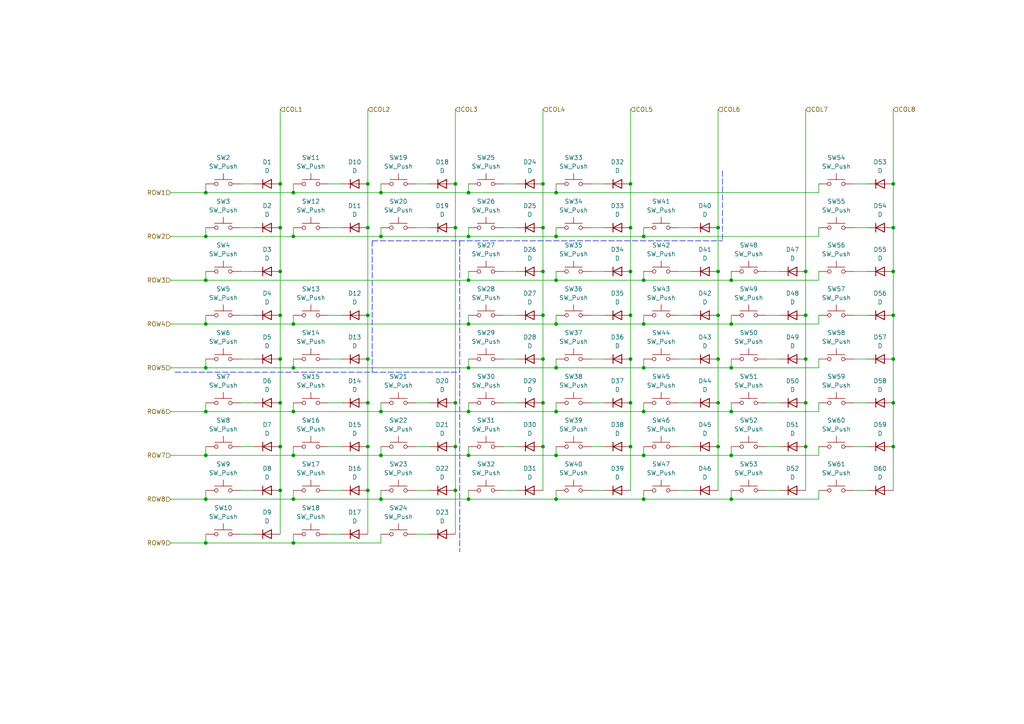
<source format=kicad_sch>
(kicad_sch
	(version 20231120)
	(generator "eeschema")
	(generator_version "8.0")
	(uuid "d1d34547-4e23-4946-8a52-c5b46eb97ee8")
	(paper "A4")
	
	(junction
		(at 233.68 116.84)
		(diameter 0)
		(color 0 0 0 0)
		(uuid "00edd93e-ba39-4b1b-903a-497be959cf20")
	)
	(junction
		(at 59.69 144.78)
		(diameter 0)
		(color 0 0 0 0)
		(uuid "052bca06-ea42-463e-8e7d-3cd66cf36de7")
	)
	(junction
		(at 233.68 78.74)
		(diameter 0)
		(color 0 0 0 0)
		(uuid "05f18d05-e8b9-420b-aa2f-ca8cfedf871d")
	)
	(junction
		(at 161.29 132.08)
		(diameter 0)
		(color 0 0 0 0)
		(uuid "06a47609-06a3-4d98-90ad-2ca42fcf265c")
	)
	(junction
		(at 186.69 93.98)
		(diameter 0)
		(color 0 0 0 0)
		(uuid "06f6ef9a-e2cc-442f-a24a-04fed5aefe95")
	)
	(junction
		(at 85.09 55.88)
		(diameter 0)
		(color 0 0 0 0)
		(uuid "075fff5f-f606-4342-b8df-f38a2fa2d650")
	)
	(junction
		(at 106.68 116.84)
		(diameter 0)
		(color 0 0 0 0)
		(uuid "0800fc05-b09d-44a3-9320-8e1573629663")
	)
	(junction
		(at 106.68 142.24)
		(diameter 0)
		(color 0 0 0 0)
		(uuid "0adf416f-aacc-45a2-b6db-64c4a0a9f14b")
	)
	(junction
		(at 157.48 53.34)
		(diameter 0)
		(color 0 0 0 0)
		(uuid "10bc1179-52d7-4fb6-b9ee-6eb618c5d9dc")
	)
	(junction
		(at 157.48 78.74)
		(diameter 0)
		(color 0 0 0 0)
		(uuid "14550fe8-8034-4326-8804-2b1ed8a0e072")
	)
	(junction
		(at 157.48 91.44)
		(diameter 0)
		(color 0 0 0 0)
		(uuid "15618b2a-7264-48ac-9370-ce66179a15b2")
	)
	(junction
		(at 161.29 144.78)
		(diameter 0)
		(color 0 0 0 0)
		(uuid "1a1fda85-b786-4467-b02b-1f8fbf452b27")
	)
	(junction
		(at 132.08 53.34)
		(diameter 0)
		(color 0 0 0 0)
		(uuid "1a300c04-0934-4c76-a81a-29417f3d7aa7")
	)
	(junction
		(at 81.28 104.14)
		(diameter 0)
		(color 0 0 0 0)
		(uuid "1cb27dca-f132-4d82-990f-31e23645042b")
	)
	(junction
		(at 59.69 119.38)
		(diameter 0)
		(color 0 0 0 0)
		(uuid "1e214588-cdb6-4fbe-b64e-36a36a320d97")
	)
	(junction
		(at 259.08 78.74)
		(diameter 0)
		(color 0 0 0 0)
		(uuid "22cc5c73-d762-4efa-9bd6-5b4098f4d170")
	)
	(junction
		(at 186.69 119.38)
		(diameter 0)
		(color 0 0 0 0)
		(uuid "23009fa7-52f9-49ad-b65d-ccc9197d6ef2")
	)
	(junction
		(at 233.68 91.44)
		(diameter 0)
		(color 0 0 0 0)
		(uuid "2404be5a-d7c9-4abe-b4c3-cbe638ffa978")
	)
	(junction
		(at 106.68 53.34)
		(diameter 0)
		(color 0 0 0 0)
		(uuid "27367263-3e89-4a14-9027-0e34fbcee0eb")
	)
	(junction
		(at 157.48 66.04)
		(diameter 0)
		(color 0 0 0 0)
		(uuid "2778a1b8-e219-484b-9ce3-9b4c91822217")
	)
	(junction
		(at 85.09 106.68)
		(diameter 0)
		(color 0 0 0 0)
		(uuid "2ea9ae15-6793-48fa-afb6-4e6754db115b")
	)
	(junction
		(at 186.69 132.08)
		(diameter 0)
		(color 0 0 0 0)
		(uuid "34e15a32-247a-4f02-894a-f8684eb982f9")
	)
	(junction
		(at 259.08 104.14)
		(diameter 0)
		(color 0 0 0 0)
		(uuid "35a987ea-c633-4eb0-bc57-004919215a22")
	)
	(junction
		(at 259.08 53.34)
		(diameter 0)
		(color 0 0 0 0)
		(uuid "392e43ec-fda9-49f2-9dca-859862aafeda")
	)
	(junction
		(at 106.68 104.14)
		(diameter 0)
		(color 0 0 0 0)
		(uuid "3a37645a-0429-4873-aec0-26f5dc244083")
	)
	(junction
		(at 81.28 66.04)
		(diameter 0)
		(color 0 0 0 0)
		(uuid "3bf89fb9-2df0-4c4d-ad2b-f9d3ed9d8b42")
	)
	(junction
		(at 186.69 68.58)
		(diameter 0)
		(color 0 0 0 0)
		(uuid "3e3e2f0c-0a33-4652-874f-00ffc7ff4d05")
	)
	(junction
		(at 212.09 132.08)
		(diameter 0)
		(color 0 0 0 0)
		(uuid "3efe06f8-e17b-4fa1-81a4-8d6819ea6ec2")
	)
	(junction
		(at 85.09 157.48)
		(diameter 0)
		(color 0 0 0 0)
		(uuid "4721eaee-c895-4c2b-a5fd-a76f49f1238a")
	)
	(junction
		(at 161.29 81.28)
		(diameter 0)
		(color 0 0 0 0)
		(uuid "4a974291-3c92-479d-b1f0-74059ce931c3")
	)
	(junction
		(at 157.48 116.84)
		(diameter 0)
		(color 0 0 0 0)
		(uuid "4a9e4b46-85dd-42f2-a880-3ff9f7488ef5")
	)
	(junction
		(at 208.28 116.84)
		(diameter 0)
		(color 0 0 0 0)
		(uuid "4ad93e11-177c-403c-b08b-e297089d174b")
	)
	(junction
		(at 233.68 104.14)
		(diameter 0)
		(color 0 0 0 0)
		(uuid "4ba5c60b-ac10-4b2f-9537-fcb074b41889")
	)
	(junction
		(at 161.29 119.38)
		(diameter 0)
		(color 0 0 0 0)
		(uuid "4cd5410e-0cc4-4436-a423-876c37b0ed4a")
	)
	(junction
		(at 208.28 78.74)
		(diameter 0)
		(color 0 0 0 0)
		(uuid "4dbec831-ef26-4952-a6fb-cb0425bb7437")
	)
	(junction
		(at 59.69 68.58)
		(diameter 0)
		(color 0 0 0 0)
		(uuid "506ed6de-8933-4560-842e-f3ddd8182305")
	)
	(junction
		(at 85.09 68.58)
		(diameter 0)
		(color 0 0 0 0)
		(uuid "55104906-7c43-40a1-87da-7bbed2e99b10")
	)
	(junction
		(at 161.29 55.88)
		(diameter 0)
		(color 0 0 0 0)
		(uuid "55b53691-fe90-4832-9504-d9e8ffaf4820")
	)
	(junction
		(at 135.89 81.28)
		(diameter 0)
		(color 0 0 0 0)
		(uuid "58f579e2-3273-46f3-b635-572f424640d4")
	)
	(junction
		(at 212.09 144.78)
		(diameter 0)
		(color 0 0 0 0)
		(uuid "597713d7-613b-4c7d-a7aa-4d050a662592")
	)
	(junction
		(at 259.08 91.44)
		(diameter 0)
		(color 0 0 0 0)
		(uuid "59779ecf-9e46-4f9c-8d1b-161bcbb09ab4")
	)
	(junction
		(at 59.69 93.98)
		(diameter 0)
		(color 0 0 0 0)
		(uuid "5b2a837b-8182-40e5-b8e1-a9890d716bad")
	)
	(junction
		(at 81.28 91.44)
		(diameter 0)
		(color 0 0 0 0)
		(uuid "6cb61f41-aab6-4f56-8888-ecd2ba7c80b4")
	)
	(junction
		(at 110.49 132.08)
		(diameter 0)
		(color 0 0 0 0)
		(uuid "7094656a-ab88-40e6-8573-442550b92cec")
	)
	(junction
		(at 106.68 129.54)
		(diameter 0)
		(color 0 0 0 0)
		(uuid "7162cdc0-f491-476a-84ee-69cbf1030b6c")
	)
	(junction
		(at 182.88 78.74)
		(diameter 0)
		(color 0 0 0 0)
		(uuid "73ab3070-3f8b-4bb6-bd8a-c855311058f0")
	)
	(junction
		(at 161.29 68.58)
		(diameter 0)
		(color 0 0 0 0)
		(uuid "740b787f-fbad-46bf-a2ed-fd98b761c034")
	)
	(junction
		(at 59.69 132.08)
		(diameter 0)
		(color 0 0 0 0)
		(uuid "743988b2-c777-42fa-a800-7017670b9f0c")
	)
	(junction
		(at 110.49 119.38)
		(diameter 0)
		(color 0 0 0 0)
		(uuid "750c70e6-5958-4bf0-b059-665000a06473")
	)
	(junction
		(at 81.28 129.54)
		(diameter 0)
		(color 0 0 0 0)
		(uuid "75ebbf24-c48a-4154-9cc4-270d9fdcb85b")
	)
	(junction
		(at 135.89 119.38)
		(diameter 0)
		(color 0 0 0 0)
		(uuid "7639211d-0dbd-46dd-9f3b-c71cfe8e9cc6")
	)
	(junction
		(at 85.09 132.08)
		(diameter 0)
		(color 0 0 0 0)
		(uuid "807f3076-1a2f-4672-9112-fe9c0ee1e056")
	)
	(junction
		(at 259.08 129.54)
		(diameter 0)
		(color 0 0 0 0)
		(uuid "87508c8a-8f6c-48a7-8a6e-6219fc6af886")
	)
	(junction
		(at 135.89 144.78)
		(diameter 0)
		(color 0 0 0 0)
		(uuid "884d195d-0b3e-4249-8552-8e888bccad7b")
	)
	(junction
		(at 182.88 116.84)
		(diameter 0)
		(color 0 0 0 0)
		(uuid "88c3e0ee-09f0-405a-ba0e-6b28c2abcbde")
	)
	(junction
		(at 233.68 129.54)
		(diameter 0)
		(color 0 0 0 0)
		(uuid "89de5d79-7a54-4d72-96d6-bfaa015834c7")
	)
	(junction
		(at 208.28 66.04)
		(diameter 0)
		(color 0 0 0 0)
		(uuid "95930f89-7e4d-42d2-a4de-2d6f0b3a0b2a")
	)
	(junction
		(at 135.89 93.98)
		(diameter 0)
		(color 0 0 0 0)
		(uuid "98a485f8-b0df-4412-be2c-b3b84d7aab40")
	)
	(junction
		(at 110.49 55.88)
		(diameter 0)
		(color 0 0 0 0)
		(uuid "9b107529-686f-4d43-99d6-1841836c011c")
	)
	(junction
		(at 132.08 129.54)
		(diameter 0)
		(color 0 0 0 0)
		(uuid "9bbbc7ba-af8a-47d3-8ffd-48c88bde293e")
	)
	(junction
		(at 81.28 116.84)
		(diameter 0)
		(color 0 0 0 0)
		(uuid "9c14536e-e253-40fe-a423-dcc464ca54fb")
	)
	(junction
		(at 157.48 129.54)
		(diameter 0)
		(color 0 0 0 0)
		(uuid "9e429242-ae99-45a2-8cb9-f57c1576035c")
	)
	(junction
		(at 59.69 106.68)
		(diameter 0)
		(color 0 0 0 0)
		(uuid "9fea1106-2373-4f9c-988f-77418ede94a7")
	)
	(junction
		(at 212.09 106.68)
		(diameter 0)
		(color 0 0 0 0)
		(uuid "a4f41ed1-063f-40ba-95ee-d2a39da26eb2")
	)
	(junction
		(at 81.28 142.24)
		(diameter 0)
		(color 0 0 0 0)
		(uuid "a5289895-e0ca-4ada-b609-2360b4144202")
	)
	(junction
		(at 132.08 142.24)
		(diameter 0)
		(color 0 0 0 0)
		(uuid "a63fc4b8-d7f2-46e2-aa4b-e24024d76acf")
	)
	(junction
		(at 208.28 104.14)
		(diameter 0)
		(color 0 0 0 0)
		(uuid "abf7004e-06b0-4812-a3ac-7e13572b5621")
	)
	(junction
		(at 186.69 144.78)
		(diameter 0)
		(color 0 0 0 0)
		(uuid "ae14e2d5-1831-4de7-ac32-1a8013644f02")
	)
	(junction
		(at 81.28 78.74)
		(diameter 0)
		(color 0 0 0 0)
		(uuid "aefee836-feff-49a3-94b4-4fecbe95823d")
	)
	(junction
		(at 208.28 129.54)
		(diameter 0)
		(color 0 0 0 0)
		(uuid "b23c485c-d7c9-43dc-9c46-61de9d16495f")
	)
	(junction
		(at 85.09 144.78)
		(diameter 0)
		(color 0 0 0 0)
		(uuid "b428c9f0-9108-48ac-96ab-c5c395a2690e")
	)
	(junction
		(at 85.09 93.98)
		(diameter 0)
		(color 0 0 0 0)
		(uuid "b5f98d18-72f5-4885-8cfc-2239780a92bf")
	)
	(junction
		(at 161.29 106.68)
		(diameter 0)
		(color 0 0 0 0)
		(uuid "b64fa573-e8a1-46fc-9900-418066ac0df0")
	)
	(junction
		(at 85.09 119.38)
		(diameter 0)
		(color 0 0 0 0)
		(uuid "b974760a-2766-4912-ba96-bac5d19ac189")
	)
	(junction
		(at 106.68 66.04)
		(diameter 0)
		(color 0 0 0 0)
		(uuid "be608ed5-e084-4e4a-9edb-e4339bbbbf28")
	)
	(junction
		(at 59.69 81.28)
		(diameter 0)
		(color 0 0 0 0)
		(uuid "bf20b5e9-726d-4988-b55d-69ae05c04f40")
	)
	(junction
		(at 132.08 116.84)
		(diameter 0)
		(color 0 0 0 0)
		(uuid "c0118101-dc36-403b-b176-0428bcd510df")
	)
	(junction
		(at 135.89 55.88)
		(diameter 0)
		(color 0 0 0 0)
		(uuid "c26d1936-7520-487f-8099-f2468e7c3fce")
	)
	(junction
		(at 212.09 119.38)
		(diameter 0)
		(color 0 0 0 0)
		(uuid "c47b1ce3-8ea5-4b19-a1df-32f1da14585a")
	)
	(junction
		(at 135.89 68.58)
		(diameter 0)
		(color 0 0 0 0)
		(uuid "c4fd899d-5ba8-4675-bed4-97dfe1cc6ac7")
	)
	(junction
		(at 59.69 55.88)
		(diameter 0)
		(color 0 0 0 0)
		(uuid "c8d7e0f6-11e6-4be7-a745-1e1b7a151b3a")
	)
	(junction
		(at 106.68 91.44)
		(diameter 0)
		(color 0 0 0 0)
		(uuid "c95940b0-8ccd-4f1c-a1bb-6db1c7fd7c71")
	)
	(junction
		(at 182.88 66.04)
		(diameter 0)
		(color 0 0 0 0)
		(uuid "d3284423-690d-43c4-98f9-58d9adf237e7")
	)
	(junction
		(at 212.09 93.98)
		(diameter 0)
		(color 0 0 0 0)
		(uuid "d3e54481-877d-4e54-9db1-7616fe7747d4")
	)
	(junction
		(at 186.69 81.28)
		(diameter 0)
		(color 0 0 0 0)
		(uuid "d5f0d619-bde2-4566-813c-a5af7dc8ae6d")
	)
	(junction
		(at 132.08 66.04)
		(diameter 0)
		(color 0 0 0 0)
		(uuid "d769f6e0-35e2-4bf3-a171-d18291dd7fa6")
	)
	(junction
		(at 182.88 129.54)
		(diameter 0)
		(color 0 0 0 0)
		(uuid "d78c24d9-ab60-424e-ad2c-6b79af975bb5")
	)
	(junction
		(at 135.89 106.68)
		(diameter 0)
		(color 0 0 0 0)
		(uuid "d928cf29-7d7b-4b80-bdb9-b932baa7274b")
	)
	(junction
		(at 59.69 157.48)
		(diameter 0)
		(color 0 0 0 0)
		(uuid "d9f0a590-11c9-4907-8286-10cf7c9698d4")
	)
	(junction
		(at 182.88 53.34)
		(diameter 0)
		(color 0 0 0 0)
		(uuid "db061dc0-6b1f-4e76-b794-d5ed59f2de7f")
	)
	(junction
		(at 110.49 68.58)
		(diameter 0)
		(color 0 0 0 0)
		(uuid "dc30712a-a6ac-4027-a6e4-a16cb5aff919")
	)
	(junction
		(at 161.29 93.98)
		(diameter 0)
		(color 0 0 0 0)
		(uuid "df57b5c8-5ecb-42b4-85e8-36d5a9006ab3")
	)
	(junction
		(at 182.88 91.44)
		(diameter 0)
		(color 0 0 0 0)
		(uuid "e01ecc88-2337-46cd-ae70-94958717c0f8")
	)
	(junction
		(at 157.48 104.14)
		(diameter 0)
		(color 0 0 0 0)
		(uuid "e2f7575d-a112-4977-b1f4-83a05a53e66e")
	)
	(junction
		(at 110.49 144.78)
		(diameter 0)
		(color 0 0 0 0)
		(uuid "ee353a57-8fd8-4226-8bac-45c25bfe13b4")
	)
	(junction
		(at 212.09 81.28)
		(diameter 0)
		(color 0 0 0 0)
		(uuid "f32b19eb-3d35-4334-8bf2-d2fc9447637a")
	)
	(junction
		(at 208.28 91.44)
		(diameter 0)
		(color 0 0 0 0)
		(uuid "f708d855-b996-4841-a7f0-84b3b1b34e58")
	)
	(junction
		(at 259.08 66.04)
		(diameter 0)
		(color 0 0 0 0)
		(uuid "f84761d0-c768-4901-bdba-d01c0f4520db")
	)
	(junction
		(at 135.89 132.08)
		(diameter 0)
		(color 0 0 0 0)
		(uuid "fa15be22-853e-4344-b57a-67bff077d513")
	)
	(junction
		(at 182.88 104.14)
		(diameter 0)
		(color 0 0 0 0)
		(uuid "fa79025d-0ef2-4e57-a272-cade90e28ea7")
	)
	(junction
		(at 186.69 106.68)
		(diameter 0)
		(color 0 0 0 0)
		(uuid "fac3e34e-616b-4338-bd2f-f6df811c6caa")
	)
	(junction
		(at 259.08 116.84)
		(diameter 0)
		(color 0 0 0 0)
		(uuid "fe729358-7131-4282-bcab-68727896035c")
	)
	(junction
		(at 81.28 53.34)
		(diameter 0)
		(color 0 0 0 0)
		(uuid "ff4f9c84-32be-41c1-8fc3-fad7ec2a2d9c")
	)
	(wire
		(pts
			(xy 59.69 78.74) (xy 59.69 81.28)
		)
		(stroke
			(width 0)
			(type default)
		)
		(uuid "017b616c-1cce-4194-bb8a-a56e363d357b")
	)
	(wire
		(pts
			(xy 85.09 55.88) (xy 110.49 55.88)
		)
		(stroke
			(width 0)
			(type default)
		)
		(uuid "01bec54b-6eee-45eb-9571-312b2f7f8fdf")
	)
	(wire
		(pts
			(xy 212.09 93.98) (xy 237.49 93.98)
		)
		(stroke
			(width 0)
			(type default)
		)
		(uuid "03443a55-4a11-485c-8069-9bcad2235072")
	)
	(wire
		(pts
			(xy 49.53 157.48) (xy 59.69 157.48)
		)
		(stroke
			(width 0)
			(type default)
		)
		(uuid "07b879e3-0046-4efc-973f-1f315e4c55c0")
	)
	(wire
		(pts
			(xy 110.49 66.04) (xy 110.49 68.58)
		)
		(stroke
			(width 0)
			(type default)
		)
		(uuid "08a8b49b-e271-4dad-b81a-7361307e4e34")
	)
	(wire
		(pts
			(xy 259.08 104.14) (xy 259.08 116.84)
		)
		(stroke
			(width 0)
			(type default)
		)
		(uuid "0b1cf30f-4b65-4c40-8c18-f55044993951")
	)
	(wire
		(pts
			(xy 135.89 53.34) (xy 135.89 55.88)
		)
		(stroke
			(width 0)
			(type default)
		)
		(uuid "0b517b3a-1866-4352-9b39-8e9ab7f1f911")
	)
	(wire
		(pts
			(xy 81.28 31.75) (xy 81.28 53.34)
		)
		(stroke
			(width 0)
			(type default)
		)
		(uuid "0cc0c65b-bb9a-4d2d-9741-3153aede983e")
	)
	(wire
		(pts
			(xy 146.05 78.74) (xy 149.86 78.74)
		)
		(stroke
			(width 0)
			(type default)
		)
		(uuid "0d30205a-e72b-44cb-9d8b-b9a8f2a8d961")
	)
	(wire
		(pts
			(xy 146.05 91.44) (xy 149.86 91.44)
		)
		(stroke
			(width 0)
			(type default)
		)
		(uuid "0f1660fc-5a24-4a9e-9ab2-2f8e8cec6423")
	)
	(wire
		(pts
			(xy 247.65 91.44) (xy 251.46 91.44)
		)
		(stroke
			(width 0)
			(type default)
		)
		(uuid "0f36aa7f-29f3-4588-801b-1b0e204639e3")
	)
	(wire
		(pts
			(xy 237.49 104.14) (xy 237.49 106.68)
		)
		(stroke
			(width 0)
			(type default)
		)
		(uuid "0f4b6aa4-0970-4d33-9251-53871716ffab")
	)
	(wire
		(pts
			(xy 212.09 129.54) (xy 212.09 132.08)
		)
		(stroke
			(width 0)
			(type default)
		)
		(uuid "0f4da384-59df-46bc-942c-5d108216a9e6")
	)
	(wire
		(pts
			(xy 157.48 104.14) (xy 157.48 116.84)
		)
		(stroke
			(width 0)
			(type default)
		)
		(uuid "12007244-352b-442f-807b-312ec1b16990")
	)
	(wire
		(pts
			(xy 146.05 116.84) (xy 149.86 116.84)
		)
		(stroke
			(width 0)
			(type default)
		)
		(uuid "12debafb-017a-451c-8746-a26d58c4e270")
	)
	(wire
		(pts
			(xy 182.88 91.44) (xy 182.88 104.14)
		)
		(stroke
			(width 0)
			(type default)
		)
		(uuid "12f03a84-eb01-41ab-8ab9-8ba9195065f2")
	)
	(wire
		(pts
			(xy 110.49 154.94) (xy 110.49 157.48)
		)
		(stroke
			(width 0)
			(type default)
		)
		(uuid "15849a14-c573-4685-a906-dcf97d4ffc50")
	)
	(wire
		(pts
			(xy 146.05 129.54) (xy 149.86 129.54)
		)
		(stroke
			(width 0)
			(type default)
		)
		(uuid "17cc1a12-a771-414b-aa7b-e19baff392de")
	)
	(wire
		(pts
			(xy 212.09 78.74) (xy 212.09 81.28)
		)
		(stroke
			(width 0)
			(type default)
		)
		(uuid "18edbb78-8d44-465e-8a93-864cdfed0c31")
	)
	(wire
		(pts
			(xy 49.53 68.58) (xy 59.69 68.58)
		)
		(stroke
			(width 0)
			(type default)
		)
		(uuid "1a9b2328-d8af-43b8-9114-2daf27e1c154")
	)
	(wire
		(pts
			(xy 233.68 91.44) (xy 233.68 104.14)
		)
		(stroke
			(width 0)
			(type default)
		)
		(uuid "1c811025-5c10-47d1-b53b-5c6f5601bcc2")
	)
	(wire
		(pts
			(xy 81.28 142.24) (xy 81.28 154.94)
		)
		(stroke
			(width 0)
			(type default)
		)
		(uuid "1d512481-a619-4620-a6d7-f3e3f4bded6f")
	)
	(wire
		(pts
			(xy 186.69 68.58) (xy 237.49 68.58)
		)
		(stroke
			(width 0)
			(type default)
		)
		(uuid "20fdeed5-3fc2-45c9-a9dd-995129afb000")
	)
	(wire
		(pts
			(xy 135.89 142.24) (xy 135.89 144.78)
		)
		(stroke
			(width 0)
			(type default)
		)
		(uuid "214aa061-450b-40da-bbed-a7e9fd1f31e0")
	)
	(wire
		(pts
			(xy 186.69 78.74) (xy 186.69 81.28)
		)
		(stroke
			(width 0)
			(type default)
		)
		(uuid "214e19de-64ae-4586-a6a2-4d84399bc33a")
	)
	(polyline
		(pts
			(xy 133.35 69.85) (xy 133.35 160.02)
		)
		(stroke
			(width 0)
			(type dash)
		)
		(uuid "218ad1aa-ec1d-4f6f-9ee3-3133872a553e")
	)
	(wire
		(pts
			(xy 69.85 142.24) (xy 73.66 142.24)
		)
		(stroke
			(width 0)
			(type default)
		)
		(uuid "2426e50f-776b-4f31-b460-2c284510d41c")
	)
	(wire
		(pts
			(xy 161.29 66.04) (xy 161.29 68.58)
		)
		(stroke
			(width 0)
			(type default)
		)
		(uuid "26391220-03b4-494f-ae76-8d73e18f7417")
	)
	(wire
		(pts
			(xy 81.28 116.84) (xy 81.28 129.54)
		)
		(stroke
			(width 0)
			(type default)
		)
		(uuid "265bfd02-207d-4556-a960-4a872fc777d9")
	)
	(wire
		(pts
			(xy 85.09 91.44) (xy 85.09 93.98)
		)
		(stroke
			(width 0)
			(type default)
		)
		(uuid "265e352d-cd3b-4c8e-b0d3-615338d43806")
	)
	(wire
		(pts
			(xy 110.49 132.08) (xy 135.89 132.08)
		)
		(stroke
			(width 0)
			(type default)
		)
		(uuid "2713210b-94a8-4605-ae0f-41e7c7d7113d")
	)
	(wire
		(pts
			(xy 59.69 129.54) (xy 59.69 132.08)
		)
		(stroke
			(width 0)
			(type default)
		)
		(uuid "2844df5b-3101-4716-80b5-048814257dca")
	)
	(wire
		(pts
			(xy 110.49 142.24) (xy 110.49 144.78)
		)
		(stroke
			(width 0)
			(type default)
		)
		(uuid "287b4249-0917-4f0e-b41f-f4e1a2b9eb3f")
	)
	(wire
		(pts
			(xy 247.65 129.54) (xy 251.46 129.54)
		)
		(stroke
			(width 0)
			(type default)
		)
		(uuid "2888a357-6065-4938-918e-a3975e93ee55")
	)
	(wire
		(pts
			(xy 161.29 142.24) (xy 161.29 144.78)
		)
		(stroke
			(width 0)
			(type default)
		)
		(uuid "28a3a327-3b67-4ac3-bbe7-a2c4400dc1da")
	)
	(wire
		(pts
			(xy 81.28 53.34) (xy 81.28 66.04)
		)
		(stroke
			(width 0)
			(type default)
		)
		(uuid "2a040ff3-a7ac-49aa-b5f7-ca334a6ef2c0")
	)
	(wire
		(pts
			(xy 85.09 157.48) (xy 110.49 157.48)
		)
		(stroke
			(width 0)
			(type default)
		)
		(uuid "2aa8d51f-57c1-432b-9e4d-4289917bf734")
	)
	(wire
		(pts
			(xy 182.88 53.34) (xy 182.88 66.04)
		)
		(stroke
			(width 0)
			(type default)
		)
		(uuid "2b15829d-f31e-4a51-b239-e952070c7036")
	)
	(wire
		(pts
			(xy 222.25 142.24) (xy 226.06 142.24)
		)
		(stroke
			(width 0)
			(type default)
		)
		(uuid "2b229272-5f9a-4b70-939a-b451dc1fc591")
	)
	(wire
		(pts
			(xy 106.68 53.34) (xy 106.68 66.04)
		)
		(stroke
			(width 0)
			(type default)
		)
		(uuid "2c4e789b-4369-4fc7-93b9-1fc254517d7e")
	)
	(wire
		(pts
			(xy 212.09 132.08) (xy 237.49 132.08)
		)
		(stroke
			(width 0)
			(type default)
		)
		(uuid "2dd51725-6c65-4c24-812b-5ca37b3a8984")
	)
	(wire
		(pts
			(xy 106.68 31.75) (xy 106.68 53.34)
		)
		(stroke
			(width 0)
			(type default)
		)
		(uuid "2e647e9c-1181-4021-96ca-1192d11bf740")
	)
	(wire
		(pts
			(xy 182.88 116.84) (xy 182.88 129.54)
		)
		(stroke
			(width 0)
			(type default)
		)
		(uuid "2f4ffef5-5f6c-4629-8fb9-9ca47fe655a9")
	)
	(wire
		(pts
			(xy 85.09 106.68) (xy 135.89 106.68)
		)
		(stroke
			(width 0)
			(type default)
		)
		(uuid "2f77481f-24fd-46e2-b232-00c67a04fb1a")
	)
	(wire
		(pts
			(xy 212.09 119.38) (xy 237.49 119.38)
		)
		(stroke
			(width 0)
			(type default)
		)
		(uuid "30825a62-8219-4e41-9449-592ac0f35d56")
	)
	(wire
		(pts
			(xy 233.68 116.84) (xy 233.68 129.54)
		)
		(stroke
			(width 0)
			(type default)
		)
		(uuid "30c1f2fa-47a3-4c63-8fee-77ea9c5a943f")
	)
	(wire
		(pts
			(xy 157.48 91.44) (xy 157.48 104.14)
		)
		(stroke
			(width 0)
			(type default)
		)
		(uuid "313db36c-fb28-4197-8607-a2fb447d7ad9")
	)
	(wire
		(pts
			(xy 186.69 93.98) (xy 212.09 93.98)
		)
		(stroke
			(width 0)
			(type default)
		)
		(uuid "338a5d6d-48b0-4f55-ba54-b9227727e868")
	)
	(wire
		(pts
			(xy 59.69 55.88) (xy 85.09 55.88)
		)
		(stroke
			(width 0)
			(type default)
		)
		(uuid "352d30b0-8bc3-41fa-a4a0-920b00ec8ccc")
	)
	(wire
		(pts
			(xy 182.88 129.54) (xy 182.88 142.24)
		)
		(stroke
			(width 0)
			(type default)
		)
		(uuid "35cb3bc1-abce-421d-b951-de81b065d32b")
	)
	(wire
		(pts
			(xy 247.65 104.14) (xy 251.46 104.14)
		)
		(stroke
			(width 0)
			(type default)
		)
		(uuid "37f91942-d9ec-42d9-8e0c-384a34d5ac94")
	)
	(wire
		(pts
			(xy 237.49 91.44) (xy 237.49 93.98)
		)
		(stroke
			(width 0)
			(type default)
		)
		(uuid "38294097-ed95-4dc9-985c-d6ac66b822f2")
	)
	(wire
		(pts
			(xy 157.48 78.74) (xy 157.48 91.44)
		)
		(stroke
			(width 0)
			(type default)
		)
		(uuid "38c41a2f-d5a5-4cb7-b852-98514bc80484")
	)
	(wire
		(pts
			(xy 135.89 144.78) (xy 161.29 144.78)
		)
		(stroke
			(width 0)
			(type default)
		)
		(uuid "39359c29-8da4-4e28-aa8b-5d24ca40ae14")
	)
	(wire
		(pts
			(xy 69.85 91.44) (xy 73.66 91.44)
		)
		(stroke
			(width 0)
			(type default)
		)
		(uuid "394897db-e3c5-4ecf-8511-07f974a2ae31")
	)
	(wire
		(pts
			(xy 85.09 154.94) (xy 85.09 157.48)
		)
		(stroke
			(width 0)
			(type default)
		)
		(uuid "3a7c9571-2f4a-41ee-bbbd-1bf273646076")
	)
	(wire
		(pts
			(xy 95.25 91.44) (xy 99.06 91.44)
		)
		(stroke
			(width 0)
			(type default)
		)
		(uuid "3b53ac9a-f55e-4acc-bbdc-e39447f01c2c")
	)
	(wire
		(pts
			(xy 208.28 78.74) (xy 208.28 91.44)
		)
		(stroke
			(width 0)
			(type default)
		)
		(uuid "3b5e93a4-b62c-4a4f-aaf2-074943c58994")
	)
	(wire
		(pts
			(xy 157.48 66.04) (xy 157.48 78.74)
		)
		(stroke
			(width 0)
			(type default)
		)
		(uuid "3bcdf645-cc40-4261-bece-a2dce8200842")
	)
	(wire
		(pts
			(xy 208.28 104.14) (xy 208.28 116.84)
		)
		(stroke
			(width 0)
			(type default)
		)
		(uuid "3be404d0-05d0-452a-b3ef-c2f076fb4f40")
	)
	(wire
		(pts
			(xy 120.65 154.94) (xy 124.46 154.94)
		)
		(stroke
			(width 0)
			(type default)
		)
		(uuid "3f2697a8-1717-4565-9116-39288beccb12")
	)
	(wire
		(pts
			(xy 212.09 104.14) (xy 212.09 106.68)
		)
		(stroke
			(width 0)
			(type default)
		)
		(uuid "41ea5a04-7130-4a28-8a99-1a07771d346c")
	)
	(wire
		(pts
			(xy 171.45 142.24) (xy 175.26 142.24)
		)
		(stroke
			(width 0)
			(type default)
		)
		(uuid "41ee4c8d-767c-4d82-b624-b073af081808")
	)
	(wire
		(pts
			(xy 110.49 116.84) (xy 110.49 119.38)
		)
		(stroke
			(width 0)
			(type default)
		)
		(uuid "420f9e65-97c3-4a29-a6b1-664b2cd4cd72")
	)
	(wire
		(pts
			(xy 59.69 142.24) (xy 59.69 144.78)
		)
		(stroke
			(width 0)
			(type default)
		)
		(uuid "44ab50ad-0bc1-491b-abd3-4699447cb03a")
	)
	(wire
		(pts
			(xy 247.65 78.74) (xy 251.46 78.74)
		)
		(stroke
			(width 0)
			(type default)
		)
		(uuid "44c33a1b-1b63-4d08-8822-7ace2ec7c801")
	)
	(wire
		(pts
			(xy 161.29 55.88) (xy 135.89 55.88)
		)
		(stroke
			(width 0)
			(type default)
		)
		(uuid "454839b0-40d7-42e2-8912-77149f0a10f2")
	)
	(wire
		(pts
			(xy 106.68 129.54) (xy 106.68 142.24)
		)
		(stroke
			(width 0)
			(type default)
		)
		(uuid "4628653a-a38c-4196-a770-43b8bfad558b")
	)
	(wire
		(pts
			(xy 222.25 91.44) (xy 226.06 91.44)
		)
		(stroke
			(width 0)
			(type default)
		)
		(uuid "476a3cfa-fb73-4443-b5f8-4ddeaa64d64e")
	)
	(wire
		(pts
			(xy 106.68 104.14) (xy 106.68 116.84)
		)
		(stroke
			(width 0)
			(type default)
		)
		(uuid "48e82780-77d9-4787-8b52-7826aed53f64")
	)
	(wire
		(pts
			(xy 59.69 68.58) (xy 85.09 68.58)
		)
		(stroke
			(width 0)
			(type default)
		)
		(uuid "49f0a1e5-2c6a-4aa8-b3b8-6a6fb3ec4bea")
	)
	(wire
		(pts
			(xy 161.29 78.74) (xy 161.29 81.28)
		)
		(stroke
			(width 0)
			(type default)
		)
		(uuid "4b755ee7-ac98-4518-9caa-7834f7e152e2")
	)
	(wire
		(pts
			(xy 157.48 31.75) (xy 157.48 53.34)
		)
		(stroke
			(width 0)
			(type default)
		)
		(uuid "4b8eaa6c-096f-49cc-8aaf-da3e4fc5c9ef")
	)
	(wire
		(pts
			(xy 161.29 53.34) (xy 161.29 55.88)
		)
		(stroke
			(width 0)
			(type default)
		)
		(uuid "4dd21df7-7b70-4316-8f77-5eaea8ab6ac3")
	)
	(wire
		(pts
			(xy 110.49 119.38) (xy 135.89 119.38)
		)
		(stroke
			(width 0)
			(type default)
		)
		(uuid "4f276190-8524-437a-9f13-de65412a23c7")
	)
	(wire
		(pts
			(xy 208.28 66.04) (xy 208.28 78.74)
		)
		(stroke
			(width 0)
			(type default)
		)
		(uuid "512d2e4e-c1e7-4c6d-826f-8e987755654f")
	)
	(wire
		(pts
			(xy 59.69 93.98) (xy 85.09 93.98)
		)
		(stroke
			(width 0)
			(type default)
		)
		(uuid "53a6996a-7258-4e07-8bf0-a9c23b4ff4ed")
	)
	(wire
		(pts
			(xy 186.69 119.38) (xy 212.09 119.38)
		)
		(stroke
			(width 0)
			(type default)
		)
		(uuid "5468eba0-fec0-46c6-8c8b-4aac8a31b03e")
	)
	(wire
		(pts
			(xy 182.88 104.14) (xy 182.88 116.84)
		)
		(stroke
			(width 0)
			(type default)
		)
		(uuid "54879f38-87cb-4c39-a998-7a86537e4e71")
	)
	(wire
		(pts
			(xy 110.49 129.54) (xy 110.49 132.08)
		)
		(stroke
			(width 0)
			(type default)
		)
		(uuid "54c32109-2bf0-45d2-a802-e8af528d4301")
	)
	(wire
		(pts
			(xy 196.85 116.84) (xy 200.66 116.84)
		)
		(stroke
			(width 0)
			(type default)
		)
		(uuid "571c82c8-c855-4fef-9394-14716f59c0e8")
	)
	(wire
		(pts
			(xy 212.09 144.78) (xy 237.49 144.78)
		)
		(stroke
			(width 0)
			(type default)
		)
		(uuid "580a9ac3-c561-42aa-8751-76fe826b82cc")
	)
	(wire
		(pts
			(xy 186.69 116.84) (xy 186.69 119.38)
		)
		(stroke
			(width 0)
			(type default)
		)
		(uuid "581647fa-e26c-495c-83a1-83114c0dd0e1")
	)
	(wire
		(pts
			(xy 196.85 91.44) (xy 200.66 91.44)
		)
		(stroke
			(width 0)
			(type default)
		)
		(uuid "58d3a025-8ede-43ac-bac6-89d8e16d311f")
	)
	(wire
		(pts
			(xy 135.89 129.54) (xy 135.89 132.08)
		)
		(stroke
			(width 0)
			(type default)
		)
		(uuid "59fa9dd3-f7bf-478e-ba65-8216b51c9690")
	)
	(wire
		(pts
			(xy 161.29 119.38) (xy 186.69 119.38)
		)
		(stroke
			(width 0)
			(type default)
		)
		(uuid "5ac40cca-bbd2-415e-85b0-634eec74df13")
	)
	(wire
		(pts
			(xy 95.25 53.34) (xy 99.06 53.34)
		)
		(stroke
			(width 0)
			(type default)
		)
		(uuid "5b09d299-13fd-4a39-97b2-2230014328d3")
	)
	(wire
		(pts
			(xy 69.85 129.54) (xy 73.66 129.54)
		)
		(stroke
			(width 0)
			(type default)
		)
		(uuid "5b5dafbc-ae3d-47bf-890f-86a8797c8ff8")
	)
	(wire
		(pts
			(xy 135.89 66.04) (xy 135.89 68.58)
		)
		(stroke
			(width 0)
			(type default)
		)
		(uuid "5bead02a-3f1d-4655-becd-b9d768126f98")
	)
	(wire
		(pts
			(xy 171.45 129.54) (xy 175.26 129.54)
		)
		(stroke
			(width 0)
			(type default)
		)
		(uuid "5beed127-7780-4b93-a205-4497b0e823ab")
	)
	(wire
		(pts
			(xy 69.85 53.34) (xy 73.66 53.34)
		)
		(stroke
			(width 0)
			(type default)
		)
		(uuid "5d2b9a56-06b7-4815-b93d-46ce2acc2e41")
	)
	(wire
		(pts
			(xy 161.29 144.78) (xy 186.69 144.78)
		)
		(stroke
			(width 0)
			(type default)
		)
		(uuid "5de34cca-394e-4bdd-bcae-cf79a9d455bd")
	)
	(wire
		(pts
			(xy 161.29 55.88) (xy 237.49 55.88)
		)
		(stroke
			(width 0)
			(type default)
		)
		(uuid "5e9b5ad6-9c35-4d4e-beb1-f6c3dd249799")
	)
	(wire
		(pts
			(xy 135.89 93.98) (xy 161.29 93.98)
		)
		(stroke
			(width 0)
			(type default)
		)
		(uuid "5ff5915a-fc40-4797-bb85-ea1a95f39faf")
	)
	(wire
		(pts
			(xy 59.69 119.38) (xy 85.09 119.38)
		)
		(stroke
			(width 0)
			(type default)
		)
		(uuid "61ac86ab-95db-406a-b52d-f0ad62dfe824")
	)
	(wire
		(pts
			(xy 259.08 78.74) (xy 259.08 91.44)
		)
		(stroke
			(width 0)
			(type default)
		)
		(uuid "61b76f1f-9d54-46d5-9921-81f5d21e5d2b")
	)
	(wire
		(pts
			(xy 49.53 119.38) (xy 59.69 119.38)
		)
		(stroke
			(width 0)
			(type default)
		)
		(uuid "627b9d85-b58b-482d-b117-eb56f0578ac7")
	)
	(wire
		(pts
			(xy 146.05 53.34) (xy 149.86 53.34)
		)
		(stroke
			(width 0)
			(type default)
		)
		(uuid "62ab194e-af03-495e-97c6-b4926faa3d14")
	)
	(wire
		(pts
			(xy 259.08 31.75) (xy 259.08 53.34)
		)
		(stroke
			(width 0)
			(type default)
		)
		(uuid "62d3b6c4-94c2-40d7-b473-99b1f26958a0")
	)
	(wire
		(pts
			(xy 186.69 129.54) (xy 186.69 132.08)
		)
		(stroke
			(width 0)
			(type default)
		)
		(uuid "64be97f1-21a0-4dde-8e0c-8ddf3c4a49df")
	)
	(wire
		(pts
			(xy 120.65 116.84) (xy 124.46 116.84)
		)
		(stroke
			(width 0)
			(type default)
		)
		(uuid "662f0efb-0de0-4f4b-9f57-1a9dab170b2a")
	)
	(wire
		(pts
			(xy 146.05 66.04) (xy 149.86 66.04)
		)
		(stroke
			(width 0)
			(type default)
		)
		(uuid "67e53aad-d9cf-4766-90a1-f4775406b886")
	)
	(wire
		(pts
			(xy 237.49 116.84) (xy 237.49 119.38)
		)
		(stroke
			(width 0)
			(type default)
		)
		(uuid "69d5517e-4e66-459f-810d-ae2286ab8c11")
	)
	(wire
		(pts
			(xy 161.29 104.14) (xy 161.29 106.68)
		)
		(stroke
			(width 0)
			(type default)
		)
		(uuid "69e8920f-4630-4666-8619-97ec995e7173")
	)
	(wire
		(pts
			(xy 95.25 142.24) (xy 99.06 142.24)
		)
		(stroke
			(width 0)
			(type default)
		)
		(uuid "6a47fd81-e7c3-4d95-8ce1-b68e7cdaeff7")
	)
	(wire
		(pts
			(xy 212.09 91.44) (xy 212.09 93.98)
		)
		(stroke
			(width 0)
			(type default)
		)
		(uuid "6a8f1064-e523-471b-9297-bb07941fb2e8")
	)
	(wire
		(pts
			(xy 247.65 116.84) (xy 251.46 116.84)
		)
		(stroke
			(width 0)
			(type default)
		)
		(uuid "6bb33b99-99dc-4f23-b0ec-4f2715c45516")
	)
	(wire
		(pts
			(xy 171.45 53.34) (xy 175.26 53.34)
		)
		(stroke
			(width 0)
			(type default)
		)
		(uuid "6cc205aa-2684-4c64-a1b4-07b5ec23ef2b")
	)
	(wire
		(pts
			(xy 196.85 142.24) (xy 200.66 142.24)
		)
		(stroke
			(width 0)
			(type default)
		)
		(uuid "6d8c2fc2-e485-4ef7-85a0-ce264ef48442")
	)
	(wire
		(pts
			(xy 69.85 116.84) (xy 73.66 116.84)
		)
		(stroke
			(width 0)
			(type default)
		)
		(uuid "6fb8b8d8-0dc7-483d-9c3a-de8c6783494c")
	)
	(wire
		(pts
			(xy 196.85 104.14) (xy 200.66 104.14)
		)
		(stroke
			(width 0)
			(type default)
		)
		(uuid "71ff9f8f-e6ba-4b46-9695-28d6568f4247")
	)
	(wire
		(pts
			(xy 85.09 68.58) (xy 110.49 68.58)
		)
		(stroke
			(width 0)
			(type default)
		)
		(uuid "7376f4a4-70c9-4175-88e6-f2e6af2ef751")
	)
	(wire
		(pts
			(xy 161.29 132.08) (xy 186.69 132.08)
		)
		(stroke
			(width 0)
			(type default)
		)
		(uuid "743ba528-2d7b-440d-b97a-32e049b771df")
	)
	(polyline
		(pts
			(xy 50.8 107.95) (xy 107.95 107.95)
		)
		(stroke
			(width 0)
			(type dash)
		)
		(uuid "775c5fe4-8019-4d2a-a6b7-6a0b0ba80708")
	)
	(wire
		(pts
			(xy 95.25 129.54) (xy 99.06 129.54)
		)
		(stroke
			(width 0)
			(type default)
		)
		(uuid "78c2eeb7-6727-4554-aff9-111e965d9b0c")
	)
	(wire
		(pts
			(xy 157.48 53.34) (xy 157.48 66.04)
		)
		(stroke
			(width 0)
			(type default)
		)
		(uuid "7a864bb3-f0e9-414a-b86b-41932f878e66")
	)
	(wire
		(pts
			(xy 259.08 66.04) (xy 259.08 78.74)
		)
		(stroke
			(width 0)
			(type default)
		)
		(uuid "7a987f23-b024-4ae9-b915-ad467dcc8841")
	)
	(wire
		(pts
			(xy 233.68 31.75) (xy 233.68 78.74)
		)
		(stroke
			(width 0)
			(type default)
		)
		(uuid "7b2d4816-be1d-4613-b0ef-3dbc324c655b")
	)
	(wire
		(pts
			(xy 132.08 129.54) (xy 132.08 142.24)
		)
		(stroke
			(width 0)
			(type default)
		)
		(uuid "7be3cd0b-e901-41ef-817b-d30901bc6710")
	)
	(wire
		(pts
			(xy 259.08 91.44) (xy 259.08 104.14)
		)
		(stroke
			(width 0)
			(type default)
		)
		(uuid "7c1ddc22-9465-4238-8c9a-9e4c59769d97")
	)
	(wire
		(pts
			(xy 81.28 129.54) (xy 81.28 142.24)
		)
		(stroke
			(width 0)
			(type default)
		)
		(uuid "7c299325-94f6-4bd1-9c03-f9e555bed340")
	)
	(wire
		(pts
			(xy 132.08 31.75) (xy 132.08 53.34)
		)
		(stroke
			(width 0)
			(type default)
		)
		(uuid "7cf20f77-8624-482e-aeba-51972dcb44b5")
	)
	(polyline
		(pts
			(xy 107.95 107.95) (xy 133.35 107.95)
		)
		(stroke
			(width 0)
			(type dash)
		)
		(uuid "7e38abb2-e6f5-4ace-8463-daa009af6fde")
	)
	(wire
		(pts
			(xy 106.68 91.44) (xy 106.68 104.14)
		)
		(stroke
			(width 0)
			(type default)
		)
		(uuid "7ededda0-a8cd-44c0-a440-fefc775aef61")
	)
	(wire
		(pts
			(xy 85.09 144.78) (xy 110.49 144.78)
		)
		(stroke
			(width 0)
			(type default)
		)
		(uuid "7ef1d9d1-fe5a-4926-b08a-6b4cd2226c25")
	)
	(wire
		(pts
			(xy 157.48 129.54) (xy 157.48 142.24)
		)
		(stroke
			(width 0)
			(type default)
		)
		(uuid "7f8a752d-575c-4ed5-b00b-391cdeb0e6a8")
	)
	(wire
		(pts
			(xy 186.69 144.78) (xy 212.09 144.78)
		)
		(stroke
			(width 0)
			(type default)
		)
		(uuid "7fb5339b-cec9-4416-a0b6-031c57de87ab")
	)
	(wire
		(pts
			(xy 49.53 132.08) (xy 59.69 132.08)
		)
		(stroke
			(width 0)
			(type default)
		)
		(uuid "80d8c65c-bfab-47eb-898a-5ff80bbf0646")
	)
	(wire
		(pts
			(xy 171.45 78.74) (xy 175.26 78.74)
		)
		(stroke
			(width 0)
			(type default)
		)
		(uuid "835b56fe-f749-4f3b-8717-ba06a6ec9cf5")
	)
	(wire
		(pts
			(xy 186.69 142.24) (xy 186.69 144.78)
		)
		(stroke
			(width 0)
			(type default)
		)
		(uuid "8369f30b-1777-419e-bbfb-536c1ecccd61")
	)
	(wire
		(pts
			(xy 161.29 93.98) (xy 186.69 93.98)
		)
		(stroke
			(width 0)
			(type default)
		)
		(uuid "83b5d28d-8b95-4cd9-86fc-1cca4684108b")
	)
	(wire
		(pts
			(xy 212.09 106.68) (xy 237.49 106.68)
		)
		(stroke
			(width 0)
			(type default)
		)
		(uuid "8456450c-6f92-402d-93ef-95fa7e363deb")
	)
	(wire
		(pts
			(xy 222.25 116.84) (xy 226.06 116.84)
		)
		(stroke
			(width 0)
			(type default)
		)
		(uuid "85ac4165-1ac8-4ee6-ad1d-442a1156394d")
	)
	(wire
		(pts
			(xy 95.25 66.04) (xy 99.06 66.04)
		)
		(stroke
			(width 0)
			(type default)
		)
		(uuid "86cc42f9-70c6-4dc8-86ef-bc108aa7f32f")
	)
	(wire
		(pts
			(xy 49.53 81.28) (xy 59.69 81.28)
		)
		(stroke
			(width 0)
			(type default)
		)
		(uuid "86fd2e59-9b98-404a-89df-beb1c8848a82")
	)
	(wire
		(pts
			(xy 85.09 142.24) (xy 85.09 144.78)
		)
		(stroke
			(width 0)
			(type default)
		)
		(uuid "89b67069-47b4-4ea6-8cdc-583788f3dba0")
	)
	(wire
		(pts
			(xy 135.89 104.14) (xy 135.89 106.68)
		)
		(stroke
			(width 0)
			(type default)
		)
		(uuid "8a4d4058-2d02-4760-8899-5aca844543fe")
	)
	(wire
		(pts
			(xy 132.08 142.24) (xy 132.08 154.94)
		)
		(stroke
			(width 0)
			(type default)
		)
		(uuid "8ac95dfb-b648-4e88-872b-a789c8707b94")
	)
	(wire
		(pts
			(xy 212.09 142.24) (xy 212.09 144.78)
		)
		(stroke
			(width 0)
			(type default)
		)
		(uuid "8adadd53-b4ac-4b46-a662-c1522d2e66d0")
	)
	(polyline
		(pts
			(xy 209.55 49.53) (xy 209.55 69.85)
		)
		(stroke
			(width 0)
			(type dash)
		)
		(uuid "8c10464e-dad0-43b9-ba50-2acdede23576")
	)
	(wire
		(pts
			(xy 186.69 106.68) (xy 212.09 106.68)
		)
		(stroke
			(width 0)
			(type default)
		)
		(uuid "8cb7f6b3-8d5a-43a3-b7ad-dcf781331600")
	)
	(wire
		(pts
			(xy 212.09 81.28) (xy 237.49 81.28)
		)
		(stroke
			(width 0)
			(type default)
		)
		(uuid "8d39e955-3cb4-49e8-9ed8-23be35899774")
	)
	(wire
		(pts
			(xy 212.09 116.84) (xy 212.09 119.38)
		)
		(stroke
			(width 0)
			(type default)
		)
		(uuid "8dffaab2-0fe3-4d8d-8e74-1a966e1a26b0")
	)
	(wire
		(pts
			(xy 247.65 66.04) (xy 251.46 66.04)
		)
		(stroke
			(width 0)
			(type default)
		)
		(uuid "8e3591ad-bcb9-47c9-82ef-b5b0274a5ed2")
	)
	(wire
		(pts
			(xy 120.65 129.54) (xy 124.46 129.54)
		)
		(stroke
			(width 0)
			(type default)
		)
		(uuid "90585d38-2657-4517-814b-ecf57ba03fcf")
	)
	(wire
		(pts
			(xy 237.49 78.74) (xy 237.49 81.28)
		)
		(stroke
			(width 0)
			(type default)
		)
		(uuid "920bfa41-6d1f-425c-a496-e78fdf5bb96f")
	)
	(wire
		(pts
			(xy 208.28 91.44) (xy 208.28 104.14)
		)
		(stroke
			(width 0)
			(type default)
		)
		(uuid "92362791-648a-48a9-af76-3e6ebe03d136")
	)
	(wire
		(pts
			(xy 146.05 104.14) (xy 149.86 104.14)
		)
		(stroke
			(width 0)
			(type default)
		)
		(uuid "9271e5c9-f943-465d-a49a-37573a7f00df")
	)
	(wire
		(pts
			(xy 208.28 31.75) (xy 208.28 66.04)
		)
		(stroke
			(width 0)
			(type default)
		)
		(uuid "94204674-acad-4222-9dd2-05b7a28cea13")
	)
	(wire
		(pts
			(xy 135.89 116.84) (xy 135.89 119.38)
		)
		(stroke
			(width 0)
			(type default)
		)
		(uuid "959750d7-0275-479f-8a4c-c81f44b7be25")
	)
	(wire
		(pts
			(xy 182.88 66.04) (xy 182.88 78.74)
		)
		(stroke
			(width 0)
			(type default)
		)
		(uuid "95d07415-1d4f-4df7-9504-c6da297c8d43")
	)
	(wire
		(pts
			(xy 59.69 154.94) (xy 59.69 157.48)
		)
		(stroke
			(width 0)
			(type default)
		)
		(uuid "968acf14-2d03-40b5-925f-63d770bc711a")
	)
	(wire
		(pts
			(xy 85.09 66.04) (xy 85.09 68.58)
		)
		(stroke
			(width 0)
			(type default)
		)
		(uuid "96f3cbbf-3294-4c0a-a914-7e16a4a91501")
	)
	(wire
		(pts
			(xy 69.85 78.74) (xy 73.66 78.74)
		)
		(stroke
			(width 0)
			(type default)
		)
		(uuid "97c47a90-304a-41b2-ab13-2301befb27b3")
	)
	(wire
		(pts
			(xy 59.69 66.04) (xy 59.69 68.58)
		)
		(stroke
			(width 0)
			(type default)
		)
		(uuid "98e2a9f5-2153-47c5-867f-09510b7e8bb0")
	)
	(wire
		(pts
			(xy 85.09 93.98) (xy 135.89 93.98)
		)
		(stroke
			(width 0)
			(type default)
		)
		(uuid "99dd0aff-d34a-4579-83c4-2a8e5eefddd4")
	)
	(wire
		(pts
			(xy 120.65 66.04) (xy 124.46 66.04)
		)
		(stroke
			(width 0)
			(type default)
		)
		(uuid "9c5f6947-05d0-417c-812e-85ab3962db00")
	)
	(wire
		(pts
			(xy 237.49 66.04) (xy 237.49 68.58)
		)
		(stroke
			(width 0)
			(type default)
		)
		(uuid "9d5867b4-a2d6-43fa-afd3-0718834069a3")
	)
	(wire
		(pts
			(xy 171.45 66.04) (xy 175.26 66.04)
		)
		(stroke
			(width 0)
			(type default)
		)
		(uuid "9eff4da7-d41d-49c2-b6f2-51a2988a91c4")
	)
	(wire
		(pts
			(xy 106.68 142.24) (xy 106.68 154.94)
		)
		(stroke
			(width 0)
			(type default)
		)
		(uuid "9f2eb0c3-72fb-4a2f-99b4-4910174120ce")
	)
	(wire
		(pts
			(xy 81.28 78.74) (xy 81.28 91.44)
		)
		(stroke
			(width 0)
			(type default)
		)
		(uuid "9f9369eb-057d-4d74-948b-1a8a9f3f5074")
	)
	(wire
		(pts
			(xy 59.69 91.44) (xy 59.69 93.98)
		)
		(stroke
			(width 0)
			(type default)
		)
		(uuid "9f97e6f5-648f-4b04-b9c2-bb3a1821fe3d")
	)
	(wire
		(pts
			(xy 208.28 116.84) (xy 208.28 129.54)
		)
		(stroke
			(width 0)
			(type default)
		)
		(uuid "a04999ab-2604-4733-ab5b-ca8807494d9e")
	)
	(wire
		(pts
			(xy 69.85 104.14) (xy 73.66 104.14)
		)
		(stroke
			(width 0)
			(type default)
		)
		(uuid "a162d3cc-f2ca-4681-9fdf-e35c5a67a2b5")
	)
	(wire
		(pts
			(xy 135.89 78.74) (xy 135.89 81.28)
		)
		(stroke
			(width 0)
			(type default)
		)
		(uuid "a1ee8fc6-47fa-4225-8020-b9e37cd1b2b1")
	)
	(wire
		(pts
			(xy 59.69 106.68) (xy 85.09 106.68)
		)
		(stroke
			(width 0)
			(type default)
		)
		(uuid "a52c3cf5-cb8f-47fe-aafc-f8d190d9f519")
	)
	(wire
		(pts
			(xy 196.85 129.54) (xy 200.66 129.54)
		)
		(stroke
			(width 0)
			(type default)
		)
		(uuid "a57c227d-e4ef-4302-9350-db588c2555d8")
	)
	(wire
		(pts
			(xy 171.45 116.84) (xy 175.26 116.84)
		)
		(stroke
			(width 0)
			(type default)
		)
		(uuid "a6995793-b0ea-454e-b240-27da43a4910e")
	)
	(wire
		(pts
			(xy 237.49 53.34) (xy 237.49 55.88)
		)
		(stroke
			(width 0)
			(type default)
		)
		(uuid "a865ea77-b606-4ad6-aa14-cfb4dcfce3de")
	)
	(wire
		(pts
			(xy 85.09 53.34) (xy 85.09 55.88)
		)
		(stroke
			(width 0)
			(type default)
		)
		(uuid "a8a544e9-96a9-4385-93da-f192c9ad3e75")
	)
	(wire
		(pts
			(xy 146.05 142.24) (xy 149.86 142.24)
		)
		(stroke
			(width 0)
			(type default)
		)
		(uuid "ab844221-9474-4fa6-bd8d-7bed5d558ed8")
	)
	(wire
		(pts
			(xy 110.49 55.88) (xy 135.89 55.88)
		)
		(stroke
			(width 0)
			(type default)
		)
		(uuid "abbe7761-0386-45dd-842b-6a3caf94ab8d")
	)
	(wire
		(pts
			(xy 132.08 53.34) (xy 132.08 66.04)
		)
		(stroke
			(width 0)
			(type default)
		)
		(uuid "b01ac52e-a4ca-4a0e-b0cf-f5574a2c346f")
	)
	(wire
		(pts
			(xy 81.28 104.14) (xy 81.28 116.84)
		)
		(stroke
			(width 0)
			(type default)
		)
		(uuid "b0205b62-6e11-478c-9d3f-8e9f0af8b6d6")
	)
	(wire
		(pts
			(xy 182.88 78.74) (xy 182.88 91.44)
		)
		(stroke
			(width 0)
			(type default)
		)
		(uuid "b1504294-cf00-43f8-8895-443b2dd999ac")
	)
	(wire
		(pts
			(xy 85.09 132.08) (xy 110.49 132.08)
		)
		(stroke
			(width 0)
			(type default)
		)
		(uuid "b370e7a0-2aee-4af3-a5b2-bfa13b5b6c6c")
	)
	(wire
		(pts
			(xy 85.09 119.38) (xy 110.49 119.38)
		)
		(stroke
			(width 0)
			(type default)
		)
		(uuid "b39d2902-1b85-48bd-9259-0b20a9523392")
	)
	(wire
		(pts
			(xy 259.08 53.34) (xy 259.08 66.04)
		)
		(stroke
			(width 0)
			(type default)
		)
		(uuid "b3abcce0-69b9-465e-9769-fd52829c7812")
	)
	(wire
		(pts
			(xy 259.08 116.84) (xy 259.08 129.54)
		)
		(stroke
			(width 0)
			(type default)
		)
		(uuid "b3dd0066-5acb-43dc-83e6-78752aaf2ca7")
	)
	(wire
		(pts
			(xy 186.69 104.14) (xy 186.69 106.68)
		)
		(stroke
			(width 0)
			(type default)
		)
		(uuid "b446f25e-0036-449a-8153-a5320753659a")
	)
	(wire
		(pts
			(xy 81.28 91.44) (xy 81.28 104.14)
		)
		(stroke
			(width 0)
			(type default)
		)
		(uuid "b486613d-6c01-4b25-abea-2305166c02f5")
	)
	(wire
		(pts
			(xy 110.49 68.58) (xy 135.89 68.58)
		)
		(stroke
			(width 0)
			(type default)
		)
		(uuid "b4a6a92b-427c-4266-9329-6062627ce057")
	)
	(wire
		(pts
			(xy 135.89 132.08) (xy 161.29 132.08)
		)
		(stroke
			(width 0)
			(type default)
		)
		(uuid "b4aa05dc-768e-406b-89d8-171b53412baf")
	)
	(wire
		(pts
			(xy 186.69 91.44) (xy 186.69 93.98)
		)
		(stroke
			(width 0)
			(type default)
		)
		(uuid "b7a7dae0-9c11-4069-a150-02a0f779b8f4")
	)
	(wire
		(pts
			(xy 106.68 116.84) (xy 106.68 129.54)
		)
		(stroke
			(width 0)
			(type default)
		)
		(uuid "ba9768cf-e325-4272-92fa-06e9f58b1c8c")
	)
	(polyline
		(pts
			(xy 107.95 69.85) (xy 107.95 107.95)
		)
		(stroke
			(width 0)
			(type dash)
		)
		(uuid "baac7b7e-b292-4384-8557-2faeb7b5e4e9")
	)
	(wire
		(pts
			(xy 95.25 104.14) (xy 99.06 104.14)
		)
		(stroke
			(width 0)
			(type default)
		)
		(uuid "bc5af460-3a32-4508-831d-77963dc6ce00")
	)
	(wire
		(pts
			(xy 222.25 129.54) (xy 226.06 129.54)
		)
		(stroke
			(width 0)
			(type default)
		)
		(uuid "bccbb3bc-53d9-412f-87c6-2e10ee898f87")
	)
	(wire
		(pts
			(xy 196.85 78.74) (xy 200.66 78.74)
		)
		(stroke
			(width 0)
			(type default)
		)
		(uuid "bd017908-000e-434b-ac35-e8afa5e1ff91")
	)
	(wire
		(pts
			(xy 95.25 154.94) (xy 99.06 154.94)
		)
		(stroke
			(width 0)
			(type default)
		)
		(uuid "bd2265ec-a479-4f38-a9da-5da1209d2e1f")
	)
	(wire
		(pts
			(xy 233.68 78.74) (xy 233.68 91.44)
		)
		(stroke
			(width 0)
			(type default)
		)
		(uuid "bd4bd023-ea1b-4f38-ae0b-df0e7fbea5b9")
	)
	(wire
		(pts
			(xy 247.65 142.24) (xy 251.46 142.24)
		)
		(stroke
			(width 0)
			(type default)
		)
		(uuid "bd6c6bfa-225f-481f-9b8c-87b91bc0e732")
	)
	(wire
		(pts
			(xy 85.09 129.54) (xy 85.09 132.08)
		)
		(stroke
			(width 0)
			(type default)
		)
		(uuid "be314ef8-0aa3-4020-883a-dffd689e9c37")
	)
	(wire
		(pts
			(xy 157.48 116.84) (xy 157.48 129.54)
		)
		(stroke
			(width 0)
			(type default)
		)
		(uuid "c1d5223d-c26e-4415-bc8b-40837e6d8c96")
	)
	(wire
		(pts
			(xy 110.49 53.34) (xy 110.49 55.88)
		)
		(stroke
			(width 0)
			(type default)
		)
		(uuid "c214d508-87ce-4444-97cf-506861aaff0d")
	)
	(wire
		(pts
			(xy 59.69 132.08) (xy 85.09 132.08)
		)
		(stroke
			(width 0)
			(type default)
		)
		(uuid "c30865c8-b3f2-4718-90a0-bc3d145f7c97")
	)
	(wire
		(pts
			(xy 233.68 129.54) (xy 233.68 142.24)
		)
		(stroke
			(width 0)
			(type default)
		)
		(uuid "c37d0f66-24db-48b6-8e89-1694c13a1eef")
	)
	(wire
		(pts
			(xy 196.85 66.04) (xy 200.66 66.04)
		)
		(stroke
			(width 0)
			(type default)
		)
		(uuid "c4cd405c-ad79-41c2-9cd3-a6642ff3e238")
	)
	(wire
		(pts
			(xy 237.49 142.24) (xy 237.49 144.78)
		)
		(stroke
			(width 0)
			(type default)
		)
		(uuid "c51dc4c0-9e1b-4c6b-8678-417226dea93d")
	)
	(wire
		(pts
			(xy 161.29 68.58) (xy 186.69 68.58)
		)
		(stroke
			(width 0)
			(type default)
		)
		(uuid "c5650d3a-d84f-4359-9595-ad8038afdd61")
	)
	(wire
		(pts
			(xy 120.65 53.34) (xy 124.46 53.34)
		)
		(stroke
			(width 0)
			(type default)
		)
		(uuid "c61406d7-f52c-4b47-8f45-72116ce5f17a")
	)
	(wire
		(pts
			(xy 186.69 132.08) (xy 212.09 132.08)
		)
		(stroke
			(width 0)
			(type default)
		)
		(uuid "c6d57e0b-6b25-4af3-8f2a-1290a138fb3f")
	)
	(wire
		(pts
			(xy 59.69 157.48) (xy 85.09 157.48)
		)
		(stroke
			(width 0)
			(type default)
		)
		(uuid "c9bb7586-a87c-4948-ba79-5b16e14afe7a")
	)
	(wire
		(pts
			(xy 59.69 144.78) (xy 85.09 144.78)
		)
		(stroke
			(width 0)
			(type default)
		)
		(uuid "c9e6589c-356b-4ee6-b02a-792f5062fd5c")
	)
	(wire
		(pts
			(xy 120.65 142.24) (xy 124.46 142.24)
		)
		(stroke
			(width 0)
			(type default)
		)
		(uuid "cb3fa32a-5b93-4ead-a216-58c2b3ac7679")
	)
	(wire
		(pts
			(xy 59.69 53.34) (xy 59.69 55.88)
		)
		(stroke
			(width 0)
			(type default)
		)
		(uuid "cbe62965-fd8b-4bc5-b23c-b9a1d321cadf")
	)
	(wire
		(pts
			(xy 161.29 106.68) (xy 186.69 106.68)
		)
		(stroke
			(width 0)
			(type default)
		)
		(uuid "cf5d9486-16c3-436a-871e-a9d068eca605")
	)
	(wire
		(pts
			(xy 49.53 55.88) (xy 59.69 55.88)
		)
		(stroke
			(width 0)
			(type default)
		)
		(uuid "cf7ac685-3d75-4193-b466-1f36a2e55880")
	)
	(wire
		(pts
			(xy 171.45 91.44) (xy 175.26 91.44)
		)
		(stroke
			(width 0)
			(type default)
		)
		(uuid "cf9313ea-b8a9-4b6b-b28d-84ad54e3b558")
	)
	(polyline
		(pts
			(xy 107.95 69.85) (xy 209.55 69.85)
		)
		(stroke
			(width 0)
			(type dash)
		)
		(uuid "d04aa397-619e-4ddb-a9a5-21f7da790476")
	)
	(wire
		(pts
			(xy 49.53 144.78) (xy 59.69 144.78)
		)
		(stroke
			(width 0)
			(type default)
		)
		(uuid "d2c75ef3-a996-4e0b-9bac-e39266d403a1")
	)
	(wire
		(pts
			(xy 106.68 66.04) (xy 106.68 91.44)
		)
		(stroke
			(width 0)
			(type default)
		)
		(uuid "d43bfe6f-19b9-4e23-8e46-58861b7b134d")
	)
	(wire
		(pts
			(xy 110.49 144.78) (xy 135.89 144.78)
		)
		(stroke
			(width 0)
			(type default)
		)
		(uuid "d46d4623-3d72-4e9a-9edf-4b30975e50c4")
	)
	(wire
		(pts
			(xy 135.89 81.28) (xy 161.29 81.28)
		)
		(stroke
			(width 0)
			(type default)
		)
		(uuid "d547afe0-5ec7-448d-8fe2-d3f9d27b2fed")
	)
	(wire
		(pts
			(xy 69.85 154.94) (xy 73.66 154.94)
		)
		(stroke
			(width 0)
			(type default)
		)
		(uuid "d56447d1-523a-414b-b325-0850dbc47635")
	)
	(wire
		(pts
			(xy 85.09 104.14) (xy 85.09 106.68)
		)
		(stroke
			(width 0)
			(type default)
		)
		(uuid "d9ee2ec7-edae-4a0d-a5ca-ced7a4359980")
	)
	(wire
		(pts
			(xy 222.25 104.14) (xy 226.06 104.14)
		)
		(stroke
			(width 0)
			(type default)
		)
		(uuid "ddf231f1-e520-44ff-9d94-3e51a4bcc3e0")
	)
	(wire
		(pts
			(xy 161.29 129.54) (xy 161.29 132.08)
		)
		(stroke
			(width 0)
			(type default)
		)
		(uuid "de111004-27aa-4726-bc36-09dbc8f7422a")
	)
	(wire
		(pts
			(xy 135.89 106.68) (xy 161.29 106.68)
		)
		(stroke
			(width 0)
			(type default)
		)
		(uuid "de7c35da-97e3-4255-af7b-0f9aad62db82")
	)
	(wire
		(pts
			(xy 135.89 119.38) (xy 161.29 119.38)
		)
		(stroke
			(width 0)
			(type default)
		)
		(uuid "e16e709b-f919-425c-9bb9-e1b7a883b18a")
	)
	(wire
		(pts
			(xy 59.69 116.84) (xy 59.69 119.38)
		)
		(stroke
			(width 0)
			(type default)
		)
		(uuid "e1fbc61d-bf21-4a81-b3ee-3db12a253d9e")
	)
	(wire
		(pts
			(xy 237.49 129.54) (xy 237.49 132.08)
		)
		(stroke
			(width 0)
			(type default)
		)
		(uuid "e2727b34-5946-493a-aa41-d5e4c0bb608d")
	)
	(wire
		(pts
			(xy 259.08 129.54) (xy 259.08 142.24)
		)
		(stroke
			(width 0)
			(type default)
		)
		(uuid "e287c247-d696-40ac-8b1d-667edf5dfb8f")
	)
	(wire
		(pts
			(xy 81.28 66.04) (xy 81.28 78.74)
		)
		(stroke
			(width 0)
			(type default)
		)
		(uuid "e35d2b4a-6a20-42fe-861f-5d834a48474a")
	)
	(wire
		(pts
			(xy 161.29 81.28) (xy 186.69 81.28)
		)
		(stroke
			(width 0)
			(type default)
		)
		(uuid "e6229323-5aa1-4e5c-8c03-c1a09a5a705b")
	)
	(wire
		(pts
			(xy 233.68 104.14) (xy 233.68 116.84)
		)
		(stroke
			(width 0)
			(type default)
		)
		(uuid "e6cc0767-247a-469e-b1e5-0f2d8c43ad8d")
	)
	(wire
		(pts
			(xy 182.88 31.75) (xy 182.88 53.34)
		)
		(stroke
			(width 0)
			(type default)
		)
		(uuid "eb7afc44-056c-4983-9558-50d7c1c69508")
	)
	(wire
		(pts
			(xy 247.65 53.34) (xy 251.46 53.34)
		)
		(stroke
			(width 0)
			(type default)
		)
		(uuid "ec8e98fa-7418-4e8e-bc22-dd6ed2283951")
	)
	(wire
		(pts
			(xy 186.69 66.04) (xy 186.69 68.58)
		)
		(stroke
			(width 0)
			(type default)
		)
		(uuid "edda9cc9-693e-4106-a3f3-9d11346a8be0")
	)
	(wire
		(pts
			(xy 59.69 104.14) (xy 59.69 106.68)
		)
		(stroke
			(width 0)
			(type default)
		)
		(uuid "ee290fe9-8663-413d-b18e-6723271249f3")
	)
	(wire
		(pts
			(xy 222.25 78.74) (xy 226.06 78.74)
		)
		(stroke
			(width 0)
			(type default)
		)
		(uuid "ee88c6a9-5feb-4ac8-949b-363bee10ba39")
	)
	(wire
		(pts
			(xy 135.89 68.58) (xy 161.29 68.58)
		)
		(stroke
			(width 0)
			(type default)
		)
		(uuid "eec0f20a-5b36-4066-9b7e-16d8b43eb16a")
	)
	(wire
		(pts
			(xy 161.29 91.44) (xy 161.29 93.98)
		)
		(stroke
			(width 0)
			(type default)
		)
		(uuid "ef64cdd2-daae-4876-b9de-5ee1d4fa1a97")
	)
	(wire
		(pts
			(xy 69.85 66.04) (xy 73.66 66.04)
		)
		(stroke
			(width 0)
			(type default)
		)
		(uuid "f0970920-6dec-4954-b2ff-99a677ce281f")
	)
	(wire
		(pts
			(xy 186.69 81.28) (xy 212.09 81.28)
		)
		(stroke
			(width 0)
			(type default)
		)
		(uuid "f282b7dd-4de3-4ec4-b9b4-d3117be35eb4")
	)
	(wire
		(pts
			(xy 95.25 116.84) (xy 99.06 116.84)
		)
		(stroke
			(width 0)
			(type default)
		)
		(uuid "f376975a-a5be-4227-a8af-7340ca6e7ee6")
	)
	(wire
		(pts
			(xy 161.29 116.84) (xy 161.29 119.38)
		)
		(stroke
			(width 0)
			(type default)
		)
		(uuid "f5e961a9-96b1-4ea1-9b4e-e447ef2e3e2f")
	)
	(wire
		(pts
			(xy 59.69 81.28) (xy 135.89 81.28)
		)
		(stroke
			(width 0)
			(type default)
		)
		(uuid "f7a317ee-c71a-4344-b598-8cac47cc6e83")
	)
	(wire
		(pts
			(xy 49.53 93.98) (xy 59.69 93.98)
		)
		(stroke
			(width 0)
			(type default)
		)
		(uuid "f806aa4a-b52d-4868-87d9-3d4768121fbd")
	)
	(wire
		(pts
			(xy 135.89 91.44) (xy 135.89 93.98)
		)
		(stroke
			(width 0)
			(type default)
		)
		(uuid "fafb4fe7-c300-412b-84bf-2f9c36ab1ee2")
	)
	(wire
		(pts
			(xy 49.53 106.68) (xy 59.69 106.68)
		)
		(stroke
			(width 0)
			(type default)
		)
		(uuid "fb07a48e-8972-4ee6-8459-3c0e0c30b593")
	)
	(wire
		(pts
			(xy 132.08 116.84) (xy 132.08 129.54)
		)
		(stroke
			(width 0)
			(type default)
		)
		(uuid "fbfb3c88-9cfb-4fe6-8119-796c9eb73944")
	)
	(wire
		(pts
			(xy 208.28 129.54) (xy 208.28 142.24)
		)
		(stroke
			(width 0)
			(type default)
		)
		(uuid "fc18182c-b0f2-4b81-8029-d9337e5683f4")
	)
	(wire
		(pts
			(xy 85.09 116.84) (xy 85.09 119.38)
		)
		(stroke
			(width 0)
			(type default)
		)
		(uuid "fcf3a045-012f-425c-8e84-43b89b7e01b1")
	)
	(wire
		(pts
			(xy 171.45 104.14) (xy 175.26 104.14)
		)
		(stroke
			(width 0)
			(type default)
		)
		(uuid "fd3bbff1-9391-4a10-9924-a98d1339a90f")
	)
	(wire
		(pts
			(xy 132.08 66.04) (xy 132.08 116.84)
		)
		(stroke
			(width 0)
			(type default)
		)
		(uuid "fdc73546-96c1-4707-ab34-a73c1a02fa63")
	)
	(hierarchical_label "COL6"
		(shape input)
		(at 208.28 31.75 0)
		(fields_autoplaced yes)
		(effects
			(font
				(size 1.27 1.27)
			)
			(justify left)
		)
		(uuid "09a68637-f4a2-4aa6-abb1-8c5a7516c3ff")
	)
	(hierarchical_label "ROW4"
		(shape input)
		(at 49.53 93.98 180)
		(fields_autoplaced yes)
		(effects
			(font
				(size 1.27 1.27)
			)
			(justify right)
		)
		(uuid "0e1fd3c1-ed59-4a6e-97cf-c021e3e3a38b")
	)
	(hierarchical_label "COL7"
		(shape input)
		(at 233.68 31.75 0)
		(fields_autoplaced yes)
		(effects
			(font
				(size 1.27 1.27)
			)
			(justify left)
		)
		(uuid "1f97cd99-e8c0-43ff-b6b9-7c260f0f6c1b")
	)
	(hierarchical_label "COL1"
		(shape input)
		(at 81.28 31.75 0)
		(fields_autoplaced yes)
		(effects
			(font
				(size 1.27 1.27)
			)
			(justify left)
		)
		(uuid "30468814-ae98-4a06-b47e-fef255b9fe33")
	)
	(hierarchical_label "ROW9"
		(shape input)
		(at 49.53 157.48 180)
		(fields_autoplaced yes)
		(effects
			(font
				(size 1.27 1.27)
			)
			(justify right)
		)
		(uuid "309f7196-8a8d-47c3-ba2c-5b1fc10c1dcb")
	)
	(hierarchical_label "ROW6"
		(shape input)
		(at 49.53 119.38 180)
		(fields_autoplaced yes)
		(effects
			(font
				(size 1.27 1.27)
			)
			(justify right)
		)
		(uuid "375e528f-a405-4367-8692-a9acdcf79472")
	)
	(hierarchical_label "ROW8"
		(shape input)
		(at 49.53 144.78 180)
		(fields_autoplaced yes)
		(effects
			(font
				(size 1.27 1.27)
			)
			(justify right)
		)
		(uuid "3ce227bd-cf1b-4f87-b0f9-2b5699827eab")
	)
	(hierarchical_label "ROW5"
		(shape input)
		(at 49.53 106.68 180)
		(fields_autoplaced yes)
		(effects
			(font
				(size 1.27 1.27)
			)
			(justify right)
		)
		(uuid "4bb4384a-1a69-4b2d-92d9-fd65ca6538be")
	)
	(hierarchical_label "COL5"
		(shape input)
		(at 182.88 31.75 0)
		(fields_autoplaced yes)
		(effects
			(font
				(size 1.27 1.27)
			)
			(justify left)
		)
		(uuid "533d5e69-5615-4860-8731-eb7b7db0fb55")
	)
	(hierarchical_label "ROW3"
		(shape input)
		(at 49.53 81.28 180)
		(fields_autoplaced yes)
		(effects
			(font
				(size 1.27 1.27)
			)
			(justify right)
		)
		(uuid "634adb61-f733-4b25-b944-38eece25543d")
	)
	(hierarchical_label "ROW1"
		(shape input)
		(at 49.53 55.88 180)
		(fields_autoplaced yes)
		(effects
			(font
				(size 1.27 1.27)
			)
			(justify right)
		)
		(uuid "8453a523-9a3f-4338-bc81-f8cb9c93469d")
	)
	(hierarchical_label "ROW7"
		(shape input)
		(at 49.53 132.08 180)
		(fields_autoplaced yes)
		(effects
			(font
				(size 1.27 1.27)
			)
			(justify right)
		)
		(uuid "8eea0960-a8b7-4c4d-bf75-2e11bd0d3a51")
	)
	(hierarchical_label "ROW2"
		(shape input)
		(at 49.53 68.58 180)
		(fields_autoplaced yes)
		(effects
			(font
				(size 1.27 1.27)
			)
			(justify right)
		)
		(uuid "90173b8b-7313-4fd5-83e4-83e669fdf62d")
	)
	(hierarchical_label "COL8"
		(shape input)
		(at 259.08 31.75 0)
		(fields_autoplaced yes)
		(effects
			(font
				(size 1.27 1.27)
			)
			(justify left)
		)
		(uuid "902d6233-b4b1-4e78-8261-743e919cb910")
	)
	(hierarchical_label "COL3"
		(shape input)
		(at 132.08 31.75 0)
		(fields_autoplaced yes)
		(effects
			(font
				(size 1.27 1.27)
			)
			(justify left)
		)
		(uuid "b4e7579d-9aa6-4ea0-bf7a-deef8ec54f83")
	)
	(hierarchical_label "COL2"
		(shape input)
		(at 106.68 31.75 0)
		(fields_autoplaced yes)
		(effects
			(font
				(size 1.27 1.27)
			)
			(justify left)
		)
		(uuid "db88b852-9731-4f60-9386-41a01bc9ccc4")
	)
	(hierarchical_label "COL4"
		(shape input)
		(at 157.48 31.75 0)
		(fields_autoplaced yes)
		(effects
			(font
				(size 1.27 1.27)
			)
			(justify left)
		)
		(uuid "fc0bb5e2-e313-4af2-9664-ffac46dee546")
	)
	(symbol
		(lib_id "Switch:SW_Push")
		(at 64.77 104.14 0)
		(unit 1)
		(exclude_from_sim no)
		(in_bom yes)
		(on_board yes)
		(dnp no)
		(fields_autoplaced yes)
		(uuid "02f07fce-38f6-45c6-b73b-4c9328979811")
		(property "Reference" "SW6"
			(at 64.77 96.52 0)
			(effects
				(font
					(size 1.27 1.27)
				)
			)
		)
		(property "Value" "SW_Push"
			(at 64.77 99.06 0)
			(effects
				(font
					(size 1.27 1.27)
				)
			)
		)
		(property "Footprint" "NiasStuff:SW_Push_1TS009xxxx-xxxx-xxxx_6x6x5mm"
			(at 64.77 99.06 0)
			(effects
				(font
					(size 1.27 1.27)
				)
				(hide yes)
			)
		)
		(property "Datasheet" "https://www.lcsc.com/datasheet/lcsc_datasheet_1811151231_HYP--Hongyuan-Precision-1TS009A-1800-5000-CT_C319409.pdf"
			(at 64.77 99.06 0)
			(effects
				(font
					(size 1.27 1.27)
				)
				(hide yes)
			)
		)
		(property "Description" ""
			(at 64.77 104.14 0)
			(effects
				(font
					(size 1.27 1.27)
				)
				(hide yes)
			)
		)
		(property "JLCPCB Part" "C319409"
			(at 64.77 104.14 0)
			(effects
				(font
					(size 1.27 1.27)
				)
				(hide yes)
			)
		)
		(property "Manufracturer" "HYP (Hongyuan Precision)"
			(at 64.77 104.14 0)
			(effects
				(font
					(size 1.27 1.27)
				)
				(hide yes)
			)
		)
		(property "Manufracturer Part Number" "1TS009A-1800-5000-CT"
			(at 64.77 104.14 0)
			(effects
				(font
					(size 1.27 1.27)
				)
				(hide yes)
			)
		)
		(pin "1"
			(uuid "ac3241d8-200e-483f-93b8-d01070fe66ba")
		)
		(pin "2"
			(uuid "3b70b262-5882-4f62-b37f-88258d47cd38")
		)
		(instances
			(project "MCDU"
				(path "/a6714e8f-d144-4da3-9f0a-d78532207364/3aefed4a-95d2-4785-b6ed-88d00afef564"
					(reference "SW6")
					(unit 1)
				)
			)
		)
	)
	(symbol
		(lib_id "Device:D")
		(at 153.67 142.24 0)
		(unit 1)
		(exclude_from_sim no)
		(in_bom yes)
		(on_board yes)
		(dnp no)
		(uuid "03004dc7-2b87-4936-b355-c3a8e3ea57ab")
		(property "Reference" "D31"
			(at 153.67 135.89 0)
			(effects
				(font
					(size 1.27 1.27)
				)
			)
		)
		(property "Value" "D"
			(at 153.67 138.43 0)
			(effects
				(font
					(size 1.27 1.27)
				)
			)
		)
		(property "Footprint" "Diode_SMD:D_0805_2012Metric"
			(at 153.67 142.24 0)
			(effects
				(font
					(size 1.27 1.27)
				)
				(hide yes)
			)
		)
		(property "Datasheet" "https://www.lcsc.com/datasheet/lcsc_datasheet_1809291616_LIZ-Elec-CD4148WSP_C109001.pdf"
			(at 153.67 142.24 0)
			(effects
				(font
					(size 1.27 1.27)
				)
				(hide yes)
			)
		)
		(property "Description" ""
			(at 153.67 142.24 0)
			(effects
				(font
					(size 1.27 1.27)
				)
				(hide yes)
			)
		)
		(property "Sim.Device" "D"
			(at 153.67 142.24 0)
			(effects
				(font
					(size 1.27 1.27)
				)
				(hide yes)
			)
		)
		(property "Sim.Pins" "1=K 2=A"
			(at 153.67 142.24 0)
			(effects
				(font
					(size 1.27 1.27)
				)
				(hide yes)
			)
		)
		(property "JLCPCB Part" "C109001"
			(at 153.67 142.24 0)
			(effects
				(font
					(size 1.27 1.27)
				)
				(hide yes)
			)
		)
		(property "Manufracturer" "LIZ Elec"
			(at 153.67 142.24 0)
			(effects
				(font
					(size 1.27 1.27)
				)
				(hide yes)
			)
		)
		(property "Manufracturer Part Number" "CD4148WSP"
			(at 153.67 142.24 0)
			(effects
				(font
					(size 1.27 1.27)
				)
				(hide yes)
			)
		)
		(pin "1"
			(uuid "4eada83b-7905-4ab4-8f4c-ddd5c41e9520")
		)
		(pin "2"
			(uuid "11829c00-fe95-4cf1-8819-a809fd523be9")
		)
		(instances
			(project "MCDU"
				(path "/a6714e8f-d144-4da3-9f0a-d78532207364/3aefed4a-95d2-4785-b6ed-88d00afef564"
					(reference "D31")
					(unit 1)
				)
			)
		)
	)
	(symbol
		(lib_id "Device:D")
		(at 204.47 66.04 0)
		(unit 1)
		(exclude_from_sim no)
		(in_bom yes)
		(on_board yes)
		(dnp no)
		(fields_autoplaced yes)
		(uuid "04d4a63c-ed7b-4460-8877-679ccfb6510b")
		(property "Reference" "D40"
			(at 204.47 59.69 0)
			(effects
				(font
					(size 1.27 1.27)
				)
			)
		)
		(property "Value" "D"
			(at 204.47 62.23 0)
			(effects
				(font
					(size 1.27 1.27)
				)
			)
		)
		(property "Footprint" "Diode_SMD:D_0805_2012Metric"
			(at 204.47 66.04 0)
			(effects
				(font
					(size 1.27 1.27)
				)
				(hide yes)
			)
		)
		(property "Datasheet" "https://www.lcsc.com/datasheet/lcsc_datasheet_1809291616_LIZ-Elec-CD4148WSP_C109001.pdf"
			(at 204.47 66.04 0)
			(effects
				(font
					(size 1.27 1.27)
				)
				(hide yes)
			)
		)
		(property "Description" ""
			(at 204.47 66.04 0)
			(effects
				(font
					(size 1.27 1.27)
				)
				(hide yes)
			)
		)
		(property "Sim.Device" "D"
			(at 204.47 66.04 0)
			(effects
				(font
					(size 1.27 1.27)
				)
				(hide yes)
			)
		)
		(property "Sim.Pins" "1=K 2=A"
			(at 204.47 66.04 0)
			(effects
				(font
					(size 1.27 1.27)
				)
				(hide yes)
			)
		)
		(property "JLCPCB Part" "C109001"
			(at 204.47 66.04 0)
			(effects
				(font
					(size 1.27 1.27)
				)
				(hide yes)
			)
		)
		(property "Manufracturer" "LIZ Elec"
			(at 204.47 66.04 0)
			(effects
				(font
					(size 1.27 1.27)
				)
				(hide yes)
			)
		)
		(property "Manufracturer Part Number" "CD4148WSP"
			(at 204.47 66.04 0)
			(effects
				(font
					(size 1.27 1.27)
				)
				(hide yes)
			)
		)
		(pin "1"
			(uuid "abb04084-a35c-4c70-9899-3706d9f3fff0")
		)
		(pin "2"
			(uuid "dc828fc7-2f22-421a-91bd-5054a62c78a5")
		)
		(instances
			(project "MCDU"
				(path "/a6714e8f-d144-4da3-9f0a-d78532207364/3aefed4a-95d2-4785-b6ed-88d00afef564"
					(reference "D40")
					(unit 1)
				)
			)
		)
	)
	(symbol
		(lib_id "Switch:SW_Push")
		(at 115.57 66.04 0)
		(unit 1)
		(exclude_from_sim no)
		(in_bom yes)
		(on_board yes)
		(dnp no)
		(fields_autoplaced yes)
		(uuid "0af668e0-978c-4848-b475-9a0201b1009f")
		(property "Reference" "SW20"
			(at 115.57 58.42 0)
			(effects
				(font
					(size 1.27 1.27)
				)
			)
		)
		(property "Value" "SW_Push"
			(at 115.57 60.96 0)
			(effects
				(font
					(size 1.27 1.27)
				)
			)
		)
		(property "Footprint" "NiasStuff:SW_Push_1TS009xxxx-xxxx-xxxx_6x6x5mm"
			(at 115.57 60.96 0)
			(effects
				(font
					(size 1.27 1.27)
				)
				(hide yes)
			)
		)
		(property "Datasheet" "https://www.lcsc.com/datasheet/lcsc_datasheet_1811151231_HYP--Hongyuan-Precision-1TS009A-1800-5000-CT_C319409.pdf"
			(at 115.57 60.96 0)
			(effects
				(font
					(size 1.27 1.27)
				)
				(hide yes)
			)
		)
		(property "Description" ""
			(at 115.57 66.04 0)
			(effects
				(font
					(size 1.27 1.27)
				)
				(hide yes)
			)
		)
		(property "JLCPCB Part" "C319409"
			(at 115.57 66.04 0)
			(effects
				(font
					(size 1.27 1.27)
				)
				(hide yes)
			)
		)
		(property "Manufracturer" "HYP (Hongyuan Precision)"
			(at 115.57 66.04 0)
			(effects
				(font
					(size 1.27 1.27)
				)
				(hide yes)
			)
		)
		(property "Manufracturer Part Number" "1TS009A-1800-5000-CT"
			(at 115.57 66.04 0)
			(effects
				(font
					(size 1.27 1.27)
				)
				(hide yes)
			)
		)
		(pin "1"
			(uuid "afcd89f4-ac7a-4fdb-b0b0-67d9a3bcd08d")
		)
		(pin "2"
			(uuid "cd808835-e975-4ed1-87cd-126559c28e4b")
		)
		(instances
			(project "MCDU"
				(path "/a6714e8f-d144-4da3-9f0a-d78532207364/3aefed4a-95d2-4785-b6ed-88d00afef564"
					(reference "SW20")
					(unit 1)
				)
			)
		)
	)
	(symbol
		(lib_id "Switch:SW_Push")
		(at 217.17 116.84 0)
		(unit 1)
		(exclude_from_sim no)
		(in_bom yes)
		(on_board yes)
		(dnp no)
		(fields_autoplaced yes)
		(uuid "0c66a72a-6c52-4c2a-976e-07b5f367d17a")
		(property "Reference" "SW51"
			(at 217.17 109.22 0)
			(effects
				(font
					(size 1.27 1.27)
				)
			)
		)
		(property "Value" "SW_Push"
			(at 217.17 111.76 0)
			(effects
				(font
					(size 1.27 1.27)
				)
			)
		)
		(property "Footprint" "NiasStuff:SW_Push_1TS009xxxx-xxxx-xxxx_6x6x5mm"
			(at 217.17 111.76 0)
			(effects
				(font
					(size 1.27 1.27)
				)
				(hide yes)
			)
		)
		(property "Datasheet" "https://www.lcsc.com/datasheet/lcsc_datasheet_1811151231_HYP--Hongyuan-Precision-1TS009A-1800-5000-CT_C319409.pdf"
			(at 217.17 111.76 0)
			(effects
				(font
					(size 1.27 1.27)
				)
				(hide yes)
			)
		)
		(property "Description" ""
			(at 217.17 116.84 0)
			(effects
				(font
					(size 1.27 1.27)
				)
				(hide yes)
			)
		)
		(property "JLCPCB Part" "C319409"
			(at 217.17 116.84 0)
			(effects
				(font
					(size 1.27 1.27)
				)
				(hide yes)
			)
		)
		(property "Manufracturer" "HYP (Hongyuan Precision)"
			(at 217.17 116.84 0)
			(effects
				(font
					(size 1.27 1.27)
				)
				(hide yes)
			)
		)
		(property "Manufracturer Part Number" "1TS009A-1800-5000-CT"
			(at 217.17 116.84 0)
			(effects
				(font
					(size 1.27 1.27)
				)
				(hide yes)
			)
		)
		(pin "1"
			(uuid "fe5acd3c-484d-4726-9c34-5e6d66c69d20")
		)
		(pin "2"
			(uuid "921979dc-f924-4d08-aad0-5da18ab20246")
		)
		(instances
			(project "MCDU"
				(path "/a6714e8f-d144-4da3-9f0a-d78532207364/3aefed4a-95d2-4785-b6ed-88d00afef564"
					(reference "SW51")
					(unit 1)
				)
			)
		)
	)
	(symbol
		(lib_id "Device:D")
		(at 255.27 66.04 0)
		(unit 1)
		(exclude_from_sim no)
		(in_bom yes)
		(on_board yes)
		(dnp no)
		(fields_autoplaced yes)
		(uuid "0da5c5cb-afa5-4953-828f-98e880027ea2")
		(property "Reference" "D54"
			(at 255.27 59.69 0)
			(effects
				(font
					(size 1.27 1.27)
				)
			)
		)
		(property "Value" "D"
			(at 255.27 62.23 0)
			(effects
				(font
					(size 1.27 1.27)
				)
			)
		)
		(property "Footprint" "Diode_SMD:D_0805_2012Metric"
			(at 255.27 66.04 0)
			(effects
				(font
					(size 1.27 1.27)
				)
				(hide yes)
			)
		)
		(property "Datasheet" "https://www.lcsc.com/datasheet/lcsc_datasheet_1809291616_LIZ-Elec-CD4148WSP_C109001.pdf"
			(at 255.27 66.04 0)
			(effects
				(font
					(size 1.27 1.27)
				)
				(hide yes)
			)
		)
		(property "Description" ""
			(at 255.27 66.04 0)
			(effects
				(font
					(size 1.27 1.27)
				)
				(hide yes)
			)
		)
		(property "Sim.Device" "D"
			(at 255.27 66.04 0)
			(effects
				(font
					(size 1.27 1.27)
				)
				(hide yes)
			)
		)
		(property "Sim.Pins" "1=K 2=A"
			(at 255.27 66.04 0)
			(effects
				(font
					(size 1.27 1.27)
				)
				(hide yes)
			)
		)
		(property "JLCPCB Part" "C109001"
			(at 255.27 66.04 0)
			(effects
				(font
					(size 1.27 1.27)
				)
				(hide yes)
			)
		)
		(property "Manufracturer" "LIZ Elec"
			(at 255.27 66.04 0)
			(effects
				(font
					(size 1.27 1.27)
				)
				(hide yes)
			)
		)
		(property "Manufracturer Part Number" "CD4148WSP"
			(at 255.27 66.04 0)
			(effects
				(font
					(size 1.27 1.27)
				)
				(hide yes)
			)
		)
		(pin "1"
			(uuid "85d65732-5439-44c6-89d1-e19a863d836c")
		)
		(pin "2"
			(uuid "c18b3238-ae97-4f27-aa9b-12ac7b9e7793")
		)
		(instances
			(project "MCDU"
				(path "/a6714e8f-d144-4da3-9f0a-d78532207364/3aefed4a-95d2-4785-b6ed-88d00afef564"
					(reference "D54")
					(unit 1)
				)
			)
		)
	)
	(symbol
		(lib_id "Device:D")
		(at 128.27 116.84 0)
		(unit 1)
		(exclude_from_sim no)
		(in_bom yes)
		(on_board yes)
		(dnp no)
		(uuid "1332b1dc-f39d-4090-be52-d2c2768ed19a")
		(property "Reference" "D20"
			(at 128.27 110.49 0)
			(effects
				(font
					(size 1.27 1.27)
				)
			)
		)
		(property "Value" "D"
			(at 128.27 113.03 0)
			(effects
				(font
					(size 1.27 1.27)
				)
			)
		)
		(property "Footprint" "Diode_SMD:D_0805_2012Metric"
			(at 128.27 116.84 0)
			(effects
				(font
					(size 1.27 1.27)
				)
				(hide yes)
			)
		)
		(property "Datasheet" "https://www.lcsc.com/datasheet/lcsc_datasheet_1809291616_LIZ-Elec-CD4148WSP_C109001.pdf"
			(at 128.27 116.84 0)
			(effects
				(font
					(size 1.27 1.27)
				)
				(hide yes)
			)
		)
		(property "Description" ""
			(at 128.27 116.84 0)
			(effects
				(font
					(size 1.27 1.27)
				)
				(hide yes)
			)
		)
		(property "Sim.Device" "D"
			(at 128.27 116.84 0)
			(effects
				(font
					(size 1.27 1.27)
				)
				(hide yes)
			)
		)
		(property "Sim.Pins" "1=K 2=A"
			(at 128.27 116.84 0)
			(effects
				(font
					(size 1.27 1.27)
				)
				(hide yes)
			)
		)
		(property "JLCPCB Part" "C109001"
			(at 128.27 116.84 0)
			(effects
				(font
					(size 1.27 1.27)
				)
				(hide yes)
			)
		)
		(property "Manufracturer" "LIZ Elec"
			(at 128.27 116.84 0)
			(effects
				(font
					(size 1.27 1.27)
				)
				(hide yes)
			)
		)
		(property "Manufracturer Part Number" "CD4148WSP"
			(at 128.27 116.84 0)
			(effects
				(font
					(size 1.27 1.27)
				)
				(hide yes)
			)
		)
		(pin "1"
			(uuid "657ff644-a315-4f01-98ad-6afe59518d8c")
		)
		(pin "2"
			(uuid "4bd21f3f-c70f-4690-8694-06fc180c6168")
		)
		(instances
			(project "MCDU"
				(path "/a6714e8f-d144-4da3-9f0a-d78532207364/3aefed4a-95d2-4785-b6ed-88d00afef564"
					(reference "D20")
					(unit 1)
				)
			)
		)
	)
	(symbol
		(lib_id "Device:D")
		(at 229.87 116.84 0)
		(unit 1)
		(exclude_from_sim no)
		(in_bom yes)
		(on_board yes)
		(dnp no)
		(uuid "14be435a-bcff-4075-94d7-b090de8e986e")
		(property "Reference" "D50"
			(at 229.87 110.49 0)
			(effects
				(font
					(size 1.27 1.27)
				)
			)
		)
		(property "Value" "D"
			(at 229.87 113.03 0)
			(effects
				(font
					(size 1.27 1.27)
				)
			)
		)
		(property "Footprint" "Diode_SMD:D_0805_2012Metric"
			(at 229.87 116.84 0)
			(effects
				(font
					(size 1.27 1.27)
				)
				(hide yes)
			)
		)
		(property "Datasheet" "https://www.lcsc.com/datasheet/lcsc_datasheet_1809291616_LIZ-Elec-CD4148WSP_C109001.pdf"
			(at 229.87 116.84 0)
			(effects
				(font
					(size 1.27 1.27)
				)
				(hide yes)
			)
		)
		(property "Description" ""
			(at 229.87 116.84 0)
			(effects
				(font
					(size 1.27 1.27)
				)
				(hide yes)
			)
		)
		(property "Sim.Device" "D"
			(at 229.87 116.84 0)
			(effects
				(font
					(size 1.27 1.27)
				)
				(hide yes)
			)
		)
		(property "Sim.Pins" "1=K 2=A"
			(at 229.87 116.84 0)
			(effects
				(font
					(size 1.27 1.27)
				)
				(hide yes)
			)
		)
		(property "JLCPCB Part" "C109001"
			(at 229.87 116.84 0)
			(effects
				(font
					(size 1.27 1.27)
				)
				(hide yes)
			)
		)
		(property "Manufracturer" "LIZ Elec"
			(at 229.87 116.84 0)
			(effects
				(font
					(size 1.27 1.27)
				)
				(hide yes)
			)
		)
		(property "Manufracturer Part Number" "CD4148WSP"
			(at 229.87 116.84 0)
			(effects
				(font
					(size 1.27 1.27)
				)
				(hide yes)
			)
		)
		(pin "1"
			(uuid "95ed8781-e01b-454c-9474-30dda9f4fbbc")
		)
		(pin "2"
			(uuid "5091df64-134a-4beb-93ad-c315d2aae98d")
		)
		(instances
			(project "MCDU"
				(path "/a6714e8f-d144-4da3-9f0a-d78532207364/3aefed4a-95d2-4785-b6ed-88d00afef564"
					(reference "D50")
					(unit 1)
				)
			)
		)
	)
	(symbol
		(lib_id "Device:D")
		(at 77.47 66.04 0)
		(unit 1)
		(exclude_from_sim no)
		(in_bom yes)
		(on_board yes)
		(dnp no)
		(fields_autoplaced yes)
		(uuid "17454464-eff7-4a15-a28c-1c8680a4a6d9")
		(property "Reference" "D2"
			(at 77.47 59.69 0)
			(effects
				(font
					(size 1.27 1.27)
				)
			)
		)
		(property "Value" "D"
			(at 77.47 62.23 0)
			(effects
				(font
					(size 1.27 1.27)
				)
			)
		)
		(property "Footprint" "Diode_SMD:D_0805_2012Metric"
			(at 77.47 66.04 0)
			(effects
				(font
					(size 1.27 1.27)
				)
				(hide yes)
			)
		)
		(property "Datasheet" "https://www.lcsc.com/datasheet/lcsc_datasheet_1809291616_LIZ-Elec-CD4148WSP_C109001.pdf"
			(at 77.47 66.04 0)
			(effects
				(font
					(size 1.27 1.27)
				)
				(hide yes)
			)
		)
		(property "Description" ""
			(at 77.47 66.04 0)
			(effects
				(font
					(size 1.27 1.27)
				)
				(hide yes)
			)
		)
		(property "Sim.Device" "D"
			(at 77.47 66.04 0)
			(effects
				(font
					(size 1.27 1.27)
				)
				(hide yes)
			)
		)
		(property "Sim.Pins" "1=K 2=A"
			(at 77.47 66.04 0)
			(effects
				(font
					(size 1.27 1.27)
				)
				(hide yes)
			)
		)
		(property "JLCPCB Part" "C109001"
			(at 77.47 66.04 0)
			(effects
				(font
					(size 1.27 1.27)
				)
				(hide yes)
			)
		)
		(property "Manufracturer" "LIZ Elec"
			(at 77.47 66.04 0)
			(effects
				(font
					(size 1.27 1.27)
				)
				(hide yes)
			)
		)
		(property "Manufracturer Part Number" "CD4148WSP"
			(at 77.47 66.04 0)
			(effects
				(font
					(size 1.27 1.27)
				)
				(hide yes)
			)
		)
		(pin "1"
			(uuid "bab80f34-9a81-476d-aae1-85ccf8e55100")
		)
		(pin "2"
			(uuid "162c25d8-0d02-4eba-b7fb-26e00b8db428")
		)
		(instances
			(project "MCDU"
				(path "/a6714e8f-d144-4da3-9f0a-d78532207364/3aefed4a-95d2-4785-b6ed-88d00afef564"
					(reference "D2")
					(unit 1)
				)
			)
		)
	)
	(symbol
		(lib_id "Device:D")
		(at 229.87 129.54 0)
		(unit 1)
		(exclude_from_sim no)
		(in_bom yes)
		(on_board yes)
		(dnp no)
		(uuid "1a8e6a0e-37f0-4a95-a7aa-d335d49f61a5")
		(property "Reference" "D51"
			(at 229.87 123.19 0)
			(effects
				(font
					(size 1.27 1.27)
				)
			)
		)
		(property "Value" "D"
			(at 229.87 125.73 0)
			(effects
				(font
					(size 1.27 1.27)
				)
			)
		)
		(property "Footprint" "Diode_SMD:D_0805_2012Metric"
			(at 229.87 129.54 0)
			(effects
				(font
					(size 1.27 1.27)
				)
				(hide yes)
			)
		)
		(property "Datasheet" "https://www.lcsc.com/datasheet/lcsc_datasheet_1809291616_LIZ-Elec-CD4148WSP_C109001.pdf"
			(at 229.87 129.54 0)
			(effects
				(font
					(size 1.27 1.27)
				)
				(hide yes)
			)
		)
		(property "Description" ""
			(at 229.87 129.54 0)
			(effects
				(font
					(size 1.27 1.27)
				)
				(hide yes)
			)
		)
		(property "Sim.Device" "D"
			(at 229.87 129.54 0)
			(effects
				(font
					(size 1.27 1.27)
				)
				(hide yes)
			)
		)
		(property "Sim.Pins" "1=K 2=A"
			(at 229.87 129.54 0)
			(effects
				(font
					(size 1.27 1.27)
				)
				(hide yes)
			)
		)
		(property "JLCPCB Part" "C109001"
			(at 229.87 129.54 0)
			(effects
				(font
					(size 1.27 1.27)
				)
				(hide yes)
			)
		)
		(property "Manufracturer" "LIZ Elec"
			(at 229.87 129.54 0)
			(effects
				(font
					(size 1.27 1.27)
				)
				(hide yes)
			)
		)
		(property "Manufracturer Part Number" "CD4148WSP"
			(at 229.87 129.54 0)
			(effects
				(font
					(size 1.27 1.27)
				)
				(hide yes)
			)
		)
		(pin "1"
			(uuid "255bdedb-9d6e-44c9-a9ec-35e2ae90a00e")
		)
		(pin "2"
			(uuid "40bd61be-5f15-466d-b7f0-9ff4adfe09d6")
		)
		(instances
			(project "MCDU"
				(path "/a6714e8f-d144-4da3-9f0a-d78532207364/3aefed4a-95d2-4785-b6ed-88d00afef564"
					(reference "D51")
					(unit 1)
				)
			)
		)
	)
	(symbol
		(lib_id "Device:D")
		(at 128.27 129.54 0)
		(unit 1)
		(exclude_from_sim no)
		(in_bom yes)
		(on_board yes)
		(dnp no)
		(uuid "1f2d4371-644c-4614-99c4-a0d5f0200a0f")
		(property "Reference" "D21"
			(at 128.27 123.19 0)
			(effects
				(font
					(size 1.27 1.27)
				)
			)
		)
		(property "Value" "D"
			(at 128.27 125.73 0)
			(effects
				(font
					(size 1.27 1.27)
				)
			)
		)
		(property "Footprint" "Diode_SMD:D_0805_2012Metric"
			(at 128.27 129.54 0)
			(effects
				(font
					(size 1.27 1.27)
				)
				(hide yes)
			)
		)
		(property "Datasheet" "https://www.lcsc.com/datasheet/lcsc_datasheet_1809291616_LIZ-Elec-CD4148WSP_C109001.pdf"
			(at 128.27 129.54 0)
			(effects
				(font
					(size 1.27 1.27)
				)
				(hide yes)
			)
		)
		(property "Description" ""
			(at 128.27 129.54 0)
			(effects
				(font
					(size 1.27 1.27)
				)
				(hide yes)
			)
		)
		(property "Sim.Device" "D"
			(at 128.27 129.54 0)
			(effects
				(font
					(size 1.27 1.27)
				)
				(hide yes)
			)
		)
		(property "Sim.Pins" "1=K 2=A"
			(at 128.27 129.54 0)
			(effects
				(font
					(size 1.27 1.27)
				)
				(hide yes)
			)
		)
		(property "JLCPCB Part" "C109001"
			(at 128.27 129.54 0)
			(effects
				(font
					(size 1.27 1.27)
				)
				(hide yes)
			)
		)
		(property "Manufracturer" "LIZ Elec"
			(at 128.27 129.54 0)
			(effects
				(font
					(size 1.27 1.27)
				)
				(hide yes)
			)
		)
		(property "Manufracturer Part Number" "CD4148WSP"
			(at 128.27 129.54 0)
			(effects
				(font
					(size 1.27 1.27)
				)
				(hide yes)
			)
		)
		(pin "1"
			(uuid "c832588e-1f2a-4ae2-8bfa-37d32682404f")
		)
		(pin "2"
			(uuid "a629623b-4d50-4802-8f77-525476c6c004")
		)
		(instances
			(project "MCDU"
				(path "/a6714e8f-d144-4da3-9f0a-d78532207364/3aefed4a-95d2-4785-b6ed-88d00afef564"
					(reference "D21")
					(unit 1)
				)
			)
		)
	)
	(symbol
		(lib_id "Switch:SW_Push")
		(at 166.37 91.44 0)
		(unit 1)
		(exclude_from_sim no)
		(in_bom yes)
		(on_board yes)
		(dnp no)
		(fields_autoplaced yes)
		(uuid "1f81a258-7f31-45b5-bd57-4641f44388cb")
		(property "Reference" "SW36"
			(at 166.37 83.82 0)
			(effects
				(font
					(size 1.27 1.27)
				)
			)
		)
		(property "Value" "SW_Push"
			(at 166.37 86.36 0)
			(effects
				(font
					(size 1.27 1.27)
				)
			)
		)
		(property "Footprint" "NiasStuff:SW_Push_1TS009xxxx-xxxx-xxxx_6x6x5mm"
			(at 166.37 86.36 0)
			(effects
				(font
					(size 1.27 1.27)
				)
				(hide yes)
			)
		)
		(property "Datasheet" "https://www.lcsc.com/datasheet/lcsc_datasheet_1811151231_HYP--Hongyuan-Precision-1TS009A-1800-5000-CT_C319409.pdf"
			(at 166.37 86.36 0)
			(effects
				(font
					(size 1.27 1.27)
				)
				(hide yes)
			)
		)
		(property "Description" ""
			(at 166.37 91.44 0)
			(effects
				(font
					(size 1.27 1.27)
				)
				(hide yes)
			)
		)
		(property "JLCPCB Part" "C319409"
			(at 166.37 91.44 0)
			(effects
				(font
					(size 1.27 1.27)
				)
				(hide yes)
			)
		)
		(property "Manufracturer" "HYP (Hongyuan Precision)"
			(at 166.37 91.44 0)
			(effects
				(font
					(size 1.27 1.27)
				)
				(hide yes)
			)
		)
		(property "Manufracturer Part Number" "1TS009A-1800-5000-CT"
			(at 166.37 91.44 0)
			(effects
				(font
					(size 1.27 1.27)
				)
				(hide yes)
			)
		)
		(pin "1"
			(uuid "a9b10156-f29b-4cc7-8ec4-68dea0d0e5ba")
		)
		(pin "2"
			(uuid "122306f1-94aa-49f9-8609-6036d6aa302c")
		)
		(instances
			(project "MCDU"
				(path "/a6714e8f-d144-4da3-9f0a-d78532207364/3aefed4a-95d2-4785-b6ed-88d00afef564"
					(reference "SW36")
					(unit 1)
				)
			)
		)
	)
	(symbol
		(lib_id "Switch:SW_Push")
		(at 140.97 91.44 0)
		(unit 1)
		(exclude_from_sim no)
		(in_bom yes)
		(on_board yes)
		(dnp no)
		(fields_autoplaced yes)
		(uuid "1fb8ee69-9e3c-4446-bae2-e1bdb71cb8ff")
		(property "Reference" "SW28"
			(at 140.97 83.82 0)
			(effects
				(font
					(size 1.27 1.27)
				)
			)
		)
		(property "Value" "SW_Push"
			(at 140.97 86.36 0)
			(effects
				(font
					(size 1.27 1.27)
				)
			)
		)
		(property "Footprint" "NiasStuff:SW_Push_1TS009xxxx-xxxx-xxxx_6x6x5mm"
			(at 140.97 86.36 0)
			(effects
				(font
					(size 1.27 1.27)
				)
				(hide yes)
			)
		)
		(property "Datasheet" "https://www.lcsc.com/datasheet/lcsc_datasheet_1811151231_HYP--Hongyuan-Precision-1TS009A-1800-5000-CT_C319409.pdf"
			(at 140.97 86.36 0)
			(effects
				(font
					(size 1.27 1.27)
				)
				(hide yes)
			)
		)
		(property "Description" ""
			(at 140.97 91.44 0)
			(effects
				(font
					(size 1.27 1.27)
				)
				(hide yes)
			)
		)
		(property "JLCPCB Part" "C319409"
			(at 140.97 91.44 0)
			(effects
				(font
					(size 1.27 1.27)
				)
				(hide yes)
			)
		)
		(property "Manufracturer" "HYP (Hongyuan Precision)"
			(at 140.97 91.44 0)
			(effects
				(font
					(size 1.27 1.27)
				)
				(hide yes)
			)
		)
		(property "Manufracturer Part Number" "1TS009A-1800-5000-CT"
			(at 140.97 91.44 0)
			(effects
				(font
					(size 1.27 1.27)
				)
				(hide yes)
			)
		)
		(pin "1"
			(uuid "56f57a40-ad36-4f4b-ac5d-1b02691880a8")
		)
		(pin "2"
			(uuid "d013445a-d25b-461b-babf-ebc7749fd3fa")
		)
		(instances
			(project "MCDU"
				(path "/a6714e8f-d144-4da3-9f0a-d78532207364/3aefed4a-95d2-4785-b6ed-88d00afef564"
					(reference "SW28")
					(unit 1)
				)
			)
		)
	)
	(symbol
		(lib_id "Device:D")
		(at 204.47 91.44 0)
		(unit 1)
		(exclude_from_sim no)
		(in_bom yes)
		(on_board yes)
		(dnp no)
		(uuid "213a90d2-b8b4-4ba7-8ed2-3af4d7794991")
		(property "Reference" "D42"
			(at 204.47 85.09 0)
			(effects
				(font
					(size 1.27 1.27)
				)
			)
		)
		(property "Value" "D"
			(at 204.47 87.63 0)
			(effects
				(font
					(size 1.27 1.27)
				)
			)
		)
		(property "Footprint" "Diode_SMD:D_0805_2012Metric"
			(at 204.47 91.44 0)
			(effects
				(font
					(size 1.27 1.27)
				)
				(hide yes)
			)
		)
		(property "Datasheet" "https://www.lcsc.com/datasheet/lcsc_datasheet_1809291616_LIZ-Elec-CD4148WSP_C109001.pdf"
			(at 204.47 91.44 0)
			(effects
				(font
					(size 1.27 1.27)
				)
				(hide yes)
			)
		)
		(property "Description" ""
			(at 204.47 91.44 0)
			(effects
				(font
					(size 1.27 1.27)
				)
				(hide yes)
			)
		)
		(property "Sim.Device" "D"
			(at 204.47 91.44 0)
			(effects
				(font
					(size 1.27 1.27)
				)
				(hide yes)
			)
		)
		(property "Sim.Pins" "1=K 2=A"
			(at 204.47 91.44 0)
			(effects
				(font
					(size 1.27 1.27)
				)
				(hide yes)
			)
		)
		(property "JLCPCB Part" "C109001"
			(at 204.47 91.44 0)
			(effects
				(font
					(size 1.27 1.27)
				)
				(hide yes)
			)
		)
		(property "Manufracturer" "LIZ Elec"
			(at 204.47 91.44 0)
			(effects
				(font
					(size 1.27 1.27)
				)
				(hide yes)
			)
		)
		(property "Manufracturer Part Number" "CD4148WSP"
			(at 204.47 91.44 0)
			(effects
				(font
					(size 1.27 1.27)
				)
				(hide yes)
			)
		)
		(pin "1"
			(uuid "c2c3f358-aa3e-4386-8a6d-e78bad770f7e")
		)
		(pin "2"
			(uuid "5826ec79-2e5f-4184-b4fa-bf3a9861edc4")
		)
		(instances
			(project "MCDU"
				(path "/a6714e8f-d144-4da3-9f0a-d78532207364/3aefed4a-95d2-4785-b6ed-88d00afef564"
					(reference "D42")
					(unit 1)
				)
			)
		)
	)
	(symbol
		(lib_id "Switch:SW_Push")
		(at 242.57 104.14 0)
		(unit 1)
		(exclude_from_sim no)
		(in_bom yes)
		(on_board yes)
		(dnp no)
		(fields_autoplaced yes)
		(uuid "240c5748-29e8-4eea-b332-c062f16f0aab")
		(property "Reference" "SW58"
			(at 242.57 96.52 0)
			(effects
				(font
					(size 1.27 1.27)
				)
			)
		)
		(property "Value" "SW_Push"
			(at 242.57 99.06 0)
			(effects
				(font
					(size 1.27 1.27)
				)
			)
		)
		(property "Footprint" "NiasStuff:SW_Push_1TS009xxxx-xxxx-xxxx_6x6x5mm"
			(at 242.57 99.06 0)
			(effects
				(font
					(size 1.27 1.27)
				)
				(hide yes)
			)
		)
		(property "Datasheet" "https://www.lcsc.com/datasheet/lcsc_datasheet_1811151231_HYP--Hongyuan-Precision-1TS009A-1800-5000-CT_C319409.pdf"
			(at 242.57 99.06 0)
			(effects
				(font
					(size 1.27 1.27)
				)
				(hide yes)
			)
		)
		(property "Description" ""
			(at 242.57 104.14 0)
			(effects
				(font
					(size 1.27 1.27)
				)
				(hide yes)
			)
		)
		(property "JLCPCB Part" "C319409"
			(at 242.57 104.14 0)
			(effects
				(font
					(size 1.27 1.27)
				)
				(hide yes)
			)
		)
		(property "Manufracturer" "HYP (Hongyuan Precision)"
			(at 242.57 104.14 0)
			(effects
				(font
					(size 1.27 1.27)
				)
				(hide yes)
			)
		)
		(property "Manufracturer Part Number" "1TS009A-1800-5000-CT"
			(at 242.57 104.14 0)
			(effects
				(font
					(size 1.27 1.27)
				)
				(hide yes)
			)
		)
		(pin "1"
			(uuid "eca460af-d893-46f5-919a-14c12fefaca5")
		)
		(pin "2"
			(uuid "2071393b-0708-49bf-bc77-f79bb79b7d27")
		)
		(instances
			(project "MCDU"
				(path "/a6714e8f-d144-4da3-9f0a-d78532207364/3aefed4a-95d2-4785-b6ed-88d00afef564"
					(reference "SW58")
					(unit 1)
				)
			)
		)
	)
	(symbol
		(lib_id "Device:D")
		(at 179.07 129.54 0)
		(unit 1)
		(exclude_from_sim no)
		(in_bom yes)
		(on_board yes)
		(dnp no)
		(fields_autoplaced yes)
		(uuid "249b0ab2-9020-4139-9652-64bbd035481e")
		(property "Reference" "D38"
			(at 179.07 123.19 0)
			(effects
				(font
					(size 1.27 1.27)
				)
			)
		)
		(property "Value" "D"
			(at 179.07 125.73 0)
			(effects
				(font
					(size 1.27 1.27)
				)
			)
		)
		(property "Footprint" "Diode_SMD:D_0805_2012Metric"
			(at 179.07 129.54 0)
			(effects
				(font
					(size 1.27 1.27)
				)
				(hide yes)
			)
		)
		(property "Datasheet" "https://www.lcsc.com/datasheet/lcsc_datasheet_1809291616_LIZ-Elec-CD4148WSP_C109001.pdf"
			(at 179.07 129.54 0)
			(effects
				(font
					(size 1.27 1.27)
				)
				(hide yes)
			)
		)
		(property "Description" ""
			(at 179.07 129.54 0)
			(effects
				(font
					(size 1.27 1.27)
				)
				(hide yes)
			)
		)
		(property "Sim.Device" "D"
			(at 179.07 129.54 0)
			(effects
				(font
					(size 1.27 1.27)
				)
				(hide yes)
			)
		)
		(property "Sim.Pins" "1=K 2=A"
			(at 179.07 129.54 0)
			(effects
				(font
					(size 1.27 1.27)
				)
				(hide yes)
			)
		)
		(property "JLCPCB Part" "C109001"
			(at 179.07 129.54 0)
			(effects
				(font
					(size 1.27 1.27)
				)
				(hide yes)
			)
		)
		(property "Manufracturer" "LIZ Elec"
			(at 179.07 129.54 0)
			(effects
				(font
					(size 1.27 1.27)
				)
				(hide yes)
			)
		)
		(property "Manufracturer Part Number" "CD4148WSP"
			(at 179.07 129.54 0)
			(effects
				(font
					(size 1.27 1.27)
				)
				(hide yes)
			)
		)
		(pin "1"
			(uuid "47551dbf-b43e-4bc1-9e15-09a77dd69451")
		)
		(pin "2"
			(uuid "46187bc3-cd5e-44fa-86fe-c9cee2727aa6")
		)
		(instances
			(project "MCDU"
				(path "/a6714e8f-d144-4da3-9f0a-d78532207364/3aefed4a-95d2-4785-b6ed-88d00afef564"
					(reference "D38")
					(unit 1)
				)
			)
		)
	)
	(symbol
		(lib_id "Switch:SW_Push")
		(at 166.37 142.24 0)
		(unit 1)
		(exclude_from_sim no)
		(in_bom yes)
		(on_board yes)
		(dnp no)
		(fields_autoplaced yes)
		(uuid "249bf2e0-8473-4777-b95e-65ccdd05db9c")
		(property "Reference" "SW40"
			(at 166.37 134.62 0)
			(effects
				(font
					(size 1.27 1.27)
				)
			)
		)
		(property "Value" "SW_Push"
			(at 166.37 137.16 0)
			(effects
				(font
					(size 1.27 1.27)
				)
			)
		)
		(property "Footprint" "NiasStuff:SW_Push_1TS009xxxx-xxxx-xxxx_6x6x5mm"
			(at 166.37 137.16 0)
			(effects
				(font
					(size 1.27 1.27)
				)
				(hide yes)
			)
		)
		(property "Datasheet" "https://www.lcsc.com/datasheet/lcsc_datasheet_1811151231_HYP--Hongyuan-Precision-1TS009A-1800-5000-CT_C319409.pdf"
			(at 166.37 137.16 0)
			(effects
				(font
					(size 1.27 1.27)
				)
				(hide yes)
			)
		)
		(property "Description" ""
			(at 166.37 142.24 0)
			(effects
				(font
					(size 1.27 1.27)
				)
				(hide yes)
			)
		)
		(property "JLCPCB Part" "C319409"
			(at 166.37 142.24 0)
			(effects
				(font
					(size 1.27 1.27)
				)
				(hide yes)
			)
		)
		(property "Manufracturer" "HYP (Hongyuan Precision)"
			(at 166.37 142.24 0)
			(effects
				(font
					(size 1.27 1.27)
				)
				(hide yes)
			)
		)
		(property "Manufracturer Part Number" "1TS009A-1800-5000-CT"
			(at 166.37 142.24 0)
			(effects
				(font
					(size 1.27 1.27)
				)
				(hide yes)
			)
		)
		(pin "1"
			(uuid "2682515d-6fe7-4cca-9adb-53fd32d95ad9")
		)
		(pin "2"
			(uuid "56fb61d5-74ae-4ed5-a77a-36dbc38eaf7e")
		)
		(instances
			(project "MCDU"
				(path "/a6714e8f-d144-4da3-9f0a-d78532207364/3aefed4a-95d2-4785-b6ed-88d00afef564"
					(reference "SW40")
					(unit 1)
				)
			)
		)
	)
	(symbol
		(lib_id "Device:D")
		(at 102.87 154.94 0)
		(unit 1)
		(exclude_from_sim no)
		(in_bom yes)
		(on_board yes)
		(dnp no)
		(fields_autoplaced yes)
		(uuid "27bbd9c7-d175-461f-8967-4966f8f6e964")
		(property "Reference" "D17"
			(at 102.87 148.59 0)
			(effects
				(font
					(size 1.27 1.27)
				)
			)
		)
		(property "Value" "D"
			(at 102.87 151.13 0)
			(effects
				(font
					(size 1.27 1.27)
				)
			)
		)
		(property "Footprint" "Diode_SMD:D_0805_2012Metric"
			(at 102.87 154.94 0)
			(effects
				(font
					(size 1.27 1.27)
				)
				(hide yes)
			)
		)
		(property "Datasheet" "https://www.lcsc.com/datasheet/lcsc_datasheet_1809291616_LIZ-Elec-CD4148WSP_C109001.pdf"
			(at 102.87 154.94 0)
			(effects
				(font
					(size 1.27 1.27)
				)
				(hide yes)
			)
		)
		(property "Description" ""
			(at 102.87 154.94 0)
			(effects
				(font
					(size 1.27 1.27)
				)
				(hide yes)
			)
		)
		(property "Sim.Device" "D"
			(at 102.87 154.94 0)
			(effects
				(font
					(size 1.27 1.27)
				)
				(hide yes)
			)
		)
		(property "Sim.Pins" "1=K 2=A"
			(at 102.87 154.94 0)
			(effects
				(font
					(size 1.27 1.27)
				)
				(hide yes)
			)
		)
		(property "JLCPCB Part" "C109001"
			(at 102.87 154.94 0)
			(effects
				(font
					(size 1.27 1.27)
				)
				(hide yes)
			)
		)
		(property "Manufracturer" "LIZ Elec"
			(at 102.87 154.94 0)
			(effects
				(font
					(size 1.27 1.27)
				)
				(hide yes)
			)
		)
		(property "Manufracturer Part Number" "CD4148WSP"
			(at 102.87 154.94 0)
			(effects
				(font
					(size 1.27 1.27)
				)
				(hide yes)
			)
		)
		(pin "1"
			(uuid "21037614-b005-4525-bdfd-413c85847cbd")
		)
		(pin "2"
			(uuid "0bd9c4e8-a0a9-406e-ae8e-39d409aa4662")
		)
		(instances
			(project "MCDU"
				(path "/a6714e8f-d144-4da3-9f0a-d78532207364/3aefed4a-95d2-4785-b6ed-88d00afef564"
					(reference "D17")
					(unit 1)
				)
			)
		)
	)
	(symbol
		(lib_id "Switch:SW_Push")
		(at 191.77 78.74 0)
		(unit 1)
		(exclude_from_sim no)
		(in_bom yes)
		(on_board yes)
		(dnp no)
		(fields_autoplaced yes)
		(uuid "27c41ae7-e6ac-40ec-9f46-71947673e5de")
		(property "Reference" "SW42"
			(at 191.77 71.12 0)
			(effects
				(font
					(size 1.27 1.27)
				)
			)
		)
		(property "Value" "SW_Push"
			(at 191.77 73.66 0)
			(effects
				(font
					(size 1.27 1.27)
				)
			)
		)
		(property "Footprint" "NiasStuff:SW_Push_1TS009xxxx-xxxx-xxxx_6x6x5mm"
			(at 191.77 73.66 0)
			(effects
				(font
					(size 1.27 1.27)
				)
				(hide yes)
			)
		)
		(property "Datasheet" "https://www.lcsc.com/datasheet/lcsc_datasheet_1811151231_HYP--Hongyuan-Precision-1TS009A-1800-5000-CT_C319409.pdf"
			(at 191.77 73.66 0)
			(effects
				(font
					(size 1.27 1.27)
				)
				(hide yes)
			)
		)
		(property "Description" ""
			(at 191.77 78.74 0)
			(effects
				(font
					(size 1.27 1.27)
				)
				(hide yes)
			)
		)
		(property "JLCPCB Part" "C319409"
			(at 191.77 78.74 0)
			(effects
				(font
					(size 1.27 1.27)
				)
				(hide yes)
			)
		)
		(property "Manufracturer" "HYP (Hongyuan Precision)"
			(at 191.77 78.74 0)
			(effects
				(font
					(size 1.27 1.27)
				)
				(hide yes)
			)
		)
		(property "Manufracturer Part Number" "1TS009A-1800-5000-CT"
			(at 191.77 78.74 0)
			(effects
				(font
					(size 1.27 1.27)
				)
				(hide yes)
			)
		)
		(pin "1"
			(uuid "9ef438cf-1591-4067-8652-e3eed70c261a")
		)
		(pin "2"
			(uuid "c8a720c2-cd04-41ca-86a2-c2cb9dcfb1a5")
		)
		(instances
			(project "MCDU"
				(path "/a6714e8f-d144-4da3-9f0a-d78532207364/3aefed4a-95d2-4785-b6ed-88d00afef564"
					(reference "SW42")
					(unit 1)
				)
			)
		)
	)
	(symbol
		(lib_id "Switch:SW_Push")
		(at 217.17 91.44 0)
		(unit 1)
		(exclude_from_sim no)
		(in_bom yes)
		(on_board yes)
		(dnp no)
		(fields_autoplaced yes)
		(uuid "2c0be492-20ee-4048-a5bb-8875f55b7a88")
		(property "Reference" "SW49"
			(at 217.17 83.82 0)
			(effects
				(font
					(size 1.27 1.27)
				)
			)
		)
		(property "Value" "SW_Push"
			(at 217.17 86.36 0)
			(effects
				(font
					(size 1.27 1.27)
				)
			)
		)
		(property "Footprint" "NiasStuff:SW_Push_1TS009xxxx-xxxx-xxxx_6x6x5mm"
			(at 217.17 86.36 0)
			(effects
				(font
					(size 1.27 1.27)
				)
				(hide yes)
			)
		)
		(property "Datasheet" "https://www.lcsc.com/datasheet/lcsc_datasheet_1811151231_HYP--Hongyuan-Precision-1TS009A-1800-5000-CT_C319409.pdf"
			(at 217.17 86.36 0)
			(effects
				(font
					(size 1.27 1.27)
				)
				(hide yes)
			)
		)
		(property "Description" ""
			(at 217.17 91.44 0)
			(effects
				(font
					(size 1.27 1.27)
				)
				(hide yes)
			)
		)
		(property "JLCPCB Part" "C319409"
			(at 217.17 91.44 0)
			(effects
				(font
					(size 1.27 1.27)
				)
				(hide yes)
			)
		)
		(property "Manufracturer" "HYP (Hongyuan Precision)"
			(at 217.17 91.44 0)
			(effects
				(font
					(size 1.27 1.27)
				)
				(hide yes)
			)
		)
		(property "Manufracturer Part Number" "1TS009A-1800-5000-CT"
			(at 217.17 91.44 0)
			(effects
				(font
					(size 1.27 1.27)
				)
				(hide yes)
			)
		)
		(pin "1"
			(uuid "be4f0cb7-5c86-4baf-a389-8417c4b76eb9")
		)
		(pin "2"
			(uuid "26bee134-c05d-42d5-9e19-2cc02a86005b")
		)
		(instances
			(project "MCDU"
				(path "/a6714e8f-d144-4da3-9f0a-d78532207364/3aefed4a-95d2-4785-b6ed-88d00afef564"
					(reference "SW49")
					(unit 1)
				)
			)
		)
	)
	(symbol
		(lib_id "Switch:SW_Push")
		(at 242.57 66.04 0)
		(unit 1)
		(exclude_from_sim no)
		(in_bom yes)
		(on_board yes)
		(dnp no)
		(fields_autoplaced yes)
		(uuid "2ce547c1-4bd8-4beb-bccc-56b96a4a0176")
		(property "Reference" "SW55"
			(at 242.57 58.42 0)
			(effects
				(font
					(size 1.27 1.27)
				)
			)
		)
		(property "Value" "SW_Push"
			(at 242.57 60.96 0)
			(effects
				(font
					(size 1.27 1.27)
				)
			)
		)
		(property "Footprint" "NiasStuff:SW_Push_1TS009xxxx-xxxx-xxxx_6x6x5mm"
			(at 242.57 60.96 0)
			(effects
				(font
					(size 1.27 1.27)
				)
				(hide yes)
			)
		)
		(property "Datasheet" "https://www.lcsc.com/datasheet/lcsc_datasheet_1811151231_HYP--Hongyuan-Precision-1TS009A-1800-5000-CT_C319409.pdf"
			(at 242.57 60.96 0)
			(effects
				(font
					(size 1.27 1.27)
				)
				(hide yes)
			)
		)
		(property "Description" ""
			(at 242.57 66.04 0)
			(effects
				(font
					(size 1.27 1.27)
				)
				(hide yes)
			)
		)
		(property "JLCPCB Part" "C319409"
			(at 242.57 66.04 0)
			(effects
				(font
					(size 1.27 1.27)
				)
				(hide yes)
			)
		)
		(property "Manufracturer" "HYP (Hongyuan Precision)"
			(at 242.57 66.04 0)
			(effects
				(font
					(size 1.27 1.27)
				)
				(hide yes)
			)
		)
		(property "Manufracturer Part Number" "1TS009A-1800-5000-CT"
			(at 242.57 66.04 0)
			(effects
				(font
					(size 1.27 1.27)
				)
				(hide yes)
			)
		)
		(pin "1"
			(uuid "7ffe906e-3f2b-4ed6-bb0d-00e520397635")
		)
		(pin "2"
			(uuid "dbd12ba4-753a-4a55-98b6-d053274412f4")
		)
		(instances
			(project "MCDU"
				(path "/a6714e8f-d144-4da3-9f0a-d78532207364/3aefed4a-95d2-4785-b6ed-88d00afef564"
					(reference "SW55")
					(unit 1)
				)
			)
		)
	)
	(symbol
		(lib_id "Switch:SW_Push")
		(at 90.17 91.44 0)
		(unit 1)
		(exclude_from_sim no)
		(in_bom yes)
		(on_board yes)
		(dnp no)
		(fields_autoplaced yes)
		(uuid "32140db2-18bd-478a-a15c-a754276e09af")
		(property "Reference" "SW13"
			(at 90.17 83.82 0)
			(effects
				(font
					(size 1.27 1.27)
				)
			)
		)
		(property "Value" "SW_Push"
			(at 90.17 86.36 0)
			(effects
				(font
					(size 1.27 1.27)
				)
			)
		)
		(property "Footprint" "NiasStuff:SW_Push_1TS009xxxx-xxxx-xxxx_6x6x5mm"
			(at 90.17 86.36 0)
			(effects
				(font
					(size 1.27 1.27)
				)
				(hide yes)
			)
		)
		(property "Datasheet" "https://www.lcsc.com/datasheet/lcsc_datasheet_1811151231_HYP--Hongyuan-Precision-1TS009A-1800-5000-CT_C319409.pdf"
			(at 90.17 86.36 0)
			(effects
				(font
					(size 1.27 1.27)
				)
				(hide yes)
			)
		)
		(property "Description" ""
			(at 90.17 91.44 0)
			(effects
				(font
					(size 1.27 1.27)
				)
				(hide yes)
			)
		)
		(property "JLCPCB Part" "C319409"
			(at 90.17 91.44 0)
			(effects
				(font
					(size 1.27 1.27)
				)
				(hide yes)
			)
		)
		(property "Manufracturer" "HYP (Hongyuan Precision)"
			(at 90.17 91.44 0)
			(effects
				(font
					(size 1.27 1.27)
				)
				(hide yes)
			)
		)
		(property "Manufracturer Part Number" "1TS009A-1800-5000-CT"
			(at 90.17 91.44 0)
			(effects
				(font
					(size 1.27 1.27)
				)
				(hide yes)
			)
		)
		(pin "1"
			(uuid "7c0d8e3c-32f7-4f25-b405-b48ab4ddc019")
		)
		(pin "2"
			(uuid "9db538bf-afd8-4436-8228-b597bd9fded6")
		)
		(instances
			(project "MCDU"
				(path "/a6714e8f-d144-4da3-9f0a-d78532207364/3aefed4a-95d2-4785-b6ed-88d00afef564"
					(reference "SW13")
					(unit 1)
				)
			)
		)
	)
	(symbol
		(lib_id "Switch:SW_Push")
		(at 115.57 53.34 0)
		(unit 1)
		(exclude_from_sim no)
		(in_bom yes)
		(on_board yes)
		(dnp no)
		(fields_autoplaced yes)
		(uuid "32759f0a-f844-40d0-b384-d58d2adc3971")
		(property "Reference" "SW19"
			(at 115.57 45.72 0)
			(effects
				(font
					(size 1.27 1.27)
				)
			)
		)
		(property "Value" "SW_Push"
			(at 115.57 48.26 0)
			(effects
				(font
					(size 1.27 1.27)
				)
			)
		)
		(property "Footprint" "NiasStuff:SW_Push_1TS009xxxx-xxxx-xxxx_6x6x5mm"
			(at 115.57 48.26 0)
			(effects
				(font
					(size 1.27 1.27)
				)
				(hide yes)
			)
		)
		(property "Datasheet" "https://www.lcsc.com/datasheet/lcsc_datasheet_1811151231_HYP--Hongyuan-Precision-1TS009A-1800-5000-CT_C319409.pdf"
			(at 115.57 48.26 0)
			(effects
				(font
					(size 1.27 1.27)
				)
				(hide yes)
			)
		)
		(property "Description" ""
			(at 115.57 53.34 0)
			(effects
				(font
					(size 1.27 1.27)
				)
				(hide yes)
			)
		)
		(property "JLCPCB Part" "C319409"
			(at 115.57 53.34 0)
			(effects
				(font
					(size 1.27 1.27)
				)
				(hide yes)
			)
		)
		(property "Manufracturer" "HYP (Hongyuan Precision)"
			(at 115.57 53.34 0)
			(effects
				(font
					(size 1.27 1.27)
				)
				(hide yes)
			)
		)
		(property "Manufracturer Part Number" "1TS009A-1800-5000-CT"
			(at 115.57 53.34 0)
			(effects
				(font
					(size 1.27 1.27)
				)
				(hide yes)
			)
		)
		(pin "1"
			(uuid "08103a53-4fb3-4160-a237-a3845263f587")
		)
		(pin "2"
			(uuid "ccc28f2a-95db-4aff-a956-85de919fef63")
		)
		(instances
			(project "MCDU"
				(path "/a6714e8f-d144-4da3-9f0a-d78532207364/3aefed4a-95d2-4785-b6ed-88d00afef564"
					(reference "SW19")
					(unit 1)
				)
			)
		)
	)
	(symbol
		(lib_id "Device:D")
		(at 77.47 129.54 0)
		(unit 1)
		(exclude_from_sim no)
		(in_bom yes)
		(on_board yes)
		(dnp no)
		(uuid "355cb214-36ea-4e53-99bc-d509187eedda")
		(property "Reference" "D7"
			(at 77.47 123.19 0)
			(effects
				(font
					(size 1.27 1.27)
				)
			)
		)
		(property "Value" "D"
			(at 77.47 125.73 0)
			(effects
				(font
					(size 1.27 1.27)
				)
			)
		)
		(property "Footprint" "Diode_SMD:D_0805_2012Metric"
			(at 77.47 129.54 0)
			(effects
				(font
					(size 1.27 1.27)
				)
				(hide yes)
			)
		)
		(property "Datasheet" "https://www.lcsc.com/datasheet/lcsc_datasheet_1809291616_LIZ-Elec-CD4148WSP_C109001.pdf"
			(at 77.47 129.54 0)
			(effects
				(font
					(size 1.27 1.27)
				)
				(hide yes)
			)
		)
		(property "Description" ""
			(at 77.47 129.54 0)
			(effects
				(font
					(size 1.27 1.27)
				)
				(hide yes)
			)
		)
		(property "Sim.Device" "D"
			(at 77.47 129.54 0)
			(effects
				(font
					(size 1.27 1.27)
				)
				(hide yes)
			)
		)
		(property "Sim.Pins" "1=K 2=A"
			(at 77.47 129.54 0)
			(effects
				(font
					(size 1.27 1.27)
				)
				(hide yes)
			)
		)
		(property "JLCPCB Part" "C109001"
			(at 77.47 129.54 0)
			(effects
				(font
					(size 1.27 1.27)
				)
				(hide yes)
			)
		)
		(property "Manufracturer" "LIZ Elec"
			(at 77.47 129.54 0)
			(effects
				(font
					(size 1.27 1.27)
				)
				(hide yes)
			)
		)
		(property "Manufracturer Part Number" "CD4148WSP"
			(at 77.47 129.54 0)
			(effects
				(font
					(size 1.27 1.27)
				)
				(hide yes)
			)
		)
		(pin "1"
			(uuid "1e056bd0-5d19-436f-bc59-9089dec9497b")
		)
		(pin "2"
			(uuid "d30c711f-24ec-4d26-b791-10fab6d25885")
		)
		(instances
			(project "MCDU"
				(path "/a6714e8f-d144-4da3-9f0a-d78532207364/3aefed4a-95d2-4785-b6ed-88d00afef564"
					(reference "D7")
					(unit 1)
				)
			)
		)
	)
	(symbol
		(lib_id "Switch:SW_Push")
		(at 166.37 53.34 0)
		(unit 1)
		(exclude_from_sim no)
		(in_bom yes)
		(on_board yes)
		(dnp no)
		(fields_autoplaced yes)
		(uuid "366dcfcf-727f-4ea1-9847-0e312b0e9dd6")
		(property "Reference" "SW33"
			(at 166.37 45.72 0)
			(effects
				(font
					(size 1.27 1.27)
				)
			)
		)
		(property "Value" "SW_Push"
			(at 166.37 48.26 0)
			(effects
				(font
					(size 1.27 1.27)
				)
			)
		)
		(property "Footprint" "NiasStuff:SW_Push_1TS009xxxx-xxxx-xxxx_6x6x5mm"
			(at 166.37 48.26 0)
			(effects
				(font
					(size 1.27 1.27)
				)
				(hide yes)
			)
		)
		(property "Datasheet" "https://www.lcsc.com/datasheet/lcsc_datasheet_1811151231_HYP--Hongyuan-Precision-1TS009A-1800-5000-CT_C319409.pdf"
			(at 166.37 48.26 0)
			(effects
				(font
					(size 1.27 1.27)
				)
				(hide yes)
			)
		)
		(property "Description" ""
			(at 166.37 53.34 0)
			(effects
				(font
					(size 1.27 1.27)
				)
				(hide yes)
			)
		)
		(property "JLCPCB Part" "C319409"
			(at 166.37 53.34 0)
			(effects
				(font
					(size 1.27 1.27)
				)
				(hide yes)
			)
		)
		(property "Manufracturer" "HYP (Hongyuan Precision)"
			(at 166.37 53.34 0)
			(effects
				(font
					(size 1.27 1.27)
				)
				(hide yes)
			)
		)
		(property "Manufracturer Part Number" "1TS009A-1800-5000-CT"
			(at 166.37 53.34 0)
			(effects
				(font
					(size 1.27 1.27)
				)
				(hide yes)
			)
		)
		(pin "1"
			(uuid "6c71b1e8-a9c6-4fac-8c8b-d0d7501f178f")
		)
		(pin "2"
			(uuid "b1d5b8ed-9d72-47eb-bee8-e984d792b672")
		)
		(instances
			(project "MCDU"
				(path "/a6714e8f-d144-4da3-9f0a-d78532207364/3aefed4a-95d2-4785-b6ed-88d00afef564"
					(reference "SW33")
					(unit 1)
				)
			)
		)
	)
	(symbol
		(lib_id "Device:D")
		(at 204.47 104.14 0)
		(unit 1)
		(exclude_from_sim no)
		(in_bom yes)
		(on_board yes)
		(dnp no)
		(uuid "3709270c-7856-458a-ba13-6d938bc6b50b")
		(property "Reference" "D43"
			(at 204.47 97.79 0)
			(effects
				(font
					(size 1.27 1.27)
				)
			)
		)
		(property "Value" "D"
			(at 204.47 100.33 0)
			(effects
				(font
					(size 1.27 1.27)
				)
			)
		)
		(property "Footprint" "Diode_SMD:D_0805_2012Metric"
			(at 204.47 104.14 0)
			(effects
				(font
					(size 1.27 1.27)
				)
				(hide yes)
			)
		)
		(property "Datasheet" "https://www.lcsc.com/datasheet/lcsc_datasheet_1809291616_LIZ-Elec-CD4148WSP_C109001.pdf"
			(at 204.47 104.14 0)
			(effects
				(font
					(size 1.27 1.27)
				)
				(hide yes)
			)
		)
		(property "Description" ""
			(at 204.47 104.14 0)
			(effects
				(font
					(size 1.27 1.27)
				)
				(hide yes)
			)
		)
		(property "Sim.Device" "D"
			(at 204.47 104.14 0)
			(effects
				(font
					(size 1.27 1.27)
				)
				(hide yes)
			)
		)
		(property "Sim.Pins" "1=K 2=A"
			(at 204.47 104.14 0)
			(effects
				(font
					(size 1.27 1.27)
				)
				(hide yes)
			)
		)
		(property "JLCPCB Part" "C109001"
			(at 204.47 104.14 0)
			(effects
				(font
					(size 1.27 1.27)
				)
				(hide yes)
			)
		)
		(property "Manufracturer" "LIZ Elec"
			(at 204.47 104.14 0)
			(effects
				(font
					(size 1.27 1.27)
				)
				(hide yes)
			)
		)
		(property "Manufracturer Part Number" "CD4148WSP"
			(at 204.47 104.14 0)
			(effects
				(font
					(size 1.27 1.27)
				)
				(hide yes)
			)
		)
		(pin "1"
			(uuid "e8d28f75-eaba-4788-aba2-a1adbdcb66c4")
		)
		(pin "2"
			(uuid "729ca200-2948-442c-b908-d69533c0620a")
		)
		(instances
			(project "MCDU"
				(path "/a6714e8f-d144-4da3-9f0a-d78532207364/3aefed4a-95d2-4785-b6ed-88d00afef564"
					(reference "D43")
					(unit 1)
				)
			)
		)
	)
	(symbol
		(lib_id "Switch:SW_Push")
		(at 217.17 78.74 0)
		(unit 1)
		(exclude_from_sim no)
		(in_bom yes)
		(on_board yes)
		(dnp no)
		(fields_autoplaced yes)
		(uuid "37d61690-69d6-4efe-b029-288a17e6b012")
		(property "Reference" "SW48"
			(at 217.17 71.12 0)
			(effects
				(font
					(size 1.27 1.27)
				)
			)
		)
		(property "Value" "SW_Push"
			(at 217.17 73.66 0)
			(effects
				(font
					(size 1.27 1.27)
				)
			)
		)
		(property "Footprint" "NiasStuff:SW_Push_1TS009xxxx-xxxx-xxxx_6x6x5mm"
			(at 217.17 73.66 0)
			(effects
				(font
					(size 1.27 1.27)
				)
				(hide yes)
			)
		)
		(property "Datasheet" "https://www.lcsc.com/datasheet/lcsc_datasheet_1811151231_HYP--Hongyuan-Precision-1TS009A-1800-5000-CT_C319409.pdf"
			(at 217.17 73.66 0)
			(effects
				(font
					(size 1.27 1.27)
				)
				(hide yes)
			)
		)
		(property "Description" ""
			(at 217.17 78.74 0)
			(effects
				(font
					(size 1.27 1.27)
				)
				(hide yes)
			)
		)
		(property "JLCPCB Part" "C319409"
			(at 217.17 78.74 0)
			(effects
				(font
					(size 1.27 1.27)
				)
				(hide yes)
			)
		)
		(property "Manufracturer" "HYP (Hongyuan Precision)"
			(at 217.17 78.74 0)
			(effects
				(font
					(size 1.27 1.27)
				)
				(hide yes)
			)
		)
		(property "Manufracturer Part Number" "1TS009A-1800-5000-CT"
			(at 217.17 78.74 0)
			(effects
				(font
					(size 1.27 1.27)
				)
				(hide yes)
			)
		)
		(pin "1"
			(uuid "63e693f1-35ed-4f34-a109-ee279b6103ce")
		)
		(pin "2"
			(uuid "b999d25f-3c23-4c46-87cf-e6c71d1c6262")
		)
		(instances
			(project "MCDU"
				(path "/a6714e8f-d144-4da3-9f0a-d78532207364/3aefed4a-95d2-4785-b6ed-88d00afef564"
					(reference "SW48")
					(unit 1)
				)
			)
		)
	)
	(symbol
		(lib_id "Switch:SW_Push")
		(at 242.57 129.54 0)
		(unit 1)
		(exclude_from_sim no)
		(in_bom yes)
		(on_board yes)
		(dnp no)
		(fields_autoplaced yes)
		(uuid "387544b3-3bbc-4bc3-8636-52bb2b3ea355")
		(property "Reference" "SW60"
			(at 242.57 121.92 0)
			(effects
				(font
					(size 1.27 1.27)
				)
			)
		)
		(property "Value" "SW_Push"
			(at 242.57 124.46 0)
			(effects
				(font
					(size 1.27 1.27)
				)
			)
		)
		(property "Footprint" "NiasStuff:SW_Push_1TS009xxxx-xxxx-xxxx_6x6x5mm"
			(at 242.57 124.46 0)
			(effects
				(font
					(size 1.27 1.27)
				)
				(hide yes)
			)
		)
		(property "Datasheet" "https://www.lcsc.com/datasheet/lcsc_datasheet_1811151231_HYP--Hongyuan-Precision-1TS009A-1800-5000-CT_C319409.pdf"
			(at 242.57 124.46 0)
			(effects
				(font
					(size 1.27 1.27)
				)
				(hide yes)
			)
		)
		(property "Description" ""
			(at 242.57 129.54 0)
			(effects
				(font
					(size 1.27 1.27)
				)
				(hide yes)
			)
		)
		(property "JLCPCB Part" "C319409"
			(at 242.57 129.54 0)
			(effects
				(font
					(size 1.27 1.27)
				)
				(hide yes)
			)
		)
		(property "Manufracturer" "HYP (Hongyuan Precision)"
			(at 242.57 129.54 0)
			(effects
				(font
					(size 1.27 1.27)
				)
				(hide yes)
			)
		)
		(property "Manufracturer Part Number" "1TS009A-1800-5000-CT"
			(at 242.57 129.54 0)
			(effects
				(font
					(size 1.27 1.27)
				)
				(hide yes)
			)
		)
		(pin "1"
			(uuid "5f6a9b17-6e21-408e-9086-6fb85aaecb4a")
		)
		(pin "2"
			(uuid "93e19f7a-0ce4-486d-b235-36ed842d7c82")
		)
		(instances
			(project "MCDU"
				(path "/a6714e8f-d144-4da3-9f0a-d78532207364/3aefed4a-95d2-4785-b6ed-88d00afef564"
					(reference "SW60")
					(unit 1)
				)
			)
		)
	)
	(symbol
		(lib_id "Switch:SW_Push")
		(at 140.97 129.54 0)
		(unit 1)
		(exclude_from_sim no)
		(in_bom yes)
		(on_board yes)
		(dnp no)
		(fields_autoplaced yes)
		(uuid "3b77250e-cd73-40dc-8f14-2e515343ac4a")
		(property "Reference" "SW31"
			(at 140.97 121.92 0)
			(effects
				(font
					(size 1.27 1.27)
				)
			)
		)
		(property "Value" "SW_Push"
			(at 140.97 124.46 0)
			(effects
				(font
					(size 1.27 1.27)
				)
			)
		)
		(property "Footprint" "NiasStuff:SW_Push_1TS009xxxx-xxxx-xxxx_6x6x5mm"
			(at 140.97 124.46 0)
			(effects
				(font
					(size 1.27 1.27)
				)
				(hide yes)
			)
		)
		(property "Datasheet" "https://www.lcsc.com/datasheet/lcsc_datasheet_1811151231_HYP--Hongyuan-Precision-1TS009A-1800-5000-CT_C319409.pdf"
			(at 140.97 124.46 0)
			(effects
				(font
					(size 1.27 1.27)
				)
				(hide yes)
			)
		)
		(property "Description" ""
			(at 140.97 129.54 0)
			(effects
				(font
					(size 1.27 1.27)
				)
				(hide yes)
			)
		)
		(property "JLCPCB Part" "C319409"
			(at 140.97 129.54 0)
			(effects
				(font
					(size 1.27 1.27)
				)
				(hide yes)
			)
		)
		(property "Manufracturer" "HYP (Hongyuan Precision)"
			(at 140.97 129.54 0)
			(effects
				(font
					(size 1.27 1.27)
				)
				(hide yes)
			)
		)
		(property "Manufracturer Part Number" "1TS009A-1800-5000-CT"
			(at 140.97 129.54 0)
			(effects
				(font
					(size 1.27 1.27)
				)
				(hide yes)
			)
		)
		(pin "1"
			(uuid "96323502-d6c3-42bb-afcf-34f187e8488e")
		)
		(pin "2"
			(uuid "a5c82c21-2b6e-4fab-8a1f-615fb646a97b")
		)
		(instances
			(project "MCDU"
				(path "/a6714e8f-d144-4da3-9f0a-d78532207364/3aefed4a-95d2-4785-b6ed-88d00afef564"
					(reference "SW31")
					(unit 1)
				)
			)
		)
	)
	(symbol
		(lib_id "Switch:SW_Push")
		(at 64.77 129.54 0)
		(unit 1)
		(exclude_from_sim no)
		(in_bom yes)
		(on_board yes)
		(dnp no)
		(fields_autoplaced yes)
		(uuid "3d68aca0-eea1-4fe1-8f72-671789e5b88e")
		(property "Reference" "SW8"
			(at 64.77 121.92 0)
			(effects
				(font
					(size 1.27 1.27)
				)
			)
		)
		(property "Value" "SW_Push"
			(at 64.77 124.46 0)
			(effects
				(font
					(size 1.27 1.27)
				)
			)
		)
		(property "Footprint" "NiasStuff:SW_Push_1TS009xxxx-xxxx-xxxx_6x6x5mm"
			(at 64.77 124.46 0)
			(effects
				(font
					(size 1.27 1.27)
				)
				(hide yes)
			)
		)
		(property "Datasheet" "https://www.lcsc.com/datasheet/lcsc_datasheet_1811151231_HYP--Hongyuan-Precision-1TS009A-1800-5000-CT_C319409.pdf"
			(at 64.77 124.46 0)
			(effects
				(font
					(size 1.27 1.27)
				)
				(hide yes)
			)
		)
		(property "Description" ""
			(at 64.77 129.54 0)
			(effects
				(font
					(size 1.27 1.27)
				)
				(hide yes)
			)
		)
		(property "JLCPCB Part" "C319409"
			(at 64.77 129.54 0)
			(effects
				(font
					(size 1.27 1.27)
				)
				(hide yes)
			)
		)
		(property "Manufracturer" "HYP (Hongyuan Precision)"
			(at 64.77 129.54 0)
			(effects
				(font
					(size 1.27 1.27)
				)
				(hide yes)
			)
		)
		(property "Manufracturer Part Number" "1TS009A-1800-5000-CT"
			(at 64.77 129.54 0)
			(effects
				(font
					(size 1.27 1.27)
				)
				(hide yes)
			)
		)
		(pin "1"
			(uuid "8a53a14f-8861-4106-b5b2-bdf490a9221d")
		)
		(pin "2"
			(uuid "bab7ddf6-0b5d-481d-953d-5fff2800a777")
		)
		(instances
			(project "MCDU"
				(path "/a6714e8f-d144-4da3-9f0a-d78532207364/3aefed4a-95d2-4785-b6ed-88d00afef564"
					(reference "SW8")
					(unit 1)
				)
			)
		)
	)
	(symbol
		(lib_id "Switch:SW_Push")
		(at 140.97 78.74 0)
		(unit 1)
		(exclude_from_sim no)
		(in_bom yes)
		(on_board yes)
		(dnp no)
		(fields_autoplaced yes)
		(uuid "3d7728e0-aca6-49bb-80e2-d0f5fd196963")
		(property "Reference" "SW27"
			(at 140.97 71.12 0)
			(effects
				(font
					(size 1.27 1.27)
				)
			)
		)
		(property "Value" "SW_Push"
			(at 140.97 73.66 0)
			(effects
				(font
					(size 1.27 1.27)
				)
			)
		)
		(property "Footprint" "NiasStuff:SW_Push_1TS009xxxx-xxxx-xxxx_6x6x5mm"
			(at 140.97 73.66 0)
			(effects
				(font
					(size 1.27 1.27)
				)
				(hide yes)
			)
		)
		(property "Datasheet" "https://www.lcsc.com/datasheet/lcsc_datasheet_1811151231_HYP--Hongyuan-Precision-1TS009A-1800-5000-CT_C319409.pdf"
			(at 140.97 73.66 0)
			(effects
				(font
					(size 1.27 1.27)
				)
				(hide yes)
			)
		)
		(property "Description" ""
			(at 140.97 78.74 0)
			(effects
				(font
					(size 1.27 1.27)
				)
				(hide yes)
			)
		)
		(property "JLCPCB Part" "C319409"
			(at 140.97 78.74 0)
			(effects
				(font
					(size 1.27 1.27)
				)
				(hide yes)
			)
		)
		(property "Manufracturer" "HYP (Hongyuan Precision)"
			(at 140.97 78.74 0)
			(effects
				(font
					(size 1.27 1.27)
				)
				(hide yes)
			)
		)
		(property "Manufracturer Part Number" "1TS009A-1800-5000-CT"
			(at 140.97 78.74 0)
			(effects
				(font
					(size 1.27 1.27)
				)
				(hide yes)
			)
		)
		(pin "1"
			(uuid "e933ce34-cb81-4090-91e2-b0487765c5e5")
		)
		(pin "2"
			(uuid "07acd094-dfbd-4f82-9cf5-059da0adbdd8")
		)
		(instances
			(project "MCDU"
				(path "/a6714e8f-d144-4da3-9f0a-d78532207364/3aefed4a-95d2-4785-b6ed-88d00afef564"
					(reference "SW27")
					(unit 1)
				)
			)
		)
	)
	(symbol
		(lib_id "Device:D")
		(at 255.27 78.74 0)
		(unit 1)
		(exclude_from_sim no)
		(in_bom yes)
		(on_board yes)
		(dnp no)
		(fields_autoplaced yes)
		(uuid "3e94412e-b2d3-4aa6-ad98-8d44d4967e12")
		(property "Reference" "D55"
			(at 255.27 72.39 0)
			(effects
				(font
					(size 1.27 1.27)
				)
			)
		)
		(property "Value" "D"
			(at 255.27 74.93 0)
			(effects
				(font
					(size 1.27 1.27)
				)
			)
		)
		(property "Footprint" "Diode_SMD:D_0805_2012Metric"
			(at 255.27 78.74 0)
			(effects
				(font
					(size 1.27 1.27)
				)
				(hide yes)
			)
		)
		(property "Datasheet" "https://www.lcsc.com/datasheet/lcsc_datasheet_1809291616_LIZ-Elec-CD4148WSP_C109001.pdf"
			(at 255.27 78.74 0)
			(effects
				(font
					(size 1.27 1.27)
				)
				(hide yes)
			)
		)
		(property "Description" ""
			(at 255.27 78.74 0)
			(effects
				(font
					(size 1.27 1.27)
				)
				(hide yes)
			)
		)
		(property "Sim.Device" "D"
			(at 255.27 78.74 0)
			(effects
				(font
					(size 1.27 1.27)
				)
				(hide yes)
			)
		)
		(property "Sim.Pins" "1=K 2=A"
			(at 255.27 78.74 0)
			(effects
				(font
					(size 1.27 1.27)
				)
				(hide yes)
			)
		)
		(property "JLCPCB Part" "C109001"
			(at 255.27 78.74 0)
			(effects
				(font
					(size 1.27 1.27)
				)
				(hide yes)
			)
		)
		(property "Manufracturer" "LIZ Elec"
			(at 255.27 78.74 0)
			(effects
				(font
					(size 1.27 1.27)
				)
				(hide yes)
			)
		)
		(property "Manufracturer Part Number" "CD4148WSP"
			(at 255.27 78.74 0)
			(effects
				(font
					(size 1.27 1.27)
				)
				(hide yes)
			)
		)
		(pin "1"
			(uuid "8ee10511-9e3c-498e-b110-114764aeb6af")
		)
		(pin "2"
			(uuid "7ae75df8-5463-41b7-aa88-dc3fa4e01d94")
		)
		(instances
			(project "MCDU"
				(path "/a6714e8f-d144-4da3-9f0a-d78532207364/3aefed4a-95d2-4785-b6ed-88d00afef564"
					(reference "D55")
					(unit 1)
				)
			)
		)
	)
	(symbol
		(lib_id "Switch:SW_Push")
		(at 242.57 78.74 0)
		(unit 1)
		(exclude_from_sim no)
		(in_bom yes)
		(on_board yes)
		(dnp no)
		(fields_autoplaced yes)
		(uuid "412dc9e6-1974-40eb-9268-c8a350ebce6f")
		(property "Reference" "SW56"
			(at 242.57 71.12 0)
			(effects
				(font
					(size 1.27 1.27)
				)
			)
		)
		(property "Value" "SW_Push"
			(at 242.57 73.66 0)
			(effects
				(font
					(size 1.27 1.27)
				)
			)
		)
		(property "Footprint" "NiasStuff:SW_Push_1TS009xxxx-xxxx-xxxx_6x6x5mm"
			(at 242.57 73.66 0)
			(effects
				(font
					(size 1.27 1.27)
				)
				(hide yes)
			)
		)
		(property "Datasheet" "https://www.lcsc.com/datasheet/lcsc_datasheet_1811151231_HYP--Hongyuan-Precision-1TS009A-1800-5000-CT_C319409.pdf"
			(at 242.57 73.66 0)
			(effects
				(font
					(size 1.27 1.27)
				)
				(hide yes)
			)
		)
		(property "Description" ""
			(at 242.57 78.74 0)
			(effects
				(font
					(size 1.27 1.27)
				)
				(hide yes)
			)
		)
		(property "JLCPCB Part" "C319409"
			(at 242.57 78.74 0)
			(effects
				(font
					(size 1.27 1.27)
				)
				(hide yes)
			)
		)
		(property "Manufracturer" "HYP (Hongyuan Precision)"
			(at 242.57 78.74 0)
			(effects
				(font
					(size 1.27 1.27)
				)
				(hide yes)
			)
		)
		(property "Manufracturer Part Number" "1TS009A-1800-5000-CT"
			(at 242.57 78.74 0)
			(effects
				(font
					(size 1.27 1.27)
				)
				(hide yes)
			)
		)
		(pin "1"
			(uuid "a4661f42-3d50-4b45-bf48-ef492f45af2b")
		)
		(pin "2"
			(uuid "dcec1230-7b03-4c74-9a73-cd62f4160cbf")
		)
		(instances
			(project "MCDU"
				(path "/a6714e8f-d144-4da3-9f0a-d78532207364/3aefed4a-95d2-4785-b6ed-88d00afef564"
					(reference "SW56")
					(unit 1)
				)
			)
		)
	)
	(symbol
		(lib_id "Device:D")
		(at 204.47 78.74 0)
		(unit 1)
		(exclude_from_sim no)
		(in_bom yes)
		(on_board yes)
		(dnp no)
		(fields_autoplaced yes)
		(uuid "41d70e14-b75d-4481-a873-83ed19b82573")
		(property "Reference" "D41"
			(at 204.47 72.39 0)
			(effects
				(font
					(size 1.27 1.27)
				)
			)
		)
		(property "Value" "D"
			(at 204.47 74.93 0)
			(effects
				(font
					(size 1.27 1.27)
				)
			)
		)
		(property "Footprint" "Diode_SMD:D_0805_2012Metric"
			(at 204.47 78.74 0)
			(effects
				(font
					(size 1.27 1.27)
				)
				(hide yes)
			)
		)
		(property "Datasheet" "https://www.lcsc.com/datasheet/lcsc_datasheet_1809291616_LIZ-Elec-CD4148WSP_C109001.pdf"
			(at 204.47 78.74 0)
			(effects
				(font
					(size 1.27 1.27)
				)
				(hide yes)
			)
		)
		(property "Description" ""
			(at 204.47 78.74 0)
			(effects
				(font
					(size 1.27 1.27)
				)
				(hide yes)
			)
		)
		(property "Sim.Device" "D"
			(at 204.47 78.74 0)
			(effects
				(font
					(size 1.27 1.27)
				)
				(hide yes)
			)
		)
		(property "Sim.Pins" "1=K 2=A"
			(at 204.47 78.74 0)
			(effects
				(font
					(size 1.27 1.27)
				)
				(hide yes)
			)
		)
		(property "JLCPCB Part" "C109001"
			(at 204.47 78.74 0)
			(effects
				(font
					(size 1.27 1.27)
				)
				(hide yes)
			)
		)
		(property "Manufracturer" "LIZ Elec"
			(at 204.47 78.74 0)
			(effects
				(font
					(size 1.27 1.27)
				)
				(hide yes)
			)
		)
		(property "Manufracturer Part Number" "CD4148WSP"
			(at 204.47 78.74 0)
			(effects
				(font
					(size 1.27 1.27)
				)
				(hide yes)
			)
		)
		(pin "1"
			(uuid "6e0e34b1-6771-4915-9d77-ceabe591b2cb")
		)
		(pin "2"
			(uuid "f6712493-b145-46c2-b311-77419a392bc8")
		)
		(instances
			(project "MCDU"
				(path "/a6714e8f-d144-4da3-9f0a-d78532207364/3aefed4a-95d2-4785-b6ed-88d00afef564"
					(reference "D41")
					(unit 1)
				)
			)
		)
	)
	(symbol
		(lib_id "Switch:SW_Push")
		(at 140.97 116.84 0)
		(unit 1)
		(exclude_from_sim no)
		(in_bom yes)
		(on_board yes)
		(dnp no)
		(fields_autoplaced yes)
		(uuid "41e3d30b-5c8e-4635-bec2-48e4715d244b")
		(property "Reference" "SW30"
			(at 140.97 109.22 0)
			(effects
				(font
					(size 1.27 1.27)
				)
			)
		)
		(property "Value" "SW_Push"
			(at 140.97 111.76 0)
			(effects
				(font
					(size 1.27 1.27)
				)
			)
		)
		(property "Footprint" "NiasStuff:SW_Push_1TS009xxxx-xxxx-xxxx_6x6x5mm"
			(at 140.97 111.76 0)
			(effects
				(font
					(size 1.27 1.27)
				)
				(hide yes)
			)
		)
		(property "Datasheet" "https://www.lcsc.com/datasheet/lcsc_datasheet_1811151231_HYP--Hongyuan-Precision-1TS009A-1800-5000-CT_C319409.pdf"
			(at 140.97 111.76 0)
			(effects
				(font
					(size 1.27 1.27)
				)
				(hide yes)
			)
		)
		(property "Description" ""
			(at 140.97 116.84 0)
			(effects
				(font
					(size 1.27 1.27)
				)
				(hide yes)
			)
		)
		(property "JLCPCB Part" "C319409"
			(at 140.97 116.84 0)
			(effects
				(font
					(size 1.27 1.27)
				)
				(hide yes)
			)
		)
		(property "Manufracturer" "HYP (Hongyuan Precision)"
			(at 140.97 116.84 0)
			(effects
				(font
					(size 1.27 1.27)
				)
				(hide yes)
			)
		)
		(property "Manufracturer Part Number" "1TS009A-1800-5000-CT"
			(at 140.97 116.84 0)
			(effects
				(font
					(size 1.27 1.27)
				)
				(hide yes)
			)
		)
		(pin "1"
			(uuid "430f7c33-922b-491a-b248-c09c3f756f8d")
		)
		(pin "2"
			(uuid "3b431b78-5cd6-4e64-9494-a66c57db0e7f")
		)
		(instances
			(project "MCDU"
				(path "/a6714e8f-d144-4da3-9f0a-d78532207364/3aefed4a-95d2-4785-b6ed-88d00afef564"
					(reference "SW30")
					(unit 1)
				)
			)
		)
	)
	(symbol
		(lib_id "Switch:SW_Push")
		(at 140.97 142.24 0)
		(unit 1)
		(exclude_from_sim no)
		(in_bom yes)
		(on_board yes)
		(dnp no)
		(fields_autoplaced yes)
		(uuid "4461ca98-5a0b-4b11-910a-87997cd5148a")
		(property "Reference" "SW32"
			(at 140.97 134.62 0)
			(effects
				(font
					(size 1.27 1.27)
				)
			)
		)
		(property "Value" "SW_Push"
			(at 140.97 137.16 0)
			(effects
				(font
					(size 1.27 1.27)
				)
			)
		)
		(property "Footprint" "NiasStuff:SW_Push_1TS009xxxx-xxxx-xxxx_6x6x5mm"
			(at 140.97 137.16 0)
			(effects
				(font
					(size 1.27 1.27)
				)
				(hide yes)
			)
		)
		(property "Datasheet" "https://www.lcsc.com/datasheet/lcsc_datasheet_1811151231_HYP--Hongyuan-Precision-1TS009A-1800-5000-CT_C319409.pdf"
			(at 140.97 137.16 0)
			(effects
				(font
					(size 1.27 1.27)
				)
				(hide yes)
			)
		)
		(property "Description" ""
			(at 140.97 142.24 0)
			(effects
				(font
					(size 1.27 1.27)
				)
				(hide yes)
			)
		)
		(property "JLCPCB Part" "C319409"
			(at 140.97 142.24 0)
			(effects
				(font
					(size 1.27 1.27)
				)
				(hide yes)
			)
		)
		(property "Manufracturer" "HYP (Hongyuan Precision)"
			(at 140.97 142.24 0)
			(effects
				(font
					(size 1.27 1.27)
				)
				(hide yes)
			)
		)
		(property "Manufracturer Part Number" "1TS009A-1800-5000-CT"
			(at 140.97 142.24 0)
			(effects
				(font
					(size 1.27 1.27)
				)
				(hide yes)
			)
		)
		(pin "1"
			(uuid "52dc7a54-0cab-4f10-9b30-7f9680e5e2d5")
		)
		(pin "2"
			(uuid "9b53fa77-575e-496b-9c2b-e06d9de342a0")
		)
		(instances
			(project "MCDU"
				(path "/a6714e8f-d144-4da3-9f0a-d78532207364/3aefed4a-95d2-4785-b6ed-88d00afef564"
					(reference "SW32")
					(unit 1)
				)
			)
		)
	)
	(symbol
		(lib_id "Device:D")
		(at 179.07 104.14 0)
		(unit 1)
		(exclude_from_sim no)
		(in_bom yes)
		(on_board yes)
		(dnp no)
		(fields_autoplaced yes)
		(uuid "4b8c2d70-f285-4d3e-a2d8-e7379be1744a")
		(property "Reference" "D36"
			(at 179.07 97.79 0)
			(effects
				(font
					(size 1.27 1.27)
				)
			)
		)
		(property "Value" "D"
			(at 179.07 100.33 0)
			(effects
				(font
					(size 1.27 1.27)
				)
			)
		)
		(property "Footprint" "Diode_SMD:D_0805_2012Metric"
			(at 179.07 104.14 0)
			(effects
				(font
					(size 1.27 1.27)
				)
				(hide yes)
			)
		)
		(property "Datasheet" "https://www.lcsc.com/datasheet/lcsc_datasheet_1809291616_LIZ-Elec-CD4148WSP_C109001.pdf"
			(at 179.07 104.14 0)
			(effects
				(font
					(size 1.27 1.27)
				)
				(hide yes)
			)
		)
		(property "Description" ""
			(at 179.07 104.14 0)
			(effects
				(font
					(size 1.27 1.27)
				)
				(hide yes)
			)
		)
		(property "Sim.Device" "D"
			(at 179.07 104.14 0)
			(effects
				(font
					(size 1.27 1.27)
				)
				(hide yes)
			)
		)
		(property "Sim.Pins" "1=K 2=A"
			(at 179.07 104.14 0)
			(effects
				(font
					(size 1.27 1.27)
				)
				(hide yes)
			)
		)
		(property "JLCPCB Part" "C109001"
			(at 179.07 104.14 0)
			(effects
				(font
					(size 1.27 1.27)
				)
				(hide yes)
			)
		)
		(property "Manufracturer" "LIZ Elec"
			(at 179.07 104.14 0)
			(effects
				(font
					(size 1.27 1.27)
				)
				(hide yes)
			)
		)
		(property "Manufracturer Part Number" "CD4148WSP"
			(at 179.07 104.14 0)
			(effects
				(font
					(size 1.27 1.27)
				)
				(hide yes)
			)
		)
		(pin "1"
			(uuid "eede4c3b-57d5-4d53-9909-4cc3a4421dc0")
		)
		(pin "2"
			(uuid "d398ed19-e3f3-49dc-8e7f-dbc95ec78755")
		)
		(instances
			(project "MCDU"
				(path "/a6714e8f-d144-4da3-9f0a-d78532207364/3aefed4a-95d2-4785-b6ed-88d00afef564"
					(reference "D36")
					(unit 1)
				)
			)
		)
	)
	(symbol
		(lib_id "Switch:SW_Push")
		(at 191.77 142.24 0)
		(unit 1)
		(exclude_from_sim no)
		(in_bom yes)
		(on_board yes)
		(dnp no)
		(fields_autoplaced yes)
		(uuid "4ba06e98-24b2-46f4-ac93-6abf8045afca")
		(property "Reference" "SW47"
			(at 191.77 134.62 0)
			(effects
				(font
					(size 1.27 1.27)
				)
			)
		)
		(property "Value" "SW_Push"
			(at 191.77 137.16 0)
			(effects
				(font
					(size 1.27 1.27)
				)
			)
		)
		(property "Footprint" "NiasStuff:SW_Push_1TS009xxxx-xxxx-xxxx_6x6x5mm"
			(at 191.77 137.16 0)
			(effects
				(font
					(size 1.27 1.27)
				)
				(hide yes)
			)
		)
		(property "Datasheet" "https://www.lcsc.com/datasheet/lcsc_datasheet_1811151231_HYP--Hongyuan-Precision-1TS009A-1800-5000-CT_C319409.pdf"
			(at 191.77 137.16 0)
			(effects
				(font
					(size 1.27 1.27)
				)
				(hide yes)
			)
		)
		(property "Description" ""
			(at 191.77 142.24 0)
			(effects
				(font
					(size 1.27 1.27)
				)
				(hide yes)
			)
		)
		(property "JLCPCB Part" "C319409"
			(at 191.77 142.24 0)
			(effects
				(font
					(size 1.27 1.27)
				)
				(hide yes)
			)
		)
		(property "Manufracturer" "HYP (Hongyuan Precision)"
			(at 191.77 142.24 0)
			(effects
				(font
					(size 1.27 1.27)
				)
				(hide yes)
			)
		)
		(property "Manufracturer Part Number" "1TS009A-1800-5000-CT"
			(at 191.77 142.24 0)
			(effects
				(font
					(size 1.27 1.27)
				)
				(hide yes)
			)
		)
		(pin "1"
			(uuid "034e441c-2a60-49d3-b058-785e86841640")
		)
		(pin "2"
			(uuid "aa330c1e-68b2-49b5-8b6a-92667d793fad")
		)
		(instances
			(project "MCDU"
				(path "/a6714e8f-d144-4da3-9f0a-d78532207364/3aefed4a-95d2-4785-b6ed-88d00afef564"
					(reference "SW47")
					(unit 1)
				)
			)
		)
	)
	(symbol
		(lib_id "Switch:SW_Push")
		(at 242.57 53.34 0)
		(unit 1)
		(exclude_from_sim no)
		(in_bom yes)
		(on_board yes)
		(dnp no)
		(fields_autoplaced yes)
		(uuid "4bf9337e-79f7-4191-b4ee-9f72436f0c36")
		(property "Reference" "SW54"
			(at 242.57 45.72 0)
			(effects
				(font
					(size 1.27 1.27)
				)
			)
		)
		(property "Value" "SW_Push"
			(at 242.57 48.26 0)
			(effects
				(font
					(size 1.27 1.27)
				)
			)
		)
		(property "Footprint" "NiasStuff:SW_Push_1TS009xxxx-xxxx-xxxx_6x6x5mm"
			(at 242.57 48.26 0)
			(effects
				(font
					(size 1.27 1.27)
				)
				(hide yes)
			)
		)
		(property "Datasheet" "https://www.lcsc.com/datasheet/lcsc_datasheet_1811151231_HYP--Hongyuan-Precision-1TS009A-1800-5000-CT_C319409.pdf"
			(at 242.57 48.26 0)
			(effects
				(font
					(size 1.27 1.27)
				)
				(hide yes)
			)
		)
		(property "Description" ""
			(at 242.57 53.34 0)
			(effects
				(font
					(size 1.27 1.27)
				)
				(hide yes)
			)
		)
		(property "JLCPCB Part" "C319409"
			(at 242.57 53.34 0)
			(effects
				(font
					(size 1.27 1.27)
				)
				(hide yes)
			)
		)
		(property "Manufracturer" "HYP (Hongyuan Precision)"
			(at 242.57 53.34 0)
			(effects
				(font
					(size 1.27 1.27)
				)
				(hide yes)
			)
		)
		(property "Manufracturer Part Number" "1TS009A-1800-5000-CT"
			(at 242.57 53.34 0)
			(effects
				(font
					(size 1.27 1.27)
				)
				(hide yes)
			)
		)
		(pin "1"
			(uuid "b44493ca-798e-464e-8e91-761d1d7ba207")
		)
		(pin "2"
			(uuid "50b2e048-a64a-45d8-9094-662601f56d50")
		)
		(instances
			(project "MCDU"
				(path "/a6714e8f-d144-4da3-9f0a-d78532207364/3aefed4a-95d2-4785-b6ed-88d00afef564"
					(reference "SW54")
					(unit 1)
				)
			)
		)
	)
	(symbol
		(lib_id "Switch:SW_Push")
		(at 90.17 142.24 0)
		(unit 1)
		(exclude_from_sim no)
		(in_bom yes)
		(on_board yes)
		(dnp no)
		(fields_autoplaced yes)
		(uuid "4f474c7f-17b5-4fd7-a7c6-32f975a0b8a1")
		(property "Reference" "SW17"
			(at 90.17 134.62 0)
			(effects
				(font
					(size 1.27 1.27)
				)
			)
		)
		(property "Value" "SW_Push"
			(at 90.17 137.16 0)
			(effects
				(font
					(size 1.27 1.27)
				)
			)
		)
		(property "Footprint" "NiasStuff:SW_Push_1TS009xxxx-xxxx-xxxx_6x6x5mm"
			(at 90.17 137.16 0)
			(effects
				(font
					(size 1.27 1.27)
				)
				(hide yes)
			)
		)
		(property "Datasheet" "https://www.lcsc.com/datasheet/lcsc_datasheet_1811151231_HYP--Hongyuan-Precision-1TS009A-1800-5000-CT_C319409.pdf"
			(at 90.17 137.16 0)
			(effects
				(font
					(size 1.27 1.27)
				)
				(hide yes)
			)
		)
		(property "Description" ""
			(at 90.17 142.24 0)
			(effects
				(font
					(size 1.27 1.27)
				)
				(hide yes)
			)
		)
		(property "JLCPCB Part" "C319409"
			(at 90.17 142.24 0)
			(effects
				(font
					(size 1.27 1.27)
				)
				(hide yes)
			)
		)
		(property "Manufracturer" "HYP (Hongyuan Precision)"
			(at 90.17 142.24 0)
			(effects
				(font
					(size 1.27 1.27)
				)
				(hide yes)
			)
		)
		(property "Manufracturer Part Number" "1TS009A-1800-5000-CT"
			(at 90.17 142.24 0)
			(effects
				(font
					(size 1.27 1.27)
				)
				(hide yes)
			)
		)
		(pin "1"
			(uuid "be90112a-2c57-472f-a0d4-1f0f80b63b2e")
		)
		(pin "2"
			(uuid "532c5375-2e50-496b-95e3-b56727ef0f1e")
		)
		(instances
			(project "MCDU"
				(path "/a6714e8f-d144-4da3-9f0a-d78532207364/3aefed4a-95d2-4785-b6ed-88d00afef564"
					(reference "SW17")
					(unit 1)
				)
			)
		)
	)
	(symbol
		(lib_id "Device:D")
		(at 204.47 142.24 0)
		(unit 1)
		(exclude_from_sim no)
		(in_bom yes)
		(on_board yes)
		(dnp no)
		(uuid "54f5fd07-f50c-4da8-b682-2f16458a1328")
		(property "Reference" "D46"
			(at 204.47 135.89 0)
			(effects
				(font
					(size 1.27 1.27)
				)
			)
		)
		(property "Value" "D"
			(at 204.47 138.43 0)
			(effects
				(font
					(size 1.27 1.27)
				)
			)
		)
		(property "Footprint" "Diode_SMD:D_0805_2012Metric"
			(at 204.47 142.24 0)
			(effects
				(font
					(size 1.27 1.27)
				)
				(hide yes)
			)
		)
		(property "Datasheet" "https://www.lcsc.com/datasheet/lcsc_datasheet_1809291616_LIZ-Elec-CD4148WSP_C109001.pdf"
			(at 204.47 142.24 0)
			(effects
				(font
					(size 1.27 1.27)
				)
				(hide yes)
			)
		)
		(property "Description" ""
			(at 204.47 142.24 0)
			(effects
				(font
					(size 1.27 1.27)
				)
				(hide yes)
			)
		)
		(property "Sim.Device" "D"
			(at 204.47 142.24 0)
			(effects
				(font
					(size 1.27 1.27)
				)
				(hide yes)
			)
		)
		(property "Sim.Pins" "1=K 2=A"
			(at 204.47 142.24 0)
			(effects
				(font
					(size 1.27 1.27)
				)
				(hide yes)
			)
		)
		(property "JLCPCB Part" "C109001"
			(at 204.47 142.24 0)
			(effects
				(font
					(size 1.27 1.27)
				)
				(hide yes)
			)
		)
		(property "Manufracturer" "LIZ Elec"
			(at 204.47 142.24 0)
			(effects
				(font
					(size 1.27 1.27)
				)
				(hide yes)
			)
		)
		(property "Manufracturer Part Number" "CD4148WSP"
			(at 204.47 142.24 0)
			(effects
				(font
					(size 1.27 1.27)
				)
				(hide yes)
			)
		)
		(pin "1"
			(uuid "2a94c750-3449-4200-8b67-a665641d4cc9")
		)
		(pin "2"
			(uuid "cfcf71e4-0bad-471e-b860-1abefe9d91da")
		)
		(instances
			(project "MCDU"
				(path "/a6714e8f-d144-4da3-9f0a-d78532207364/3aefed4a-95d2-4785-b6ed-88d00afef564"
					(reference "D46")
					(unit 1)
				)
			)
		)
	)
	(symbol
		(lib_id "Switch:SW_Push")
		(at 90.17 129.54 0)
		(unit 1)
		(exclude_from_sim no)
		(in_bom yes)
		(on_board yes)
		(dnp no)
		(fields_autoplaced yes)
		(uuid "579e7d6a-6bf1-4459-9ab8-6e15c56087c2")
		(property "Reference" "SW16"
			(at 90.17 121.92 0)
			(effects
				(font
					(size 1.27 1.27)
				)
			)
		)
		(property "Value" "SW_Push"
			(at 90.17 124.46 0)
			(effects
				(font
					(size 1.27 1.27)
				)
			)
		)
		(property "Footprint" "NiasStuff:SW_Push_1TS009xxxx-xxxx-xxxx_6x6x5mm"
			(at 90.17 124.46 0)
			(effects
				(font
					(size 1.27 1.27)
				)
				(hide yes)
			)
		)
		(property "Datasheet" "https://www.lcsc.com/datasheet/lcsc_datasheet_1811151231_HYP--Hongyuan-Precision-1TS009A-1800-5000-CT_C319409.pdf"
			(at 90.17 124.46 0)
			(effects
				(font
					(size 1.27 1.27)
				)
				(hide yes)
			)
		)
		(property "Description" ""
			(at 90.17 129.54 0)
			(effects
				(font
					(size 1.27 1.27)
				)
				(hide yes)
			)
		)
		(property "JLCPCB Part" "C319409"
			(at 90.17 129.54 0)
			(effects
				(font
					(size 1.27 1.27)
				)
				(hide yes)
			)
		)
		(property "Manufracturer" "HYP (Hongyuan Precision)"
			(at 90.17 129.54 0)
			(effects
				(font
					(size 1.27 1.27)
				)
				(hide yes)
			)
		)
		(property "Manufracturer Part Number" "1TS009A-1800-5000-CT"
			(at 90.17 129.54 0)
			(effects
				(font
					(size 1.27 1.27)
				)
				(hide yes)
			)
		)
		(pin "1"
			(uuid "f8cc5bd1-a2a2-42c9-b2be-8ae39441cb08")
		)
		(pin "2"
			(uuid "886a1864-1db2-46ab-b262-7be4f5eff19b")
		)
		(instances
			(project "MCDU"
				(path "/a6714e8f-d144-4da3-9f0a-d78532207364/3aefed4a-95d2-4785-b6ed-88d00afef564"
					(reference "SW16")
					(unit 1)
				)
			)
		)
	)
	(symbol
		(lib_id "Switch:SW_Push")
		(at 166.37 116.84 0)
		(unit 1)
		(exclude_from_sim no)
		(in_bom yes)
		(on_board yes)
		(dnp no)
		(fields_autoplaced yes)
		(uuid "59be156d-52ae-49d1-8154-003c54f5014e")
		(property "Reference" "SW38"
			(at 166.37 109.22 0)
			(effects
				(font
					(size 1.27 1.27)
				)
			)
		)
		(property "Value" "SW_Push"
			(at 166.37 111.76 0)
			(effects
				(font
					(size 1.27 1.27)
				)
			)
		)
		(property "Footprint" "NiasStuff:SW_Push_1TS009xxxx-xxxx-xxxx_6x6x5mm"
			(at 166.37 111.76 0)
			(effects
				(font
					(size 1.27 1.27)
				)
				(hide yes)
			)
		)
		(property "Datasheet" "https://www.lcsc.com/datasheet/lcsc_datasheet_1811151231_HYP--Hongyuan-Precision-1TS009A-1800-5000-CT_C319409.pdf"
			(at 166.37 111.76 0)
			(effects
				(font
					(size 1.27 1.27)
				)
				(hide yes)
			)
		)
		(property "Description" ""
			(at 166.37 116.84 0)
			(effects
				(font
					(size 1.27 1.27)
				)
				(hide yes)
			)
		)
		(property "JLCPCB Part" "C319409"
			(at 166.37 116.84 0)
			(effects
				(font
					(size 1.27 1.27)
				)
				(hide yes)
			)
		)
		(property "Manufracturer" "HYP (Hongyuan Precision)"
			(at 166.37 116.84 0)
			(effects
				(font
					(size 1.27 1.27)
				)
				(hide yes)
			)
		)
		(property "Manufracturer Part Number" "1TS009A-1800-5000-CT"
			(at 166.37 116.84 0)
			(effects
				(font
					(size 1.27 1.27)
				)
				(hide yes)
			)
		)
		(pin "1"
			(uuid "64e4acad-aafe-40bb-9be6-e9619fc09390")
		)
		(pin "2"
			(uuid "8987f84a-1658-4e31-9568-55cb99b2de54")
		)
		(instances
			(project "MCDU"
				(path "/a6714e8f-d144-4da3-9f0a-d78532207364/3aefed4a-95d2-4785-b6ed-88d00afef564"
					(reference "SW38")
					(unit 1)
				)
			)
		)
	)
	(symbol
		(lib_id "Device:D")
		(at 102.87 91.44 0)
		(unit 1)
		(exclude_from_sim no)
		(in_bom yes)
		(on_board yes)
		(dnp no)
		(fields_autoplaced yes)
		(uuid "5aa2e47a-be85-4bb0-bf6a-f8927ec4c5b9")
		(property "Reference" "D12"
			(at 102.87 85.09 0)
			(effects
				(font
					(size 1.27 1.27)
				)
			)
		)
		(property "Value" "D"
			(at 102.87 87.63 0)
			(effects
				(font
					(size 1.27 1.27)
				)
			)
		)
		(property "Footprint" "Diode_SMD:D_0805_2012Metric"
			(at 102.87 91.44 0)
			(effects
				(font
					(size 1.27 1.27)
				)
				(hide yes)
			)
		)
		(property "Datasheet" "https://www.lcsc.com/datasheet/lcsc_datasheet_1809291616_LIZ-Elec-CD4148WSP_C109001.pdf"
			(at 102.87 91.44 0)
			(effects
				(font
					(size 1.27 1.27)
				)
				(hide yes)
			)
		)
		(property "Description" ""
			(at 102.87 91.44 0)
			(effects
				(font
					(size 1.27 1.27)
				)
				(hide yes)
			)
		)
		(property "Sim.Device" "D"
			(at 102.87 91.44 0)
			(effects
				(font
					(size 1.27 1.27)
				)
				(hide yes)
			)
		)
		(property "Sim.Pins" "1=K 2=A"
			(at 102.87 91.44 0)
			(effects
				(font
					(size 1.27 1.27)
				)
				(hide yes)
			)
		)
		(property "JLCPCB Part" "C109001"
			(at 102.87 91.44 0)
			(effects
				(font
					(size 1.27 1.27)
				)
				(hide yes)
			)
		)
		(property "Manufracturer" "LIZ Elec"
			(at 102.87 91.44 0)
			(effects
				(font
					(size 1.27 1.27)
				)
				(hide yes)
			)
		)
		(property "Manufracturer Part Number" "CD4148WSP"
			(at 102.87 91.44 0)
			(effects
				(font
					(size 1.27 1.27)
				)
				(hide yes)
			)
		)
		(pin "1"
			(uuid "85f0db2a-3ffc-47fb-82b5-2cad744ab61d")
		)
		(pin "2"
			(uuid "83bd7522-ef6e-4ae0-829d-bdd2e10ea56a")
		)
		(instances
			(project "MCDU"
				(path "/a6714e8f-d144-4da3-9f0a-d78532207364/3aefed4a-95d2-4785-b6ed-88d00afef564"
					(reference "D12")
					(unit 1)
				)
			)
		)
	)
	(symbol
		(lib_id "Switch:SW_Push")
		(at 90.17 154.94 0)
		(unit 1)
		(exclude_from_sim no)
		(in_bom yes)
		(on_board yes)
		(dnp no)
		(fields_autoplaced yes)
		(uuid "5afb7805-89b8-45ee-a3f1-52a40f69851b")
		(property "Reference" "SW18"
			(at 90.17 147.32 0)
			(effects
				(font
					(size 1.27 1.27)
				)
			)
		)
		(property "Value" "SW_Push"
			(at 90.17 149.86 0)
			(effects
				(font
					(size 1.27 1.27)
				)
			)
		)
		(property "Footprint" "NiasStuff:SW_Push_1TS009xxxx-xxxx-xxxx_6x6x5mm"
			(at 90.17 149.86 0)
			(effects
				(font
					(size 1.27 1.27)
				)
				(hide yes)
			)
		)
		(property "Datasheet" "https://www.lcsc.com/datasheet/lcsc_datasheet_1811151231_HYP--Hongyuan-Precision-1TS009A-1800-5000-CT_C319409.pdf"
			(at 90.17 149.86 0)
			(effects
				(font
					(size 1.27 1.27)
				)
				(hide yes)
			)
		)
		(property "Description" ""
			(at 90.17 154.94 0)
			(effects
				(font
					(size 1.27 1.27)
				)
				(hide yes)
			)
		)
		(property "JLCPCB Part" "C319409"
			(at 90.17 154.94 0)
			(effects
				(font
					(size 1.27 1.27)
				)
				(hide yes)
			)
		)
		(property "Manufracturer" "HYP (Hongyuan Precision)"
			(at 90.17 154.94 0)
			(effects
				(font
					(size 1.27 1.27)
				)
				(hide yes)
			)
		)
		(property "Manufracturer Part Number" "1TS009A-1800-5000-CT"
			(at 90.17 154.94 0)
			(effects
				(font
					(size 1.27 1.27)
				)
				(hide yes)
			)
		)
		(pin "1"
			(uuid "d8a07525-604a-49c3-bb53-291b5a546d38")
		)
		(pin "2"
			(uuid "4b64f4ba-8bdb-448d-a6d6-60461bda3665")
		)
		(instances
			(project "MCDU"
				(path "/a6714e8f-d144-4da3-9f0a-d78532207364/3aefed4a-95d2-4785-b6ed-88d00afef564"
					(reference "SW18")
					(unit 1)
				)
			)
		)
	)
	(symbol
		(lib_id "Switch:SW_Push")
		(at 64.77 53.34 0)
		(unit 1)
		(exclude_from_sim no)
		(in_bom yes)
		(on_board yes)
		(dnp no)
		(fields_autoplaced yes)
		(uuid "5b1136b5-8c13-41e9-bb24-64f74b7ee0c8")
		(property "Reference" "SW2"
			(at 64.77 45.72 0)
			(effects
				(font
					(size 1.27 1.27)
				)
			)
		)
		(property "Value" "SW_Push"
			(at 64.77 48.26 0)
			(effects
				(font
					(size 1.27 1.27)
				)
			)
		)
		(property "Footprint" "NiasStuff:SW_Push_1TS009xxxx-xxxx-xxxx_6x6x5mm"
			(at 64.77 48.26 0)
			(effects
				(font
					(size 1.27 1.27)
				)
				(hide yes)
			)
		)
		(property "Datasheet" "https://www.lcsc.com/datasheet/lcsc_datasheet_1811151231_HYP--Hongyuan-Precision-1TS009A-1800-5000-CT_C319409.pdf"
			(at 64.77 48.26 0)
			(effects
				(font
					(size 1.27 1.27)
				)
				(hide yes)
			)
		)
		(property "Description" ""
			(at 64.77 53.34 0)
			(effects
				(font
					(size 1.27 1.27)
				)
				(hide yes)
			)
		)
		(property "JLCPCB Part" "C319409"
			(at 64.77 53.34 0)
			(effects
				(font
					(size 1.27 1.27)
				)
				(hide yes)
			)
		)
		(property "Manufracturer" "HYP (Hongyuan Precision)"
			(at 64.77 53.34 0)
			(effects
				(font
					(size 1.27 1.27)
				)
				(hide yes)
			)
		)
		(property "Manufracturer Part Number" "1TS009A-1800-5000-CT"
			(at 64.77 53.34 0)
			(effects
				(font
					(size 1.27 1.27)
				)
				(hide yes)
			)
		)
		(pin "1"
			(uuid "5caafd6a-5703-43b1-963c-c78924e06e37")
		)
		(pin "2"
			(uuid "6bef72ad-47ed-4d1e-96d0-f168bb1891b0")
		)
		(instances
			(project "MCDU"
				(path "/a6714e8f-d144-4da3-9f0a-d78532207364/3aefed4a-95d2-4785-b6ed-88d00afef564"
					(reference "SW2")
					(unit 1)
				)
			)
		)
	)
	(symbol
		(lib_id "Switch:SW_Push")
		(at 64.77 154.94 0)
		(unit 1)
		(exclude_from_sim no)
		(in_bom yes)
		(on_board yes)
		(dnp no)
		(fields_autoplaced yes)
		(uuid "5c34c6b7-9cb7-4e43-abfe-1b009b1ec40f")
		(property "Reference" "SW10"
			(at 64.77 147.32 0)
			(effects
				(font
					(size 1.27 1.27)
				)
			)
		)
		(property "Value" "SW_Push"
			(at 64.77 149.86 0)
			(effects
				(font
					(size 1.27 1.27)
				)
			)
		)
		(property "Footprint" "NiasStuff:SW_Push_1TS009xxxx-xxxx-xxxx_6x6x5mm"
			(at 64.77 149.86 0)
			(effects
				(font
					(size 1.27 1.27)
				)
				(hide yes)
			)
		)
		(property "Datasheet" "https://www.lcsc.com/datasheet/lcsc_datasheet_1811151231_HYP--Hongyuan-Precision-1TS009A-1800-5000-CT_C319409.pdf"
			(at 64.77 149.86 0)
			(effects
				(font
					(size 1.27 1.27)
				)
				(hide yes)
			)
		)
		(property "Description" ""
			(at 64.77 154.94 0)
			(effects
				(font
					(size 1.27 1.27)
				)
				(hide yes)
			)
		)
		(property "JLCPCB Part" "C319409"
			(at 64.77 154.94 0)
			(effects
				(font
					(size 1.27 1.27)
				)
				(hide yes)
			)
		)
		(property "Manufracturer" "HYP (Hongyuan Precision)"
			(at 64.77 154.94 0)
			(effects
				(font
					(size 1.27 1.27)
				)
				(hide yes)
			)
		)
		(property "Manufracturer Part Number" "1TS009A-1800-5000-CT"
			(at 64.77 154.94 0)
			(effects
				(font
					(size 1.27 1.27)
				)
				(hide yes)
			)
		)
		(pin "1"
			(uuid "fe763154-12ff-42fa-b0eb-2ceb26322dc5")
		)
		(pin "2"
			(uuid "f5044707-d95a-4f44-9791-8fcecb47d84d")
		)
		(instances
			(project "MCDU"
				(path "/a6714e8f-d144-4da3-9f0a-d78532207364/3aefed4a-95d2-4785-b6ed-88d00afef564"
					(reference "SW10")
					(unit 1)
				)
			)
		)
	)
	(symbol
		(lib_id "Switch:SW_Push")
		(at 242.57 116.84 0)
		(unit 1)
		(exclude_from_sim no)
		(in_bom yes)
		(on_board yes)
		(dnp no)
		(fields_autoplaced yes)
		(uuid "5c9e42d2-4d24-423c-9474-a09f1d23819b")
		(property "Reference" "SW59"
			(at 242.57 109.22 0)
			(effects
				(font
					(size 1.27 1.27)
				)
			)
		)
		(property "Value" "SW_Push"
			(at 242.57 111.76 0)
			(effects
				(font
					(size 1.27 1.27)
				)
			)
		)
		(property "Footprint" "NiasStuff:SW_Push_1TS009xxxx-xxxx-xxxx_6x6x5mm"
			(at 242.57 111.76 0)
			(effects
				(font
					(size 1.27 1.27)
				)
				(hide yes)
			)
		)
		(property "Datasheet" "https://www.lcsc.com/datasheet/lcsc_datasheet_1811151231_HYP--Hongyuan-Precision-1TS009A-1800-5000-CT_C319409.pdf"
			(at 242.57 111.76 0)
			(effects
				(font
					(size 1.27 1.27)
				)
				(hide yes)
			)
		)
		(property "Description" ""
			(at 242.57 116.84 0)
			(effects
				(font
					(size 1.27 1.27)
				)
				(hide yes)
			)
		)
		(property "JLCPCB Part" "C319409"
			(at 242.57 116.84 0)
			(effects
				(font
					(size 1.27 1.27)
				)
				(hide yes)
			)
		)
		(property "Manufracturer" "HYP (Hongyuan Precision)"
			(at 242.57 116.84 0)
			(effects
				(font
					(size 1.27 1.27)
				)
				(hide yes)
			)
		)
		(property "Manufracturer Part Number" "1TS009A-1800-5000-CT"
			(at 242.57 116.84 0)
			(effects
				(font
					(size 1.27 1.27)
				)
				(hide yes)
			)
		)
		(pin "1"
			(uuid "521ceba5-9f47-44d6-832f-c34f416691bb")
		)
		(pin "2"
			(uuid "1b4f089e-9869-481c-b860-8f818e131382")
		)
		(instances
			(project "MCDU"
				(path "/a6714e8f-d144-4da3-9f0a-d78532207364/3aefed4a-95d2-4785-b6ed-88d00afef564"
					(reference "SW59")
					(unit 1)
				)
			)
		)
	)
	(symbol
		(lib_id "Switch:SW_Push")
		(at 140.97 53.34 0)
		(unit 1)
		(exclude_from_sim no)
		(in_bom yes)
		(on_board yes)
		(dnp no)
		(fields_autoplaced yes)
		(uuid "5d70eedf-2150-4d49-9459-b268678c3a82")
		(property "Reference" "SW25"
			(at 140.97 45.72 0)
			(effects
				(font
					(size 1.27 1.27)
				)
			)
		)
		(property "Value" "SW_Push"
			(at 140.97 48.26 0)
			(effects
				(font
					(size 1.27 1.27)
				)
			)
		)
		(property "Footprint" "NiasStuff:SW_Push_1TS009xxxx-xxxx-xxxx_6x6x5mm"
			(at 140.97 48.26 0)
			(effects
				(font
					(size 1.27 1.27)
				)
				(hide yes)
			)
		)
		(property "Datasheet" "https://www.lcsc.com/datasheet/lcsc_datasheet_1811151231_HYP--Hongyuan-Precision-1TS009A-1800-5000-CT_C319409.pdf"
			(at 140.97 48.26 0)
			(effects
				(font
					(size 1.27 1.27)
				)
				(hide yes)
			)
		)
		(property "Description" ""
			(at 140.97 53.34 0)
			(effects
				(font
					(size 1.27 1.27)
				)
				(hide yes)
			)
		)
		(property "JLCPCB Part" "C319409"
			(at 140.97 53.34 0)
			(effects
				(font
					(size 1.27 1.27)
				)
				(hide yes)
			)
		)
		(property "Manufracturer" "HYP (Hongyuan Precision)"
			(at 140.97 53.34 0)
			(effects
				(font
					(size 1.27 1.27)
				)
				(hide yes)
			)
		)
		(property "Manufracturer Part Number" "1TS009A-1800-5000-CT"
			(at 140.97 53.34 0)
			(effects
				(font
					(size 1.27 1.27)
				)
				(hide yes)
			)
		)
		(pin "1"
			(uuid "3cc4f76d-ad3f-47b0-a89d-e88c0e998330")
		)
		(pin "2"
			(uuid "71fd5c3b-d963-45a6-be54-6545e386af7c")
		)
		(instances
			(project "MCDU"
				(path "/a6714e8f-d144-4da3-9f0a-d78532207364/3aefed4a-95d2-4785-b6ed-88d00afef564"
					(reference "SW25")
					(unit 1)
				)
			)
		)
	)
	(symbol
		(lib_id "Device:D")
		(at 128.27 66.04 0)
		(unit 1)
		(exclude_from_sim no)
		(in_bom yes)
		(on_board yes)
		(dnp no)
		(fields_autoplaced yes)
		(uuid "5e81b226-c969-459f-b8f4-d457de191a02")
		(property "Reference" "D19"
			(at 128.27 59.69 0)
			(effects
				(font
					(size 1.27 1.27)
				)
			)
		)
		(property "Value" "D"
			(at 128.27 62.23 0)
			(effects
				(font
					(size 1.27 1.27)
				)
			)
		)
		(property "Footprint" "Diode_SMD:D_0805_2012Metric"
			(at 128.27 66.04 0)
			(effects
				(font
					(size 1.27 1.27)
				)
				(hide yes)
			)
		)
		(property "Datasheet" "https://www.lcsc.com/datasheet/lcsc_datasheet_1809291616_LIZ-Elec-CD4148WSP_C109001.pdf"
			(at 128.27 66.04 0)
			(effects
				(font
					(size 1.27 1.27)
				)
				(hide yes)
			)
		)
		(property "Description" ""
			(at 128.27 66.04 0)
			(effects
				(font
					(size 1.27 1.27)
				)
				(hide yes)
			)
		)
		(property "Sim.Device" "D"
			(at 128.27 66.04 0)
			(effects
				(font
					(size 1.27 1.27)
				)
				(hide yes)
			)
		)
		(property "Sim.Pins" "1=K 2=A"
			(at 128.27 66.04 0)
			(effects
				(font
					(size 1.27 1.27)
				)
				(hide yes)
			)
		)
		(property "JLCPCB Part" "C109001"
			(at 128.27 66.04 0)
			(effects
				(font
					(size 1.27 1.27)
				)
				(hide yes)
			)
		)
		(property "Manufracturer" "LIZ Elec"
			(at 128.27 66.04 0)
			(effects
				(font
					(size 1.27 1.27)
				)
				(hide yes)
			)
		)
		(property "Manufracturer Part Number" "CD4148WSP"
			(at 128.27 66.04 0)
			(effects
				(font
					(size 1.27 1.27)
				)
				(hide yes)
			)
		)
		(pin "1"
			(uuid "e2b18151-4357-4ca1-a831-b2d6223f4e0d")
		)
		(pin "2"
			(uuid "7fb35d0b-7e8d-40a6-8d14-8438355827f1")
		)
		(instances
			(project "MCDU"
				(path "/a6714e8f-d144-4da3-9f0a-d78532207364/3aefed4a-95d2-4785-b6ed-88d00afef564"
					(reference "D19")
					(unit 1)
				)
			)
		)
	)
	(symbol
		(lib_id "Switch:SW_Push")
		(at 191.77 116.84 0)
		(unit 1)
		(exclude_from_sim no)
		(in_bom yes)
		(on_board yes)
		(dnp no)
		(fields_autoplaced yes)
		(uuid "63ae82a4-d1d3-4ded-a240-83b7141256bf")
		(property "Reference" "SW45"
			(at 191.77 109.22 0)
			(effects
				(font
					(size 1.27 1.27)
				)
			)
		)
		(property "Value" "SW_Push"
			(at 191.77 111.76 0)
			(effects
				(font
					(size 1.27 1.27)
				)
			)
		)
		(property "Footprint" "NiasStuff:SW_Push_1TS009xxxx-xxxx-xxxx_6x6x5mm"
			(at 191.77 111.76 0)
			(effects
				(font
					(size 1.27 1.27)
				)
				(hide yes)
			)
		)
		(property "Datasheet" "https://www.lcsc.com/datasheet/lcsc_datasheet_1811151231_HYP--Hongyuan-Precision-1TS009A-1800-5000-CT_C319409.pdf"
			(at 191.77 111.76 0)
			(effects
				(font
					(size 1.27 1.27)
				)
				(hide yes)
			)
		)
		(property "Description" ""
			(at 191.77 116.84 0)
			(effects
				(font
					(size 1.27 1.27)
				)
				(hide yes)
			)
		)
		(property "JLCPCB Part" "C319409"
			(at 191.77 116.84 0)
			(effects
				(font
					(size 1.27 1.27)
				)
				(hide yes)
			)
		)
		(property "Manufracturer" "HYP (Hongyuan Precision)"
			(at 191.77 116.84 0)
			(effects
				(font
					(size 1.27 1.27)
				)
				(hide yes)
			)
		)
		(property "Manufracturer Part Number" "1TS009A-1800-5000-CT"
			(at 191.77 116.84 0)
			(effects
				(font
					(size 1.27 1.27)
				)
				(hide yes)
			)
		)
		(pin "1"
			(uuid "5bbd9250-8241-42fb-b552-82f9ee2bb086")
		)
		(pin "2"
			(uuid "2fca2c5b-81b0-48de-94b5-ee411e2b7773")
		)
		(instances
			(project "MCDU"
				(path "/a6714e8f-d144-4da3-9f0a-d78532207364/3aefed4a-95d2-4785-b6ed-88d00afef564"
					(reference "SW45")
					(unit 1)
				)
			)
		)
	)
	(symbol
		(lib_id "Switch:SW_Push")
		(at 90.17 116.84 0)
		(unit 1)
		(exclude_from_sim no)
		(in_bom yes)
		(on_board yes)
		(dnp no)
		(fields_autoplaced yes)
		(uuid "644619ed-6d2e-44ad-a3d9-591e8e0aaca5")
		(property "Reference" "SW15"
			(at 90.17 109.22 0)
			(effects
				(font
					(size 1.27 1.27)
				)
			)
		)
		(property "Value" "SW_Push"
			(at 90.17 111.76 0)
			(effects
				(font
					(size 1.27 1.27)
				)
			)
		)
		(property "Footprint" "NiasStuff:SW_Push_1TS009xxxx-xxxx-xxxx_6x6x5mm"
			(at 90.17 111.76 0)
			(effects
				(font
					(size 1.27 1.27)
				)
				(hide yes)
			)
		)
		(property "Datasheet" "https://www.lcsc.com/datasheet/lcsc_datasheet_1811151231_HYP--Hongyuan-Precision-1TS009A-1800-5000-CT_C319409.pdf"
			(at 90.17 111.76 0)
			(effects
				(font
					(size 1.27 1.27)
				)
				(hide yes)
			)
		)
		(property "Description" ""
			(at 90.17 116.84 0)
			(effects
				(font
					(size 1.27 1.27)
				)
				(hide yes)
			)
		)
		(property "JLCPCB Part" "C319409"
			(at 90.17 116.84 0)
			(effects
				(font
					(size 1.27 1.27)
				)
				(hide yes)
			)
		)
		(property "Manufracturer" "HYP (Hongyuan Precision)"
			(at 90.17 116.84 0)
			(effects
				(font
					(size 1.27 1.27)
				)
				(hide yes)
			)
		)
		(property "Manufracturer Part Number" "1TS009A-1800-5000-CT"
			(at 90.17 116.84 0)
			(effects
				(font
					(size 1.27 1.27)
				)
				(hide yes)
			)
		)
		(pin "1"
			(uuid "6b96fea5-9ac9-4339-93cf-4bcc0eb2b449")
		)
		(pin "2"
			(uuid "97dc9c44-9bcb-4c10-84bf-338a467d0c11")
		)
		(instances
			(project "MCDU"
				(path "/a6714e8f-d144-4da3-9f0a-d78532207364/3aefed4a-95d2-4785-b6ed-88d00afef564"
					(reference "SW15")
					(unit 1)
				)
			)
		)
	)
	(symbol
		(lib_id "Switch:SW_Push")
		(at 64.77 116.84 0)
		(unit 1)
		(exclude_from_sim no)
		(in_bom yes)
		(on_board yes)
		(dnp no)
		(fields_autoplaced yes)
		(uuid "6f0e73d8-afa8-4119-b468-80dae37868c7")
		(property "Reference" "SW7"
			(at 64.77 109.22 0)
			(effects
				(font
					(size 1.27 1.27)
				)
			)
		)
		(property "Value" "SW_Push"
			(at 64.77 111.76 0)
			(effects
				(font
					(size 1.27 1.27)
				)
			)
		)
		(property "Footprint" "NiasStuff:SW_Push_1TS009xxxx-xxxx-xxxx_6x6x5mm"
			(at 64.77 111.76 0)
			(effects
				(font
					(size 1.27 1.27)
				)
				(hide yes)
			)
		)
		(property "Datasheet" "https://www.lcsc.com/datasheet/lcsc_datasheet_1811151231_HYP--Hongyuan-Precision-1TS009A-1800-5000-CT_C319409.pdf"
			(at 64.77 111.76 0)
			(effects
				(font
					(size 1.27 1.27)
				)
				(hide yes)
			)
		)
		(property "Description" ""
			(at 64.77 116.84 0)
			(effects
				(font
					(size 1.27 1.27)
				)
				(hide yes)
			)
		)
		(property "JLCPCB Part" "C319409"
			(at 64.77 116.84 0)
			(effects
				(font
					(size 1.27 1.27)
				)
				(hide yes)
			)
		)
		(property "Manufracturer" "HYP (Hongyuan Precision)"
			(at 64.77 116.84 0)
			(effects
				(font
					(size 1.27 1.27)
				)
				(hide yes)
			)
		)
		(property "Manufracturer Part Number" "1TS009A-1800-5000-CT"
			(at 64.77 116.84 0)
			(effects
				(font
					(size 1.27 1.27)
				)
				(hide yes)
			)
		)
		(pin "1"
			(uuid "95d4b5d9-81e2-4292-a6e2-09022be689ba")
		)
		(pin "2"
			(uuid "20511c66-7fa7-4926-89e3-f1b5b7445354")
		)
		(instances
			(project "MCDU"
				(path "/a6714e8f-d144-4da3-9f0a-d78532207364/3aefed4a-95d2-4785-b6ed-88d00afef564"
					(reference "SW7")
					(unit 1)
				)
			)
		)
	)
	(symbol
		(lib_id "Switch:SW_Push")
		(at 166.37 129.54 0)
		(unit 1)
		(exclude_from_sim no)
		(in_bom yes)
		(on_board yes)
		(dnp no)
		(fields_autoplaced yes)
		(uuid "70239bb4-a270-4260-87d2-7b90af520713")
		(property "Reference" "SW39"
			(at 166.37 121.92 0)
			(effects
				(font
					(size 1.27 1.27)
				)
			)
		)
		(property "Value" "SW_Push"
			(at 166.37 124.46 0)
			(effects
				(font
					(size 1.27 1.27)
				)
			)
		)
		(property "Footprint" "NiasStuff:SW_Push_1TS009xxxx-xxxx-xxxx_6x6x5mm"
			(at 166.37 124.46 0)
			(effects
				(font
					(size 1.27 1.27)
				)
				(hide yes)
			)
		)
		(property "Datasheet" "https://www.lcsc.com/datasheet/lcsc_datasheet_1811151231_HYP--Hongyuan-Precision-1TS009A-1800-5000-CT_C319409.pdf"
			(at 166.37 124.46 0)
			(effects
				(font
					(size 1.27 1.27)
				)
				(hide yes)
			)
		)
		(property "Description" ""
			(at 166.37 129.54 0)
			(effects
				(font
					(size 1.27 1.27)
				)
				(hide yes)
			)
		)
		(property "JLCPCB Part" "C319409"
			(at 166.37 129.54 0)
			(effects
				(font
					(size 1.27 1.27)
				)
				(hide yes)
			)
		)
		(property "Manufracturer" "HYP (Hongyuan Precision)"
			(at 166.37 129.54 0)
			(effects
				(font
					(size 1.27 1.27)
				)
				(hide yes)
			)
		)
		(property "Manufracturer Part Number" "1TS009A-1800-5000-CT"
			(at 166.37 129.54 0)
			(effects
				(font
					(size 1.27 1.27)
				)
				(hide yes)
			)
		)
		(pin "1"
			(uuid "79b15c23-31d3-4f38-98c2-85f1ef8d0370")
		)
		(pin "2"
			(uuid "105a576f-95a0-476c-aa14-f1d38bab41b8")
		)
		(instances
			(project "MCDU"
				(path "/a6714e8f-d144-4da3-9f0a-d78532207364/3aefed4a-95d2-4785-b6ed-88d00afef564"
					(reference "SW39")
					(unit 1)
				)
			)
		)
	)
	(symbol
		(lib_id "Switch:SW_Push")
		(at 64.77 78.74 0)
		(unit 1)
		(exclude_from_sim no)
		(in_bom yes)
		(on_board yes)
		(dnp no)
		(fields_autoplaced yes)
		(uuid "71620da3-fcf8-4dc5-a704-e5e089dc053d")
		(property "Reference" "SW4"
			(at 64.77 71.12 0)
			(effects
				(font
					(size 1.27 1.27)
				)
			)
		)
		(property "Value" "SW_Push"
			(at 64.77 73.66 0)
			(effects
				(font
					(size 1.27 1.27)
				)
			)
		)
		(property "Footprint" "NiasStuff:SW_Push_1TS009xxxx-xxxx-xxxx_6x6x5mm"
			(at 64.77 73.66 0)
			(effects
				(font
					(size 1.27 1.27)
				)
				(hide yes)
			)
		)
		(property "Datasheet" "https://www.lcsc.com/datasheet/lcsc_datasheet_1811151231_HYP--Hongyuan-Precision-1TS009A-1800-5000-CT_C319409.pdf"
			(at 64.77 73.66 0)
			(effects
				(font
					(size 1.27 1.27)
				)
				(hide yes)
			)
		)
		(property "Description" ""
			(at 64.77 78.74 0)
			(effects
				(font
					(size 1.27 1.27)
				)
				(hide yes)
			)
		)
		(property "JLCPCB Part" "C319409"
			(at 64.77 78.74 0)
			(effects
				(font
					(size 1.27 1.27)
				)
				(hide yes)
			)
		)
		(property "Manufracturer" "HYP (Hongyuan Precision)"
			(at 64.77 78.74 0)
			(effects
				(font
					(size 1.27 1.27)
				)
				(hide yes)
			)
		)
		(property "Manufracturer Part Number" "1TS009A-1800-5000-CT"
			(at 64.77 78.74 0)
			(effects
				(font
					(size 1.27 1.27)
				)
				(hide yes)
			)
		)
		(pin "1"
			(uuid "8f1e6ea2-7584-43b8-bfbd-e5cfce623a11")
		)
		(pin "2"
			(uuid "705c344e-3688-4c82-b91f-1dd19eb97542")
		)
		(instances
			(project "MCDU"
				(path "/a6714e8f-d144-4da3-9f0a-d78532207364/3aefed4a-95d2-4785-b6ed-88d00afef564"
					(reference "SW4")
					(unit 1)
				)
			)
		)
	)
	(symbol
		(lib_id "Switch:SW_Push")
		(at 166.37 78.74 0)
		(unit 1)
		(exclude_from_sim no)
		(in_bom yes)
		(on_board yes)
		(dnp no)
		(fields_autoplaced yes)
		(uuid "723cddae-f605-4125-ac4d-a14804517f68")
		(property "Reference" "SW35"
			(at 166.37 71.12 0)
			(effects
				(font
					(size 1.27 1.27)
				)
			)
		)
		(property "Value" "SW_Push"
			(at 166.37 73.66 0)
			(effects
				(font
					(size 1.27 1.27)
				)
			)
		)
		(property "Footprint" "NiasStuff:SW_Push_1TS009xxxx-xxxx-xxxx_6x6x5mm"
			(at 166.37 73.66 0)
			(effects
				(font
					(size 1.27 1.27)
				)
				(hide yes)
			)
		)
		(property "Datasheet" "https://www.lcsc.com/datasheet/lcsc_datasheet_1811151231_HYP--Hongyuan-Precision-1TS009A-1800-5000-CT_C319409.pdf"
			(at 166.37 73.66 0)
			(effects
				(font
					(size 1.27 1.27)
				)
				(hide yes)
			)
		)
		(property "Description" ""
			(at 166.37 78.74 0)
			(effects
				(font
					(size 1.27 1.27)
				)
				(hide yes)
			)
		)
		(property "JLCPCB Part" "C319409"
			(at 166.37 78.74 0)
			(effects
				(font
					(size 1.27 1.27)
				)
				(hide yes)
			)
		)
		(property "Manufracturer" "HYP (Hongyuan Precision)"
			(at 166.37 78.74 0)
			(effects
				(font
					(size 1.27 1.27)
				)
				(hide yes)
			)
		)
		(property "Manufracturer Part Number" "1TS009A-1800-5000-CT"
			(at 166.37 78.74 0)
			(effects
				(font
					(size 1.27 1.27)
				)
				(hide yes)
			)
		)
		(pin "1"
			(uuid "3bb111d3-f10f-4c41-a8d6-5e5d9a06fdc7")
		)
		(pin "2"
			(uuid "14c079c8-7a56-4562-9289-09b535bd297a")
		)
		(instances
			(project "MCDU"
				(path "/a6714e8f-d144-4da3-9f0a-d78532207364/3aefed4a-95d2-4785-b6ed-88d00afef564"
					(reference "SW35")
					(unit 1)
				)
			)
		)
	)
	(symbol
		(lib_id "Device:D")
		(at 255.27 53.34 0)
		(unit 1)
		(exclude_from_sim no)
		(in_bom yes)
		(on_board yes)
		(dnp no)
		(fields_autoplaced yes)
		(uuid "75fd9b63-a8a1-4952-81ac-26adfd4246aa")
		(property "Reference" "D53"
			(at 255.27 46.99 0)
			(effects
				(font
					(size 1.27 1.27)
				)
			)
		)
		(property "Value" "D"
			(at 255.27 49.53 0)
			(effects
				(font
					(size 1.27 1.27)
				)
			)
		)
		(property "Footprint" "Diode_SMD:D_0805_2012Metric"
			(at 255.27 53.34 0)
			(effects
				(font
					(size 1.27 1.27)
				)
				(hide yes)
			)
		)
		(property "Datasheet" "https://www.lcsc.com/datasheet/lcsc_datasheet_1809291616_LIZ-Elec-CD4148WSP_C109001.pdf"
			(at 255.27 53.34 0)
			(effects
				(font
					(size 1.27 1.27)
				)
				(hide yes)
			)
		)
		(property "Description" ""
			(at 255.27 53.34 0)
			(effects
				(font
					(size 1.27 1.27)
				)
				(hide yes)
			)
		)
		(property "Sim.Device" "D"
			(at 255.27 53.34 0)
			(effects
				(font
					(size 1.27 1.27)
				)
				(hide yes)
			)
		)
		(property "Sim.Pins" "1=K 2=A"
			(at 255.27 53.34 0)
			(effects
				(font
					(size 1.27 1.27)
				)
				(hide yes)
			)
		)
		(property "JLCPCB Part" "C109001"
			(at 255.27 53.34 0)
			(effects
				(font
					(size 1.27 1.27)
				)
				(hide yes)
			)
		)
		(property "Manufracturer" "LIZ Elec"
			(at 255.27 53.34 0)
			(effects
				(font
					(size 1.27 1.27)
				)
				(hide yes)
			)
		)
		(property "Manufracturer Part Number" "CD4148WSP"
			(at 255.27 53.34 0)
			(effects
				(font
					(size 1.27 1.27)
				)
				(hide yes)
			)
		)
		(pin "1"
			(uuid "0143e56c-7b28-466a-b456-00534b1b176c")
		)
		(pin "2"
			(uuid "c10ee7de-9db6-43fe-ba5f-76d61008f67b")
		)
		(instances
			(project "MCDU"
				(path "/a6714e8f-d144-4da3-9f0a-d78532207364/3aefed4a-95d2-4785-b6ed-88d00afef564"
					(reference "D53")
					(unit 1)
				)
			)
		)
	)
	(symbol
		(lib_id "Device:D")
		(at 128.27 154.94 0)
		(unit 1)
		(exclude_from_sim no)
		(in_bom yes)
		(on_board yes)
		(dnp no)
		(uuid "794dda44-dec0-4c08-b77b-2023033840e7")
		(property "Reference" "D23"
			(at 128.27 148.59 0)
			(effects
				(font
					(size 1.27 1.27)
				)
			)
		)
		(property "Value" "D"
			(at 128.27 151.13 0)
			(effects
				(font
					(size 1.27 1.27)
				)
			)
		)
		(property "Footprint" "Diode_SMD:D_0805_2012Metric"
			(at 128.27 154.94 0)
			(effects
				(font
					(size 1.27 1.27)
				)
				(hide yes)
			)
		)
		(property "Datasheet" "https://www.lcsc.com/datasheet/lcsc_datasheet_1809291616_LIZ-Elec-CD4148WSP_C109001.pdf"
			(at 128.27 154.94 0)
			(effects
				(font
					(size 1.27 1.27)
				)
				(hide yes)
			)
		)
		(property "Description" ""
			(at 128.27 154.94 0)
			(effects
				(font
					(size 1.27 1.27)
				)
				(hide yes)
			)
		)
		(property "Sim.Device" "D"
			(at 128.27 154.94 0)
			(effects
				(font
					(size 1.27 1.27)
				)
				(hide yes)
			)
		)
		(property "Sim.Pins" "1=K 2=A"
			(at 128.27 154.94 0)
			(effects
				(font
					(size 1.27 1.27)
				)
				(hide yes)
			)
		)
		(property "JLCPCB Part" "C109001"
			(at 128.27 154.94 0)
			(effects
				(font
					(size 1.27 1.27)
				)
				(hide yes)
			)
		)
		(property "Manufracturer" "LIZ Elec"
			(at 128.27 154.94 0)
			(effects
				(font
					(size 1.27 1.27)
				)
				(hide yes)
			)
		)
		(property "Manufracturer Part Number" "CD4148WSP"
			(at 128.27 154.94 0)
			(effects
				(font
					(size 1.27 1.27)
				)
				(hide yes)
			)
		)
		(pin "1"
			(uuid "d36b1aac-01af-4c59-bb87-0f64721e20b4")
		)
		(pin "2"
			(uuid "865c556d-b5e7-4752-a9b1-f47fc9d1b056")
		)
		(instances
			(project "MCDU"
				(path "/a6714e8f-d144-4da3-9f0a-d78532207364/3aefed4a-95d2-4785-b6ed-88d00afef564"
					(reference "D23")
					(unit 1)
				)
			)
		)
	)
	(symbol
		(lib_id "Switch:SW_Push")
		(at 242.57 91.44 0)
		(unit 1)
		(exclude_from_sim no)
		(in_bom yes)
		(on_board yes)
		(dnp no)
		(fields_autoplaced yes)
		(uuid "79a4ef62-463b-45ac-b520-414da9157b1f")
		(property "Reference" "SW57"
			(at 242.57 83.82 0)
			(effects
				(font
					(size 1.27 1.27)
				)
			)
		)
		(property "Value" "SW_Push"
			(at 242.57 86.36 0)
			(effects
				(font
					(size 1.27 1.27)
				)
			)
		)
		(property "Footprint" "NiasStuff:SW_Push_1TS009xxxx-xxxx-xxxx_6x6x5mm"
			(at 242.57 86.36 0)
			(effects
				(font
					(size 1.27 1.27)
				)
				(hide yes)
			)
		)
		(property "Datasheet" "https://www.lcsc.com/datasheet/lcsc_datasheet_1811151231_HYP--Hongyuan-Precision-1TS009A-1800-5000-CT_C319409.pdf"
			(at 242.57 86.36 0)
			(effects
				(font
					(size 1.27 1.27)
				)
				(hide yes)
			)
		)
		(property "Description" ""
			(at 242.57 91.44 0)
			(effects
				(font
					(size 1.27 1.27)
				)
				(hide yes)
			)
		)
		(property "JLCPCB Part" "C319409"
			(at 242.57 91.44 0)
			(effects
				(font
					(size 1.27 1.27)
				)
				(hide yes)
			)
		)
		(property "Manufracturer" "HYP (Hongyuan Precision)"
			(at 242.57 91.44 0)
			(effects
				(font
					(size 1.27 1.27)
				)
				(hide yes)
			)
		)
		(property "Manufracturer Part Number" "1TS009A-1800-5000-CT"
			(at 242.57 91.44 0)
			(effects
				(font
					(size 1.27 1.27)
				)
				(hide yes)
			)
		)
		(pin "1"
			(uuid "1f2b722c-afd6-4d22-a143-57d3b6eaa212")
		)
		(pin "2"
			(uuid "8f4cbee0-102a-4ffe-8c13-b34edd62c522")
		)
		(instances
			(project "MCDU"
				(path "/a6714e8f-d144-4da3-9f0a-d78532207364/3aefed4a-95d2-4785-b6ed-88d00afef564"
					(reference "SW57")
					(unit 1)
				)
			)
		)
	)
	(symbol
		(lib_id "Device:D")
		(at 102.87 116.84 0)
		(unit 1)
		(exclude_from_sim no)
		(in_bom yes)
		(on_board yes)
		(dnp no)
		(fields_autoplaced yes)
		(uuid "7a22783e-bec9-4105-90c4-a841c4db56ec")
		(property "Reference" "D14"
			(at 102.87 110.49 0)
			(effects
				(font
					(size 1.27 1.27)
				)
			)
		)
		(property "Value" "D"
			(at 102.87 113.03 0)
			(effects
				(font
					(size 1.27 1.27)
				)
			)
		)
		(property "Footprint" "Diode_SMD:D_0805_2012Metric"
			(at 102.87 116.84 0)
			(effects
				(font
					(size 1.27 1.27)
				)
				(hide yes)
			)
		)
		(property "Datasheet" "https://www.lcsc.com/datasheet/lcsc_datasheet_1809291616_LIZ-Elec-CD4148WSP_C109001.pdf"
			(at 102.87 116.84 0)
			(effects
				(font
					(size 1.27 1.27)
				)
				(hide yes)
			)
		)
		(property "Description" ""
			(at 102.87 116.84 0)
			(effects
				(font
					(size 1.27 1.27)
				)
				(hide yes)
			)
		)
		(property "Sim.Device" "D"
			(at 102.87 116.84 0)
			(effects
				(font
					(size 1.27 1.27)
				)
				(hide yes)
			)
		)
		(property "Sim.Pins" "1=K 2=A"
			(at 102.87 116.84 0)
			(effects
				(font
					(size 1.27 1.27)
				)
				(hide yes)
			)
		)
		(property "JLCPCB Part" "C109001"
			(at 102.87 116.84 0)
			(effects
				(font
					(size 1.27 1.27)
				)
				(hide yes)
			)
		)
		(property "Manufracturer" "LIZ Elec"
			(at 102.87 116.84 0)
			(effects
				(font
					(size 1.27 1.27)
				)
				(hide yes)
			)
		)
		(property "Manufracturer Part Number" "CD4148WSP"
			(at 102.87 116.84 0)
			(effects
				(font
					(size 1.27 1.27)
				)
				(hide yes)
			)
		)
		(pin "1"
			(uuid "a4907b85-ca63-46e5-ab95-d5cc76277f61")
		)
		(pin "2"
			(uuid "af03a145-5768-493c-b3b8-4ad08384216d")
		)
		(instances
			(project "MCDU"
				(path "/a6714e8f-d144-4da3-9f0a-d78532207364/3aefed4a-95d2-4785-b6ed-88d00afef564"
					(reference "D14")
					(unit 1)
				)
			)
		)
	)
	(symbol
		(lib_id "Device:D")
		(at 179.07 53.34 0)
		(unit 1)
		(exclude_from_sim no)
		(in_bom yes)
		(on_board yes)
		(dnp no)
		(fields_autoplaced yes)
		(uuid "7a86af56-db35-4c33-adac-90dcdaa51368")
		(property "Reference" "D32"
			(at 179.07 46.99 0)
			(effects
				(font
					(size 1.27 1.27)
				)
			)
		)
		(property "Value" "D"
			(at 179.07 49.53 0)
			(effects
				(font
					(size 1.27 1.27)
				)
			)
		)
		(property "Footprint" "Diode_SMD:D_0805_2012Metric"
			(at 179.07 53.34 0)
			(effects
				(font
					(size 1.27 1.27)
				)
				(hide yes)
			)
		)
		(property "Datasheet" "https://www.lcsc.com/datasheet/lcsc_datasheet_1809291616_LIZ-Elec-CD4148WSP_C109001.pdf"
			(at 179.07 53.34 0)
			(effects
				(font
					(size 1.27 1.27)
				)
				(hide yes)
			)
		)
		(property "Description" ""
			(at 179.07 53.34 0)
			(effects
				(font
					(size 1.27 1.27)
				)
				(hide yes)
			)
		)
		(property "Sim.Device" "D"
			(at 179.07 53.34 0)
			(effects
				(font
					(size 1.27 1.27)
				)
				(hide yes)
			)
		)
		(property "Sim.Pins" "1=K 2=A"
			(at 179.07 53.34 0)
			(effects
				(font
					(size 1.27 1.27)
				)
				(hide yes)
			)
		)
		(property "JLCPCB Part" "C109001"
			(at 179.07 53.34 0)
			(effects
				(font
					(size 1.27 1.27)
				)
				(hide yes)
			)
		)
		(property "Manufracturer" "LIZ Elec"
			(at 179.07 53.34 0)
			(effects
				(font
					(size 1.27 1.27)
				)
				(hide yes)
			)
		)
		(property "Manufracturer Part Number" "CD4148WSP"
			(at 179.07 53.34 0)
			(effects
				(font
					(size 1.27 1.27)
				)
				(hide yes)
			)
		)
		(pin "1"
			(uuid "ac18746b-0f19-42cf-90a6-d93020007ca5")
		)
		(pin "2"
			(uuid "a43afd0f-2257-42d4-8f05-8454725fc16d")
		)
		(instances
			(project "MCDU"
				(path "/a6714e8f-d144-4da3-9f0a-d78532207364/3aefed4a-95d2-4785-b6ed-88d00afef564"
					(reference "D32")
					(unit 1)
				)
			)
		)
	)
	(symbol
		(lib_id "Device:D")
		(at 102.87 142.24 0)
		(unit 1)
		(exclude_from_sim no)
		(in_bom yes)
		(on_board yes)
		(dnp no)
		(fields_autoplaced yes)
		(uuid "7adb3882-22e3-42b2-a11c-bd1d546c4c83")
		(property "Reference" "D16"
			(at 102.87 135.89 0)
			(effects
				(font
					(size 1.27 1.27)
				)
			)
		)
		(property "Value" "D"
			(at 102.87 138.43 0)
			(effects
				(font
					(size 1.27 1.27)
				)
			)
		)
		(property "Footprint" "Diode_SMD:D_0805_2012Metric"
			(at 102.87 142.24 0)
			(effects
				(font
					(size 1.27 1.27)
				)
				(hide yes)
			)
		)
		(property "Datasheet" "https://www.lcsc.com/datasheet/lcsc_datasheet_1809291616_LIZ-Elec-CD4148WSP_C109001.pdf"
			(at 102.87 142.24 0)
			(effects
				(font
					(size 1.27 1.27)
				)
				(hide yes)
			)
		)
		(property "Description" ""
			(at 102.87 142.24 0)
			(effects
				(font
					(size 1.27 1.27)
				)
				(hide yes)
			)
		)
		(property "Sim.Device" "D"
			(at 102.87 142.24 0)
			(effects
				(font
					(size 1.27 1.27)
				)
				(hide yes)
			)
		)
		(property "Sim.Pins" "1=K 2=A"
			(at 102.87 142.24 0)
			(effects
				(font
					(size 1.27 1.27)
				)
				(hide yes)
			)
		)
		(property "JLCPCB Part" "C109001"
			(at 102.87 142.24 0)
			(effects
				(font
					(size 1.27 1.27)
				)
				(hide yes)
			)
		)
		(property "Manufracturer" "LIZ Elec"
			(at 102.87 142.24 0)
			(effects
				(font
					(size 1.27 1.27)
				)
				(hide yes)
			)
		)
		(property "Manufracturer Part Number" "CD4148WSP"
			(at 102.87 142.24 0)
			(effects
				(font
					(size 1.27 1.27)
				)
				(hide yes)
			)
		)
		(pin "1"
			(uuid "afc0efe3-3f9a-4ae2-84b4-3526238753df")
		)
		(pin "2"
			(uuid "94f7a1a0-ef2a-4e4d-bad0-bfb8154db8a2")
		)
		(instances
			(project "MCDU"
				(path "/a6714e8f-d144-4da3-9f0a-d78532207364/3aefed4a-95d2-4785-b6ed-88d00afef564"
					(reference "D16")
					(unit 1)
				)
			)
		)
	)
	(symbol
		(lib_id "Device:D")
		(at 179.07 66.04 0)
		(unit 1)
		(exclude_from_sim no)
		(in_bom yes)
		(on_board yes)
		(dnp no)
		(fields_autoplaced yes)
		(uuid "7b7aeaa4-5fc5-40d0-aa10-ccd58206549b")
		(property "Reference" "D33"
			(at 179.07 59.69 0)
			(effects
				(font
					(size 1.27 1.27)
				)
			)
		)
		(property "Value" "D"
			(at 179.07 62.23 0)
			(effects
				(font
					(size 1.27 1.27)
				)
			)
		)
		(property "Footprint" "Diode_SMD:D_0805_2012Metric"
			(at 179.07 66.04 0)
			(effects
				(font
					(size 1.27 1.27)
				)
				(hide yes)
			)
		)
		(property "Datasheet" "https://www.lcsc.com/datasheet/lcsc_datasheet_1809291616_LIZ-Elec-CD4148WSP_C109001.pdf"
			(at 179.07 66.04 0)
			(effects
				(font
					(size 1.27 1.27)
				)
				(hide yes)
			)
		)
		(property "Description" ""
			(at 179.07 66.04 0)
			(effects
				(font
					(size 1.27 1.27)
				)
				(hide yes)
			)
		)
		(property "Sim.Device" "D"
			(at 179.07 66.04 0)
			(effects
				(font
					(size 1.27 1.27)
				)
				(hide yes)
			)
		)
		(property "Sim.Pins" "1=K 2=A"
			(at 179.07 66.04 0)
			(effects
				(font
					(size 1.27 1.27)
				)
				(hide yes)
			)
		)
		(property "JLCPCB Part" "C109001"
			(at 179.07 66.04 0)
			(effects
				(font
					(size 1.27 1.27)
				)
				(hide yes)
			)
		)
		(property "Manufracturer" "LIZ Elec"
			(at 179.07 66.04 0)
			(effects
				(font
					(size 1.27 1.27)
				)
				(hide yes)
			)
		)
		(property "Manufracturer Part Number" "CD4148WSP"
			(at 179.07 66.04 0)
			(effects
				(font
					(size 1.27 1.27)
				)
				(hide yes)
			)
		)
		(pin "1"
			(uuid "c8f0ab97-06ca-4042-aabb-ed358e04fb5e")
		)
		(pin "2"
			(uuid "130b36d1-3fad-4624-8a1a-5df6e573d599")
		)
		(instances
			(project "MCDU"
				(path "/a6714e8f-d144-4da3-9f0a-d78532207364/3aefed4a-95d2-4785-b6ed-88d00afef564"
					(reference "D33")
					(unit 1)
				)
			)
		)
	)
	(symbol
		(lib_id "Device:D")
		(at 77.47 104.14 0)
		(unit 1)
		(exclude_from_sim no)
		(in_bom yes)
		(on_board yes)
		(dnp no)
		(uuid "7dd63dd9-148d-4deb-8d74-ded8fd32bb16")
		(property "Reference" "D5"
			(at 77.47 97.79 0)
			(effects
				(font
					(size 1.27 1.27)
				)
			)
		)
		(property "Value" "D"
			(at 77.47 100.33 0)
			(effects
				(font
					(size 1.27 1.27)
				)
			)
		)
		(property "Footprint" "Diode_SMD:D_0805_2012Metric"
			(at 77.47 104.14 0)
			(effects
				(font
					(size 1.27 1.27)
				)
				(hide yes)
			)
		)
		(property "Datasheet" "https://www.lcsc.com/datasheet/lcsc_datasheet_1809291616_LIZ-Elec-CD4148WSP_C109001.pdf"
			(at 77.47 104.14 0)
			(effects
				(font
					(size 1.27 1.27)
				)
				(hide yes)
			)
		)
		(property "Description" ""
			(at 77.47 104.14 0)
			(effects
				(font
					(size 1.27 1.27)
				)
				(hide yes)
			)
		)
		(property "Sim.Device" "D"
			(at 77.47 104.14 0)
			(effects
				(font
					(size 1.27 1.27)
				)
				(hide yes)
			)
		)
		(property "Sim.Pins" "1=K 2=A"
			(at 77.47 104.14 0)
			(effects
				(font
					(size 1.27 1.27)
				)
				(hide yes)
			)
		)
		(property "JLCPCB Part" "C109001"
			(at 77.47 104.14 0)
			(effects
				(font
					(size 1.27 1.27)
				)
				(hide yes)
			)
		)
		(property "Manufracturer" "LIZ Elec"
			(at 77.47 104.14 0)
			(effects
				(font
					(size 1.27 1.27)
				)
				(hide yes)
			)
		)
		(property "Manufracturer Part Number" "CD4148WSP"
			(at 77.47 104.14 0)
			(effects
				(font
					(size 1.27 1.27)
				)
				(hide yes)
			)
		)
		(pin "1"
			(uuid "3d949917-b1c2-4c83-95d1-54c2900d9143")
		)
		(pin "2"
			(uuid "e830835c-0f79-4b5b-88ff-bc704311b27a")
		)
		(instances
			(project "MCDU"
				(path "/a6714e8f-d144-4da3-9f0a-d78532207364/3aefed4a-95d2-4785-b6ed-88d00afef564"
					(reference "D5")
					(unit 1)
				)
			)
		)
	)
	(symbol
		(lib_id "Device:D")
		(at 77.47 142.24 0)
		(unit 1)
		(exclude_from_sim no)
		(in_bom yes)
		(on_board yes)
		(dnp no)
		(uuid "7ed26e4e-39c0-476e-8e5d-04f3b1da216d")
		(property "Reference" "D8"
			(at 77.47 135.89 0)
			(effects
				(font
					(size 1.27 1.27)
				)
			)
		)
		(property "Value" "D"
			(at 77.47 138.43 0)
			(effects
				(font
					(size 1.27 1.27)
				)
			)
		)
		(property "Footprint" "Diode_SMD:D_0805_2012Metric"
			(at 77.47 142.24 0)
			(effects
				(font
					(size 1.27 1.27)
				)
				(hide yes)
			)
		)
		(property "Datasheet" "https://www.lcsc.com/datasheet/lcsc_datasheet_1809291616_LIZ-Elec-CD4148WSP_C109001.pdf"
			(at 77.47 142.24 0)
			(effects
				(font
					(size 1.27 1.27)
				)
				(hide yes)
			)
		)
		(property "Description" ""
			(at 77.47 142.24 0)
			(effects
				(font
					(size 1.27 1.27)
				)
				(hide yes)
			)
		)
		(property "Sim.Device" "D"
			(at 77.47 142.24 0)
			(effects
				(font
					(size 1.27 1.27)
				)
				(hide yes)
			)
		)
		(property "Sim.Pins" "1=K 2=A"
			(at 77.47 142.24 0)
			(effects
				(font
					(size 1.27 1.27)
				)
				(hide yes)
			)
		)
		(property "JLCPCB Part" "C109001"
			(at 77.47 142.24 0)
			(effects
				(font
					(size 1.27 1.27)
				)
				(hide yes)
			)
		)
		(property "Manufracturer" "LIZ Elec"
			(at 77.47 142.24 0)
			(effects
				(font
					(size 1.27 1.27)
				)
				(hide yes)
			)
		)
		(property "Manufracturer Part Number" "CD4148WSP"
			(at 77.47 142.24 0)
			(effects
				(font
					(size 1.27 1.27)
				)
				(hide yes)
			)
		)
		(pin "1"
			(uuid "a93db682-5367-4856-9528-363f310f13de")
		)
		(pin "2"
			(uuid "f282ceea-dac5-4644-9e88-7334a43e324e")
		)
		(instances
			(project "MCDU"
				(path "/a6714e8f-d144-4da3-9f0a-d78532207364/3aefed4a-95d2-4785-b6ed-88d00afef564"
					(reference "D8")
					(unit 1)
				)
			)
		)
	)
	(symbol
		(lib_id "Device:D")
		(at 229.87 104.14 0)
		(unit 1)
		(exclude_from_sim no)
		(in_bom yes)
		(on_board yes)
		(dnp no)
		(uuid "842eb52a-9f4a-43be-8511-1be8cc18de32")
		(property "Reference" "D49"
			(at 229.87 97.79 0)
			(effects
				(font
					(size 1.27 1.27)
				)
			)
		)
		(property "Value" "D"
			(at 229.87 100.33 0)
			(effects
				(font
					(size 1.27 1.27)
				)
			)
		)
		(property "Footprint" "Diode_SMD:D_0805_2012Metric"
			(at 229.87 104.14 0)
			(effects
				(font
					(size 1.27 1.27)
				)
				(hide yes)
			)
		)
		(property "Datasheet" "https://www.lcsc.com/datasheet/lcsc_datasheet_1809291616_LIZ-Elec-CD4148WSP_C109001.pdf"
			(at 229.87 104.14 0)
			(effects
				(font
					(size 1.27 1.27)
				)
				(hide yes)
			)
		)
		(property "Description" ""
			(at 229.87 104.14 0)
			(effects
				(font
					(size 1.27 1.27)
				)
				(hide yes)
			)
		)
		(property "Sim.Device" "D"
			(at 229.87 104.14 0)
			(effects
				(font
					(size 1.27 1.27)
				)
				(hide yes)
			)
		)
		(property "Sim.Pins" "1=K 2=A"
			(at 229.87 104.14 0)
			(effects
				(font
					(size 1.27 1.27)
				)
				(hide yes)
			)
		)
		(property "JLCPCB Part" "C109001"
			(at 229.87 104.14 0)
			(effects
				(font
					(size 1.27 1.27)
				)
				(hide yes)
			)
		)
		(property "Manufracturer" "LIZ Elec"
			(at 229.87 104.14 0)
			(effects
				(font
					(size 1.27 1.27)
				)
				(hide yes)
			)
		)
		(property "Manufracturer Part Number" "CD4148WSP"
			(at 229.87 104.14 0)
			(effects
				(font
					(size 1.27 1.27)
				)
				(hide yes)
			)
		)
		(pin "1"
			(uuid "a0fb8f60-9716-4bd6-bc38-0e3f522ad6e8")
		)
		(pin "2"
			(uuid "706bc6de-0a8f-4fa9-8a7c-767bf969ee55")
		)
		(instances
			(project "MCDU"
				(path "/a6714e8f-d144-4da3-9f0a-d78532207364/3aefed4a-95d2-4785-b6ed-88d00afef564"
					(reference "D49")
					(unit 1)
				)
			)
		)
	)
	(symbol
		(lib_id "Device:D")
		(at 128.27 142.24 0)
		(unit 1)
		(exclude_from_sim no)
		(in_bom yes)
		(on_board yes)
		(dnp no)
		(uuid "8482ba69-f80a-4fc9-bc02-d04d822ed33d")
		(property "Reference" "D22"
			(at 128.27 135.89 0)
			(effects
				(font
					(size 1.27 1.27)
				)
			)
		)
		(property "Value" "D"
			(at 128.27 138.43 0)
			(effects
				(font
					(size 1.27 1.27)
				)
			)
		)
		(property "Footprint" "Diode_SMD:D_0805_2012Metric"
			(at 128.27 142.24 0)
			(effects
				(font
					(size 1.27 1.27)
				)
				(hide yes)
			)
		)
		(property "Datasheet" "https://www.lcsc.com/datasheet/lcsc_datasheet_1809291616_LIZ-Elec-CD4148WSP_C109001.pdf"
			(at 128.27 142.24 0)
			(effects
				(font
					(size 1.27 1.27)
				)
				(hide yes)
			)
		)
		(property "Description" ""
			(at 128.27 142.24 0)
			(effects
				(font
					(size 1.27 1.27)
				)
				(hide yes)
			)
		)
		(property "Sim.Device" "D"
			(at 128.27 142.24 0)
			(effects
				(font
					(size 1.27 1.27)
				)
				(hide yes)
			)
		)
		(property "Sim.Pins" "1=K 2=A"
			(at 128.27 142.24 0)
			(effects
				(font
					(size 1.27 1.27)
				)
				(hide yes)
			)
		)
		(property "JLCPCB Part" "C109001"
			(at 128.27 142.24 0)
			(effects
				(font
					(size 1.27 1.27)
				)
				(hide yes)
			)
		)
		(property "Manufracturer" "LIZ Elec"
			(at 128.27 142.24 0)
			(effects
				(font
					(size 1.27 1.27)
				)
				(hide yes)
			)
		)
		(property "Manufracturer Part Number" "CD4148WSP"
			(at 128.27 142.24 0)
			(effects
				(font
					(size 1.27 1.27)
				)
				(hide yes)
			)
		)
		(pin "1"
			(uuid "52d5aa4d-1bc1-4577-81ed-dc2ec5fc80c6")
		)
		(pin "2"
			(uuid "e68139bb-4765-4dff-ae46-3bb4a5fe62a6")
		)
		(instances
			(project "MCDU"
				(path "/a6714e8f-d144-4da3-9f0a-d78532207364/3aefed4a-95d2-4785-b6ed-88d00afef564"
					(reference "D22")
					(unit 1)
				)
			)
		)
	)
	(symbol
		(lib_id "Device:D")
		(at 204.47 116.84 0)
		(unit 1)
		(exclude_from_sim no)
		(in_bom yes)
		(on_board yes)
		(dnp no)
		(uuid "84d2eca2-2fb3-4fad-b74c-2eb27114b1d0")
		(property "Reference" "D44"
			(at 204.47 110.49 0)
			(effects
				(font
					(size 1.27 1.27)
				)
			)
		)
		(property "Value" "D"
			(at 204.47 113.03 0)
			(effects
				(font
					(size 1.27 1.27)
				)
			)
		)
		(property "Footprint" "Diode_SMD:D_0805_2012Metric"
			(at 204.47 116.84 0)
			(effects
				(font
					(size 1.27 1.27)
				)
				(hide yes)
			)
		)
		(property "Datasheet" "https://www.lcsc.com/datasheet/lcsc_datasheet_1809291616_LIZ-Elec-CD4148WSP_C109001.pdf"
			(at 204.47 116.84 0)
			(effects
				(font
					(size 1.27 1.27)
				)
				(hide yes)
			)
		)
		(property "Description" ""
			(at 204.47 116.84 0)
			(effects
				(font
					(size 1.27 1.27)
				)
				(hide yes)
			)
		)
		(property "Sim.Device" "D"
			(at 204.47 116.84 0)
			(effects
				(font
					(size 1.27 1.27)
				)
				(hide yes)
			)
		)
		(property "Sim.Pins" "1=K 2=A"
			(at 204.47 116.84 0)
			(effects
				(font
					(size 1.27 1.27)
				)
				(hide yes)
			)
		)
		(property "JLCPCB Part" "C109001"
			(at 204.47 116.84 0)
			(effects
				(font
					(size 1.27 1.27)
				)
				(hide yes)
			)
		)
		(property "Manufracturer" "LIZ Elec"
			(at 204.47 116.84 0)
			(effects
				(font
					(size 1.27 1.27)
				)
				(hide yes)
			)
		)
		(property "Manufracturer Part Number" "CD4148WSP"
			(at 204.47 116.84 0)
			(effects
				(font
					(size 1.27 1.27)
				)
				(hide yes)
			)
		)
		(pin "1"
			(uuid "e8cca0ca-3df5-44a3-b548-39ef3f847d96")
		)
		(pin "2"
			(uuid "7f6f178b-a09d-4746-b539-a4354ef57d46")
		)
		(instances
			(project "MCDU"
				(path "/a6714e8f-d144-4da3-9f0a-d78532207364/3aefed4a-95d2-4785-b6ed-88d00afef564"
					(reference "D44")
					(unit 1)
				)
			)
		)
	)
	(symbol
		(lib_id "Switch:SW_Push")
		(at 140.97 104.14 0)
		(unit 1)
		(exclude_from_sim no)
		(in_bom yes)
		(on_board yes)
		(dnp no)
		(fields_autoplaced yes)
		(uuid "8602b148-502e-4d8a-9d39-a8439d714fa2")
		(property "Reference" "SW29"
			(at 140.97 96.52 0)
			(effects
				(font
					(size 1.27 1.27)
				)
			)
		)
		(property "Value" "SW_Push"
			(at 140.97 99.06 0)
			(effects
				(font
					(size 1.27 1.27)
				)
			)
		)
		(property "Footprint" "NiasStuff:SW_Push_1TS009xxxx-xxxx-xxxx_6x6x5mm"
			(at 140.97 99.06 0)
			(effects
				(font
					(size 1.27 1.27)
				)
				(hide yes)
			)
		)
		(property "Datasheet" "https://www.lcsc.com/datasheet/lcsc_datasheet_1811151231_HYP--Hongyuan-Precision-1TS009A-1800-5000-CT_C319409.pdf"
			(at 140.97 99.06 0)
			(effects
				(font
					(size 1.27 1.27)
				)
				(hide yes)
			)
		)
		(property "Description" ""
			(at 140.97 104.14 0)
			(effects
				(font
					(size 1.27 1.27)
				)
				(hide yes)
			)
		)
		(property "JLCPCB Part" "C319409"
			(at 140.97 104.14 0)
			(effects
				(font
					(size 1.27 1.27)
				)
				(hide yes)
			)
		)
		(property "Manufracturer" "HYP (Hongyuan Precision)"
			(at 140.97 104.14 0)
			(effects
				(font
					(size 1.27 1.27)
				)
				(hide yes)
			)
		)
		(property "Manufracturer Part Number" "1TS009A-1800-5000-CT"
			(at 140.97 104.14 0)
			(effects
				(font
					(size 1.27 1.27)
				)
				(hide yes)
			)
		)
		(pin "1"
			(uuid "7e983cc4-f3bb-4e34-939e-a27760983115")
		)
		(pin "2"
			(uuid "9cc1a820-fe0b-4b2d-9d71-d063302c9023")
		)
		(instances
			(project "MCDU"
				(path "/a6714e8f-d144-4da3-9f0a-d78532207364/3aefed4a-95d2-4785-b6ed-88d00afef564"
					(reference "SW29")
					(unit 1)
				)
			)
		)
	)
	(symbol
		(lib_id "Switch:SW_Push")
		(at 115.57 116.84 0)
		(unit 1)
		(exclude_from_sim no)
		(in_bom yes)
		(on_board yes)
		(dnp no)
		(fields_autoplaced yes)
		(uuid "87fcc59b-45d2-45e3-b641-e00bc879c80b")
		(property "Reference" "SW21"
			(at 115.57 109.22 0)
			(effects
				(font
					(size 1.27 1.27)
				)
			)
		)
		(property "Value" "SW_Push"
			(at 115.57 111.76 0)
			(effects
				(font
					(size 1.27 1.27)
				)
			)
		)
		(property "Footprint" "NiasStuff:SW_Push_1TS009xxxx-xxxx-xxxx_6x6x5mm"
			(at 115.57 111.76 0)
			(effects
				(font
					(size 1.27 1.27)
				)
				(hide yes)
			)
		)
		(property "Datasheet" "https://www.lcsc.com/datasheet/lcsc_datasheet_1811151231_HYP--Hongyuan-Precision-1TS009A-1800-5000-CT_C319409.pdf"
			(at 115.57 111.76 0)
			(effects
				(font
					(size 1.27 1.27)
				)
				(hide yes)
			)
		)
		(property "Description" ""
			(at 115.57 116.84 0)
			(effects
				(font
					(size 1.27 1.27)
				)
				(hide yes)
			)
		)
		(property "JLCPCB Part" "C319409"
			(at 115.57 116.84 0)
			(effects
				(font
					(size 1.27 1.27)
				)
				(hide yes)
			)
		)
		(property "Manufracturer" "HYP (Hongyuan Precision)"
			(at 115.57 116.84 0)
			(effects
				(font
					(size 1.27 1.27)
				)
				(hide yes)
			)
		)
		(property "Manufracturer Part Number" "1TS009A-1800-5000-CT"
			(at 115.57 116.84 0)
			(effects
				(font
					(size 1.27 1.27)
				)
				(hide yes)
			)
		)
		(pin "1"
			(uuid "2317b33e-6edc-4860-b9f6-0adff12e1c08")
		)
		(pin "2"
			(uuid "34a0e858-4ec1-461e-a61a-b268254fbbfd")
		)
		(instances
			(project "MCDU"
				(path "/a6714e8f-d144-4da3-9f0a-d78532207364/3aefed4a-95d2-4785-b6ed-88d00afef564"
					(reference "SW21")
					(unit 1)
				)
			)
		)
	)
	(symbol
		(lib_id "Device:D")
		(at 255.27 129.54 0)
		(unit 1)
		(exclude_from_sim no)
		(in_bom yes)
		(on_board yes)
		(dnp no)
		(uuid "88086ec8-65a5-4931-9e18-044f1a8dda07")
		(property "Reference" "D59"
			(at 255.27 123.19 0)
			(effects
				(font
					(size 1.27 1.27)
				)
			)
		)
		(property "Value" "D"
			(at 255.27 125.73 0)
			(effects
				(font
					(size 1.27 1.27)
				)
			)
		)
		(property "Footprint" "Diode_SMD:D_0805_2012Metric"
			(at 255.27 129.54 0)
			(effects
				(font
					(size 1.27 1.27)
				)
				(hide yes)
			)
		)
		(property "Datasheet" "https://www.lcsc.com/datasheet/lcsc_datasheet_1809291616_LIZ-Elec-CD4148WSP_C109001.pdf"
			(at 255.27 129.54 0)
			(effects
				(font
					(size 1.27 1.27)
				)
				(hide yes)
			)
		)
		(property "Description" ""
			(at 255.27 129.54 0)
			(effects
				(font
					(size 1.27 1.27)
				)
				(hide yes)
			)
		)
		(property "Sim.Device" "D"
			(at 255.27 129.54 0)
			(effects
				(font
					(size 1.27 1.27)
				)
				(hide yes)
			)
		)
		(property "Sim.Pins" "1=K 2=A"
			(at 255.27 129.54 0)
			(effects
				(font
					(size 1.27 1.27)
				)
				(hide yes)
			)
		)
		(property "JLCPCB Part" "C109001"
			(at 255.27 129.54 0)
			(effects
				(font
					(size 1.27 1.27)
				)
				(hide yes)
			)
		)
		(property "Manufracturer" "LIZ Elec"
			(at 255.27 129.54 0)
			(effects
				(font
					(size 1.27 1.27)
				)
				(hide yes)
			)
		)
		(property "Manufracturer Part Number" "CD4148WSP"
			(at 255.27 129.54 0)
			(effects
				(font
					(size 1.27 1.27)
				)
				(hide yes)
			)
		)
		(pin "1"
			(uuid "fc3057b1-96ae-4884-9b0e-8747529d6a75")
		)
		(pin "2"
			(uuid "f3a347c8-c9fa-478b-a4c3-8749ce8d6808")
		)
		(instances
			(project "MCDU"
				(path "/a6714e8f-d144-4da3-9f0a-d78532207364/3aefed4a-95d2-4785-b6ed-88d00afef564"
					(reference "D59")
					(unit 1)
				)
			)
		)
	)
	(symbol
		(lib_id "Switch:SW_Push")
		(at 166.37 66.04 0)
		(unit 1)
		(exclude_from_sim no)
		(in_bom yes)
		(on_board yes)
		(dnp no)
		(fields_autoplaced yes)
		(uuid "8acce4ed-a5c7-4af5-b7a4-a0aa24ad4e5e")
		(property "Reference" "SW34"
			(at 166.37 58.42 0)
			(effects
				(font
					(size 1.27 1.27)
				)
			)
		)
		(property "Value" "SW_Push"
			(at 166.37 60.96 0)
			(effects
				(font
					(size 1.27 1.27)
				)
			)
		)
		(property "Footprint" "NiasStuff:SW_Push_1TS009xxxx-xxxx-xxxx_6x6x5mm"
			(at 166.37 60.96 0)
			(effects
				(font
					(size 1.27 1.27)
				)
				(hide yes)
			)
		)
		(property "Datasheet" "https://www.lcsc.com/datasheet/lcsc_datasheet_1811151231_HYP--Hongyuan-Precision-1TS009A-1800-5000-CT_C319409.pdf"
			(at 166.37 60.96 0)
			(effects
				(font
					(size 1.27 1.27)
				)
				(hide yes)
			)
		)
		(property "Description" ""
			(at 166.37 66.04 0)
			(effects
				(font
					(size 1.27 1.27)
				)
				(hide yes)
			)
		)
		(property "JLCPCB Part" "C319409"
			(at 166.37 66.04 0)
			(effects
				(font
					(size 1.27 1.27)
				)
				(hide yes)
			)
		)
		(property "Manufracturer" "HYP (Hongyuan Precision)"
			(at 166.37 66.04 0)
			(effects
				(font
					(size 1.27 1.27)
				)
				(hide yes)
			)
		)
		(property "Manufracturer Part Number" "1TS009A-1800-5000-CT"
			(at 166.37 66.04 0)
			(effects
				(font
					(size 1.27 1.27)
				)
				(hide yes)
			)
		)
		(pin "1"
			(uuid "d1f7fa58-9643-4700-bb21-16624db7ff3b")
		)
		(pin "2"
			(uuid "bd03a780-9409-4a08-9a26-cd704d3dc4f3")
		)
		(instances
			(project "MCDU"
				(path "/a6714e8f-d144-4da3-9f0a-d78532207364/3aefed4a-95d2-4785-b6ed-88d00afef564"
					(reference "SW34")
					(unit 1)
				)
			)
		)
	)
	(symbol
		(lib_id "Switch:SW_Push")
		(at 191.77 66.04 0)
		(unit 1)
		(exclude_from_sim no)
		(in_bom yes)
		(on_board yes)
		(dnp no)
		(fields_autoplaced yes)
		(uuid "8cf28077-84bb-450a-88d0-93251c5e5e62")
		(property "Reference" "SW41"
			(at 191.77 58.42 0)
			(effects
				(font
					(size 1.27 1.27)
				)
			)
		)
		(property "Value" "SW_Push"
			(at 191.77 60.96 0)
			(effects
				(font
					(size 1.27 1.27)
				)
			)
		)
		(property "Footprint" "NiasStuff:SW_Push_1TS009xxxx-xxxx-xxxx_6x6x5mm"
			(at 191.77 60.96 0)
			(effects
				(font
					(size 1.27 1.27)
				)
				(hide yes)
			)
		)
		(property "Datasheet" "https://www.lcsc.com/datasheet/lcsc_datasheet_1811151231_HYP--Hongyuan-Precision-1TS009A-1800-5000-CT_C319409.pdf"
			(at 191.77 60.96 0)
			(effects
				(font
					(size 1.27 1.27)
				)
				(hide yes)
			)
		)
		(property "Description" ""
			(at 191.77 66.04 0)
			(effects
				(font
					(size 1.27 1.27)
				)
				(hide yes)
			)
		)
		(property "JLCPCB Part" "C319409"
			(at 191.77 66.04 0)
			(effects
				(font
					(size 1.27 1.27)
				)
				(hide yes)
			)
		)
		(property "Manufracturer" "HYP (Hongyuan Precision)"
			(at 191.77 66.04 0)
			(effects
				(font
					(size 1.27 1.27)
				)
				(hide yes)
			)
		)
		(property "Manufracturer Part Number" "1TS009A-1800-5000-CT"
			(at 191.77 66.04 0)
			(effects
				(font
					(size 1.27 1.27)
				)
				(hide yes)
			)
		)
		(pin "1"
			(uuid "7d4654f0-0d31-474c-9286-c363a3707a8a")
		)
		(pin "2"
			(uuid "b299ad09-d0d6-4231-b446-6940717b24b1")
		)
		(instances
			(project "MCDU"
				(path "/a6714e8f-d144-4da3-9f0a-d78532207364/3aefed4a-95d2-4785-b6ed-88d00afef564"
					(reference "SW41")
					(unit 1)
				)
			)
		)
	)
	(symbol
		(lib_id "Device:D")
		(at 77.47 116.84 0)
		(unit 1)
		(exclude_from_sim no)
		(in_bom yes)
		(on_board yes)
		(dnp no)
		(uuid "8d4bca3a-dff2-46f4-bcc5-d06800aefd75")
		(property "Reference" "D6"
			(at 77.47 110.49 0)
			(effects
				(font
					(size 1.27 1.27)
				)
			)
		)
		(property "Value" "D"
			(at 77.47 113.03 0)
			(effects
				(font
					(size 1.27 1.27)
				)
			)
		)
		(property "Footprint" "Diode_SMD:D_0805_2012Metric"
			(at 77.47 116.84 0)
			(effects
				(font
					(size 1.27 1.27)
				)
				(hide yes)
			)
		)
		(property "Datasheet" "https://www.lcsc.com/datasheet/lcsc_datasheet_1809291616_LIZ-Elec-CD4148WSP_C109001.pdf"
			(at 77.47 116.84 0)
			(effects
				(font
					(size 1.27 1.27)
				)
				(hide yes)
			)
		)
		(property "Description" ""
			(at 77.47 116.84 0)
			(effects
				(font
					(size 1.27 1.27)
				)
				(hide yes)
			)
		)
		(property "Sim.Device" "D"
			(at 77.47 116.84 0)
			(effects
				(font
					(size 1.27 1.27)
				)
				(hide yes)
			)
		)
		(property "Sim.Pins" "1=K 2=A"
			(at 77.47 116.84 0)
			(effects
				(font
					(size 1.27 1.27)
				)
				(hide yes)
			)
		)
		(property "JLCPCB Part" "C109001"
			(at 77.47 116.84 0)
			(effects
				(font
					(size 1.27 1.27)
				)
				(hide yes)
			)
		)
		(property "Manufracturer" "LIZ Elec"
			(at 77.47 116.84 0)
			(effects
				(font
					(size 1.27 1.27)
				)
				(hide yes)
			)
		)
		(property "Manufracturer Part Number" "CD4148WSP"
			(at 77.47 116.84 0)
			(effects
				(font
					(size 1.27 1.27)
				)
				(hide yes)
			)
		)
		(pin "1"
			(uuid "9fa1b502-21cf-4dbc-8bf4-7c531e05dd66")
		)
		(pin "2"
			(uuid "bd8afd1e-e679-4fe3-8d16-18af0f259f3e")
		)
		(instances
			(project "MCDU"
				(path "/a6714e8f-d144-4da3-9f0a-d78532207364/3aefed4a-95d2-4785-b6ed-88d00afef564"
					(reference "D6")
					(unit 1)
				)
			)
		)
	)
	(symbol
		(lib_id "Device:D")
		(at 229.87 91.44 0)
		(unit 1)
		(exclude_from_sim no)
		(in_bom yes)
		(on_board yes)
		(dnp no)
		(uuid "9590dc78-e751-47dc-931d-b4e22ce49460")
		(property "Reference" "D48"
			(at 229.87 85.09 0)
			(effects
				(font
					(size 1.27 1.27)
				)
			)
		)
		(property "Value" "D"
			(at 229.87 87.63 0)
			(effects
				(font
					(size 1.27 1.27)
				)
			)
		)
		(property "Footprint" "Diode_SMD:D_0805_2012Metric"
			(at 229.87 91.44 0)
			(effects
				(font
					(size 1.27 1.27)
				)
				(hide yes)
			)
		)
		(property "Datasheet" "https://www.lcsc.com/datasheet/lcsc_datasheet_1809291616_LIZ-Elec-CD4148WSP_C109001.pdf"
			(at 229.87 91.44 0)
			(effects
				(font
					(size 1.27 1.27)
				)
				(hide yes)
			)
		)
		(property "Description" ""
			(at 229.87 91.44 0)
			(effects
				(font
					(size 1.27 1.27)
				)
				(hide yes)
			)
		)
		(property "Sim.Device" "D"
			(at 229.87 91.44 0)
			(effects
				(font
					(size 1.27 1.27)
				)
				(hide yes)
			)
		)
		(property "Sim.Pins" "1=K 2=A"
			(at 229.87 91.44 0)
			(effects
				(font
					(size 1.27 1.27)
				)
				(hide yes)
			)
		)
		(property "JLCPCB Part" "C109001"
			(at 229.87 91.44 0)
			(effects
				(font
					(size 1.27 1.27)
				)
				(hide yes)
			)
		)
		(property "Manufracturer" "LIZ Elec"
			(at 229.87 91.44 0)
			(effects
				(font
					(size 1.27 1.27)
				)
				(hide yes)
			)
		)
		(property "Manufracturer Part Number" "CD4148WSP"
			(at 229.87 91.44 0)
			(effects
				(font
					(size 1.27 1.27)
				)
				(hide yes)
			)
		)
		(pin "1"
			(uuid "c66125bb-db58-4729-9f88-f991e7819674")
		)
		(pin "2"
			(uuid "51ae1473-a5f5-438d-a71e-db548d5b318a")
		)
		(instances
			(project "MCDU"
				(path "/a6714e8f-d144-4da3-9f0a-d78532207364/3aefed4a-95d2-4785-b6ed-88d00afef564"
					(reference "D48")
					(unit 1)
				)
			)
		)
	)
	(symbol
		(lib_id "Device:D")
		(at 77.47 154.94 0)
		(unit 1)
		(exclude_from_sim no)
		(in_bom yes)
		(on_board yes)
		(dnp no)
		(uuid "99f90ab5-f215-4f4e-9c09-d5cf2946ec13")
		(property "Reference" "D9"
			(at 77.47 148.59 0)
			(effects
				(font
					(size 1.27 1.27)
				)
			)
		)
		(property "Value" "D"
			(at 77.47 151.13 0)
			(effects
				(font
					(size 1.27 1.27)
				)
			)
		)
		(property "Footprint" "Diode_SMD:D_0805_2012Metric"
			(at 77.47 154.94 0)
			(effects
				(font
					(size 1.27 1.27)
				)
				(hide yes)
			)
		)
		(property "Datasheet" "https://www.lcsc.com/datasheet/lcsc_datasheet_1809291616_LIZ-Elec-CD4148WSP_C109001.pdf"
			(at 77.47 154.94 0)
			(effects
				(font
					(size 1.27 1.27)
				)
				(hide yes)
			)
		)
		(property "Description" ""
			(at 77.47 154.94 0)
			(effects
				(font
					(size 1.27 1.27)
				)
				(hide yes)
			)
		)
		(property "Sim.Device" "D"
			(at 77.47 154.94 0)
			(effects
				(font
					(size 1.27 1.27)
				)
				(hide yes)
			)
		)
		(property "Sim.Pins" "1=K 2=A"
			(at 77.47 154.94 0)
			(effects
				(font
					(size 1.27 1.27)
				)
				(hide yes)
			)
		)
		(property "JLCPCB Part" "C109001"
			(at 77.47 154.94 0)
			(effects
				(font
					(size 1.27 1.27)
				)
				(hide yes)
			)
		)
		(property "Manufracturer" "LIZ Elec"
			(at 77.47 154.94 0)
			(effects
				(font
					(size 1.27 1.27)
				)
				(hide yes)
			)
		)
		(property "Manufracturer Part Number" "CD4148WSP"
			(at 77.47 154.94 0)
			(effects
				(font
					(size 1.27 1.27)
				)
				(hide yes)
			)
		)
		(pin "1"
			(uuid "97644a90-7649-4a54-8158-4e3c06a4abea")
		)
		(pin "2"
			(uuid "568bbf42-ad30-4c6d-9c16-4ff00b4f8132")
		)
		(instances
			(project "MCDU"
				(path "/a6714e8f-d144-4da3-9f0a-d78532207364/3aefed4a-95d2-4785-b6ed-88d00afef564"
					(reference "D9")
					(unit 1)
				)
			)
		)
	)
	(symbol
		(lib_id "Device:D")
		(at 102.87 66.04 0)
		(unit 1)
		(exclude_from_sim no)
		(in_bom yes)
		(on_board yes)
		(dnp no)
		(fields_autoplaced yes)
		(uuid "9c79cd29-7975-4fe8-8459-7aec26caab99")
		(property "Reference" "D11"
			(at 102.87 59.69 0)
			(effects
				(font
					(size 1.27 1.27)
				)
			)
		)
		(property "Value" "D"
			(at 102.87 62.23 0)
			(effects
				(font
					(size 1.27 1.27)
				)
			)
		)
		(property "Footprint" "Diode_SMD:D_0805_2012Metric"
			(at 102.87 66.04 0)
			(effects
				(font
					(size 1.27 1.27)
				)
				(hide yes)
			)
		)
		(property "Datasheet" "https://www.lcsc.com/datasheet/lcsc_datasheet_1809291616_LIZ-Elec-CD4148WSP_C109001.pdf"
			(at 102.87 66.04 0)
			(effects
				(font
					(size 1.27 1.27)
				)
				(hide yes)
			)
		)
		(property "Description" ""
			(at 102.87 66.04 0)
			(effects
				(font
					(size 1.27 1.27)
				)
				(hide yes)
			)
		)
		(property "Sim.Device" "D"
			(at 102.87 66.04 0)
			(effects
				(font
					(size 1.27 1.27)
				)
				(hide yes)
			)
		)
		(property "Sim.Pins" "1=K 2=A"
			(at 102.87 66.04 0)
			(effects
				(font
					(size 1.27 1.27)
				)
				(hide yes)
			)
		)
		(property "JLCPCB Part" "C109001"
			(at 102.87 66.04 0)
			(effects
				(font
					(size 1.27 1.27)
				)
				(hide yes)
			)
		)
		(property "Manufracturer" "LIZ Elec"
			(at 102.87 66.04 0)
			(effects
				(font
					(size 1.27 1.27)
				)
				(hide yes)
			)
		)
		(property "Manufracturer Part Number" "CD4148WSP"
			(at 102.87 66.04 0)
			(effects
				(font
					(size 1.27 1.27)
				)
				(hide yes)
			)
		)
		(pin "1"
			(uuid "21c3c8d6-6d99-499b-bd18-e1680df11f70")
		)
		(pin "2"
			(uuid "eec3549c-9b69-453d-b7f4-4d62fab5a90e")
		)
		(instances
			(project "MCDU"
				(path "/a6714e8f-d144-4da3-9f0a-d78532207364/3aefed4a-95d2-4785-b6ed-88d00afef564"
					(reference "D11")
					(unit 1)
				)
			)
		)
	)
	(symbol
		(lib_id "Switch:SW_Push")
		(at 90.17 104.14 0)
		(unit 1)
		(exclude_from_sim no)
		(in_bom yes)
		(on_board yes)
		(dnp no)
		(fields_autoplaced yes)
		(uuid "9cb2ca46-5b6c-4063-825f-cf80d9546063")
		(property "Reference" "SW14"
			(at 90.17 96.52 0)
			(effects
				(font
					(size 1.27 1.27)
				)
			)
		)
		(property "Value" "SW_Push"
			(at 90.17 99.06 0)
			(effects
				(font
					(size 1.27 1.27)
				)
			)
		)
		(property "Footprint" "NiasStuff:SW_Push_1TS009xxxx-xxxx-xxxx_6x6x5mm"
			(at 90.17 99.06 0)
			(effects
				(font
					(size 1.27 1.27)
				)
				(hide yes)
			)
		)
		(property "Datasheet" "https://www.lcsc.com/datasheet/lcsc_datasheet_1811151231_HYP--Hongyuan-Precision-1TS009A-1800-5000-CT_C319409.pdf"
			(at 90.17 99.06 0)
			(effects
				(font
					(size 1.27 1.27)
				)
				(hide yes)
			)
		)
		(property "Description" ""
			(at 90.17 104.14 0)
			(effects
				(font
					(size 1.27 1.27)
				)
				(hide yes)
			)
		)
		(property "JLCPCB Part" "C319409"
			(at 90.17 104.14 0)
			(effects
				(font
					(size 1.27 1.27)
				)
				(hide yes)
			)
		)
		(property "Manufracturer" "HYP (Hongyuan Precision)"
			(at 90.17 104.14 0)
			(effects
				(font
					(size 1.27 1.27)
				)
				(hide yes)
			)
		)
		(property "Manufracturer Part Number" "1TS009A-1800-5000-CT"
			(at 90.17 104.14 0)
			(effects
				(font
					(size 1.27 1.27)
				)
				(hide yes)
			)
		)
		(pin "1"
			(uuid "041f350e-35b7-4530-b1e0-df131667b729")
		)
		(pin "2"
			(uuid "3df473eb-68a2-45b3-b6f1-971be83be6b6")
		)
		(instances
			(project "MCDU"
				(path "/a6714e8f-d144-4da3-9f0a-d78532207364/3aefed4a-95d2-4785-b6ed-88d00afef564"
					(reference "SW14")
					(unit 1)
				)
			)
		)
	)
	(symbol
		(lib_id "Device:D")
		(at 77.47 91.44 0)
		(unit 1)
		(exclude_from_sim no)
		(in_bom yes)
		(on_board yes)
		(dnp no)
		(uuid "9d50d6d6-5fb0-4be3-8cf2-9c7d0f3a8459")
		(property "Reference" "D4"
			(at 77.47 85.09 0)
			(effects
				(font
					(size 1.27 1.27)
				)
			)
		)
		(property "Value" "D"
			(at 77.47 87.63 0)
			(effects
				(font
					(size 1.27 1.27)
				)
			)
		)
		(property "Footprint" "Diode_SMD:D_0805_2012Metric"
			(at 77.47 91.44 0)
			(effects
				(font
					(size 1.27 1.27)
				)
				(hide yes)
			)
		)
		(property "Datasheet" "https://www.lcsc.com/datasheet/lcsc_datasheet_1809291616_LIZ-Elec-CD4148WSP_C109001.pdf"
			(at 77.47 91.44 0)
			(effects
				(font
					(size 1.27 1.27)
				)
				(hide yes)
			)
		)
		(property "Description" ""
			(at 77.47 91.44 0)
			(effects
				(font
					(size 1.27 1.27)
				)
				(hide yes)
			)
		)
		(property "Sim.Device" "D"
			(at 77.47 91.44 0)
			(effects
				(font
					(size 1.27 1.27)
				)
				(hide yes)
			)
		)
		(property "Sim.Pins" "1=K 2=A"
			(at 77.47 91.44 0)
			(effects
				(font
					(size 1.27 1.27)
				)
				(hide yes)
			)
		)
		(property "JLCPCB Part" "C109001"
			(at 77.47 91.44 0)
			(effects
				(font
					(size 1.27 1.27)
				)
				(hide yes)
			)
		)
		(property "Manufracturer" "LIZ Elec"
			(at 77.47 91.44 0)
			(effects
				(font
					(size 1.27 1.27)
				)
				(hide yes)
			)
		)
		(property "Manufracturer Part Number" "CD4148WSP"
			(at 77.47 91.44 0)
			(effects
				(font
					(size 1.27 1.27)
				)
				(hide yes)
			)
		)
		(pin "1"
			(uuid "fe45027a-8e9e-43e2-91a3-673e271670b2")
		)
		(pin "2"
			(uuid "603e9224-5341-4e2c-bf0d-f1aff23fa583")
		)
		(instances
			(project "MCDU"
				(path "/a6714e8f-d144-4da3-9f0a-d78532207364/3aefed4a-95d2-4785-b6ed-88d00afef564"
					(reference "D4")
					(unit 1)
				)
			)
		)
	)
	(symbol
		(lib_id "Switch:SW_Push")
		(at 115.57 142.24 0)
		(unit 1)
		(exclude_from_sim no)
		(in_bom yes)
		(on_board yes)
		(dnp no)
		(fields_autoplaced yes)
		(uuid "9d7ec702-f02b-442f-b9f8-279432d433ec")
		(property "Reference" "SW23"
			(at 115.57 134.62 0)
			(effects
				(font
					(size 1.27 1.27)
				)
			)
		)
		(property "Value" "SW_Push"
			(at 115.57 137.16 0)
			(effects
				(font
					(size 1.27 1.27)
				)
			)
		)
		(property "Footprint" "NiasStuff:SW_Push_1TS009xxxx-xxxx-xxxx_6x6x5mm"
			(at 115.57 137.16 0)
			(effects
				(font
					(
... [73768 chars truncated]
</source>
